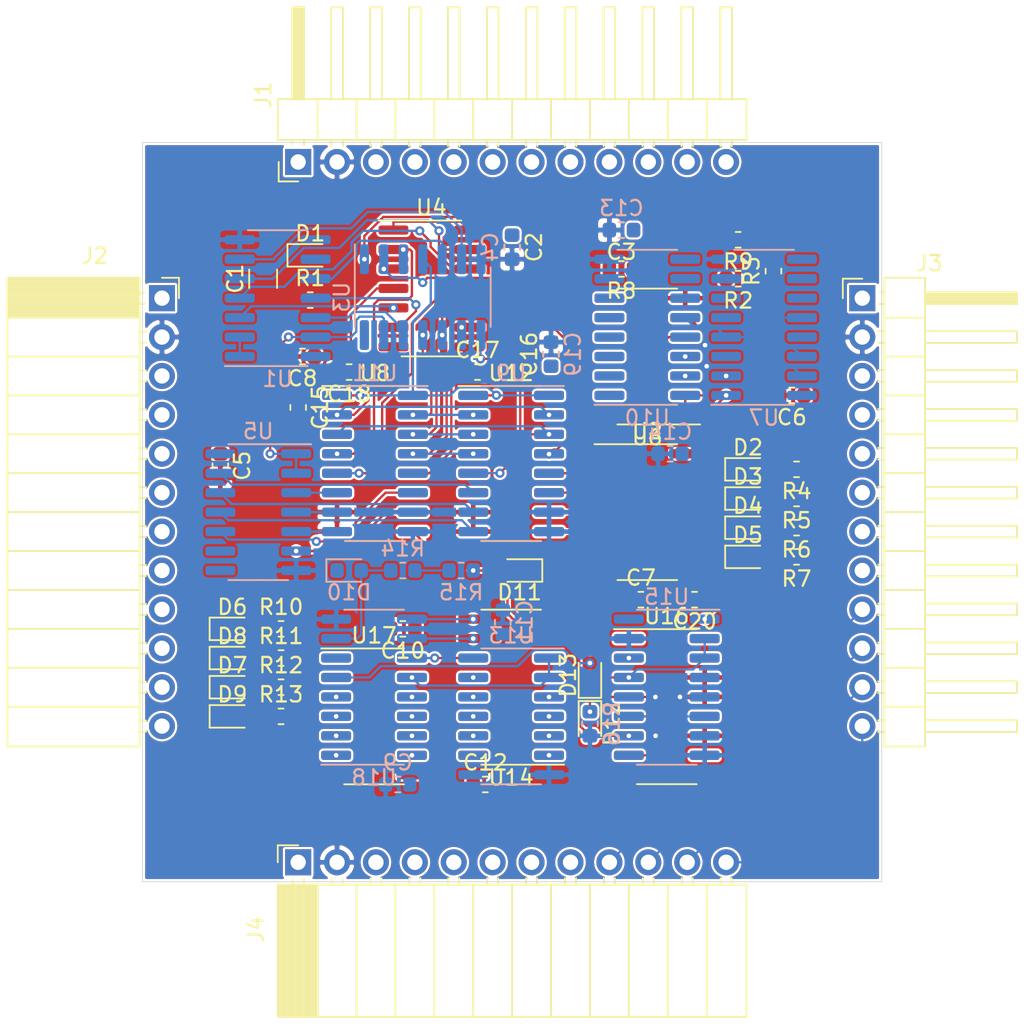
<source format=kicad_pcb>
(kicad_pcb (version 20171130) (host pcbnew 5.1.2)

  (general
    (thickness 1.6)
    (drawings 4)
    (tracks 410)
    (zones 0)
    (modules 71)
    (nets 112)
  )

  (page A4)
  (layers
    (0 F.Cu signal)
    (31 B.Cu signal)
    (32 B.Adhes user)
    (33 F.Adhes user)
    (34 B.Paste user)
    (35 F.Paste user)
    (36 B.SilkS user)
    (37 F.SilkS user)
    (38 B.Mask user)
    (39 F.Mask user)
    (40 Dwgs.User user)
    (41 Cmts.User user)
    (42 Eco1.User user)
    (43 Eco2.User user)
    (44 Edge.Cuts user)
    (45 Margin user)
    (46 B.CrtYd user)
    (47 F.CrtYd user)
    (48 B.Fab user hide)
    (49 F.Fab user)
  )

  (setup
    (last_trace_width 0.1524)
    (trace_clearance 0.1524)
    (zone_clearance 0.1524)
    (zone_45_only no)
    (trace_min 0.1524)
    (via_size 0.6)
    (via_drill 0.3)
    (via_min_size 0.4)
    (via_min_drill 0.3)
    (uvia_size 0.3)
    (uvia_drill 0.1)
    (uvias_allowed no)
    (uvia_min_size 0.2)
    (uvia_min_drill 0.1)
    (edge_width 0.05)
    (segment_width 0.2)
    (pcb_text_width 0.3)
    (pcb_text_size 1.5 1.5)
    (mod_edge_width 0.12)
    (mod_text_size 1 1)
    (mod_text_width 0.15)
    (pad_size 1.524 1.524)
    (pad_drill 0.762)
    (pad_to_mask_clearance 0.051)
    (solder_mask_min_width 0.25)
    (aux_axis_origin 0 0)
    (visible_elements FFFFEF7F)
    (pcbplotparams
      (layerselection 0x010fc_ffffffff)
      (usegerberextensions false)
      (usegerberattributes false)
      (usegerberadvancedattributes false)
      (creategerberjobfile false)
      (excludeedgelayer true)
      (linewidth 0.100000)
      (plotframeref false)
      (viasonmask false)
      (mode 1)
      (useauxorigin false)
      (hpglpennumber 1)
      (hpglpenspeed 20)
      (hpglpendiameter 15.000000)
      (psnegative false)
      (psa4output false)
      (plotreference true)
      (plotvalue true)
      (plotinvisibletext false)
      (padsonsilk false)
      (subtractmaskfromsilk false)
      (outputformat 1)
      (mirror false)
      (drillshape 1)
      (scaleselection 1)
      (outputdirectory ""))
  )

  (net 0 "")
  (net 1 GND)
  (net 2 VCC)
  (net 3 "Net-(D1-Pad2)")
  (net 4 /LogicBlock/cfg29)
  (net 5 "Net-(D2-Pad2)")
  (net 6 "Net-(D3-Pad2)")
  (net 7 "Net-(D4-Pad2)")
  (net 8 "Net-(D5-Pad2)")
  (net 9 "Net-(D6-Pad1)")
  (net 10 "Net-(D6-Pad2)")
  (net 11 "Net-(D7-Pad1)")
  (net 12 "Net-(D7-Pad2)")
  (net 13 "Net-(D8-Pad2)")
  (net 14 /LogicBlock/LUTD/lut_in3_n)
  (net 15 /LogicBlock/LUTD/lut_b_en_n)
  (net 16 /LogicBlock/LUTD/lut_a_en_n)
  (net 17 /LogicBlock/LUTD/async_a)
  (net 18 /LogicBlock/LUTD/async_c)
  (net 19 /LogicBlock/LUTD/async_b)
  (net 20 /fabric_t3)
  (net 21 /fabric_t2)
  (net 22 /fabric_t1)
  (net 23 /fabric_t0)
  (net 24 "Net-(J1-Pad8)")
  (net 25 "Net-(J1-Pad7)")
  (net 26 /LogicBlock/isp_mosi)
  (net 27 /LogicBlock/isp_sck)
  (net 28 /LogicBlock/rst_n)
  (net 29 /LogicBlock/clk)
  (net 30 /fabric_l0)
  (net 31 /fabric_l1)
  (net 32 /fabric_l2)
  (net 33 /fabric_l3)
  (net 34 /LogicBlock/isp_miso)
  (net 35 "Net-(J3-Pad8)")
  (net 36 /fabric_b2)
  (net 37 /fabric_b1)
  (net 38 /fabric_b0)
  (net 39 "Net-(J4-Pad8)")
  (net 40 "Net-(R2-Pad2)")
  (net 41 /LogicBlock/lut_out_a)
  (net 42 /LogicBlock/lut_out_c)
  (net 43 /LogicBlock/lut_out_b)
  (net 44 /LogicBlock/lut_out_b_async)
  (net 45 "Net-(R8-Pad2)")
  (net 46 /LogicBlock/cfg28)
  (net 47 /LogicBlock/cfg0)
  (net 48 /LogicBlock/cfg1)
  (net 49 /LogicBlock/cfg2)
  (net 50 /LogicBlock/cfg3)
  (net 51 /LogicBlock/cfg4)
  (net 52 /LogicBlock/cfg5)
  (net 53 /LogicBlock/cfg6)
  (net 54 /LogicBlock/cfg7)
  (net 55 /LogicBlock/cfg15)
  (net 56 /LogicBlock/cfg16)
  (net 57 /LogicBlock/cfg17)
  (net 58 /LogicBlock/cfg18)
  (net 59 /LogicBlock/cfg19)
  (net 60 /LogicBlock/cfg20)
  (net 61 /LogicBlock/cfg21)
  (net 62 /LogicBlock/cfg22)
  (net 63 /LogicBlock/cfg23)
  (net 64 /LogicBlock/cfg14)
  (net 65 /LogicBlock/cfg13)
  (net 66 /LogicBlock/cfg12)
  (net 67 /LogicBlock/cfg11)
  (net 68 /LogicBlock/cfg10)
  (net 69 /LogicBlock/cfg9)
  (net 70 /LogicBlock/cfg8)
  (net 71 /LogicBlock/cfg30)
  (net 72 /LogicBlock/cfg27)
  (net 73 /LogicBlock/cfg26)
  (net 74 /LogicBlock/cfg25)
  (net 75 /LogicBlock/cfg24)
  (net 76 /LogicBlock/lut_in0)
  (net 77 /LogicBlock/lut_in2)
  (net 78 /LogicBlock/lut_in1)
  (net 79 /LogicBlock/lut_in3)
  (net 80 "Net-(U13-Pad12)")
  (net 81 "Net-(U13-Pad11)")
  (net 82 "Net-(U13-Pad10)")
  (net 83 "Net-(U13-Pad6)")
  (net 84 "Net-(U13-Pad5)")
  (net 85 "Net-(U13-Pad4)")
  (net 86 "Net-(U13-Pad3)")
  (net 87 "Net-(U14-Pad6)")
  (net 88 /LogicBlock/LUTD/sync_a)
  (net 89 /LogicBlock/LUTD/sync_c)
  (net 90 /LogicBlock/LUTD/sync_b)
  (net 91 "Net-(U16-Pad15)")
  (net 92 "Net-(U16-Pad12)")
  (net 93 "Net-(U16-Pad10)")
  (net 94 "Net-(U17-Pad3)")
  (net 95 "Net-(U17-Pad4)")
  (net 96 "Net-(U17-Pad5)")
  (net 97 "Net-(U17-Pad6)")
  (net 98 "Net-(U17-Pad10)")
  (net 99 "Net-(U17-Pad11)")
  (net 100 "Net-(U17-Pad12)")
  (net 101 "Net-(U18-Pad6)")
  (net 102 "Net-(D8-Pad1)")
  (net 103 "Net-(D9-Pad2)")
  (net 104 "Net-(R3-Pad2)")
  (net 105 "Net-(R9-Pad2)")
  (net 106 /fabric_b3)
  (net 107 /LogicBlock/cfgX)
  (net 108 "Net-(U13-Pad1)")
  (net 109 /LogicBlock/cfgLO)
  (net 110 /miso)
  (net 111 /mosi_d)

  (net_class Default "This is the default net class."
    (clearance 0.1524)
    (trace_width 0.1524)
    (via_dia 0.6)
    (via_drill 0.3)
    (uvia_dia 0.3)
    (uvia_drill 0.1)
    (add_net /LogicBlock/LUTD/async_a)
    (add_net /LogicBlock/LUTD/async_b)
    (add_net /LogicBlock/LUTD/async_c)
    (add_net /LogicBlock/LUTD/lut_a_en_n)
    (add_net /LogicBlock/LUTD/lut_b_en_n)
    (add_net /LogicBlock/LUTD/lut_in3_n)
    (add_net /LogicBlock/LUTD/sync_a)
    (add_net /LogicBlock/LUTD/sync_b)
    (add_net /LogicBlock/LUTD/sync_c)
    (add_net /LogicBlock/cfg0)
    (add_net /LogicBlock/cfg1)
    (add_net /LogicBlock/cfg10)
    (add_net /LogicBlock/cfg11)
    (add_net /LogicBlock/cfg12)
    (add_net /LogicBlock/cfg13)
    (add_net /LogicBlock/cfg14)
    (add_net /LogicBlock/cfg15)
    (add_net /LogicBlock/cfg16)
    (add_net /LogicBlock/cfg17)
    (add_net /LogicBlock/cfg18)
    (add_net /LogicBlock/cfg19)
    (add_net /LogicBlock/cfg2)
    (add_net /LogicBlock/cfg20)
    (add_net /LogicBlock/cfg21)
    (add_net /LogicBlock/cfg22)
    (add_net /LogicBlock/cfg23)
    (add_net /LogicBlock/cfg24)
    (add_net /LogicBlock/cfg25)
    (add_net /LogicBlock/cfg26)
    (add_net /LogicBlock/cfg27)
    (add_net /LogicBlock/cfg28)
    (add_net /LogicBlock/cfg29)
    (add_net /LogicBlock/cfg3)
    (add_net /LogicBlock/cfg30)
    (add_net /LogicBlock/cfg4)
    (add_net /LogicBlock/cfg5)
    (add_net /LogicBlock/cfg6)
    (add_net /LogicBlock/cfg7)
    (add_net /LogicBlock/cfg8)
    (add_net /LogicBlock/cfg9)
    (add_net /LogicBlock/cfgLO)
    (add_net /LogicBlock/cfgX)
    (add_net /LogicBlock/clk)
    (add_net /LogicBlock/isp_miso)
    (add_net /LogicBlock/isp_mosi)
    (add_net /LogicBlock/isp_sck)
    (add_net /LogicBlock/lut_in0)
    (add_net /LogicBlock/lut_in1)
    (add_net /LogicBlock/lut_in2)
    (add_net /LogicBlock/lut_in3)
    (add_net /LogicBlock/lut_out_a)
    (add_net /LogicBlock/lut_out_b)
    (add_net /LogicBlock/lut_out_b_async)
    (add_net /LogicBlock/lut_out_c)
    (add_net /LogicBlock/rst_n)
    (add_net /fabric_b0)
    (add_net /fabric_b1)
    (add_net /fabric_b2)
    (add_net /fabric_b3)
    (add_net /fabric_l0)
    (add_net /fabric_l1)
    (add_net /fabric_l2)
    (add_net /fabric_l3)
    (add_net /fabric_t0)
    (add_net /fabric_t1)
    (add_net /fabric_t2)
    (add_net /fabric_t3)
    (add_net /miso)
    (add_net /mosi_d)
    (add_net GND)
    (add_net "Net-(D1-Pad2)")
    (add_net "Net-(D2-Pad2)")
    (add_net "Net-(D3-Pad2)")
    (add_net "Net-(D4-Pad2)")
    (add_net "Net-(D5-Pad2)")
    (add_net "Net-(D6-Pad1)")
    (add_net "Net-(D6-Pad2)")
    (add_net "Net-(D7-Pad1)")
    (add_net "Net-(D7-Pad2)")
    (add_net "Net-(D8-Pad1)")
    (add_net "Net-(D8-Pad2)")
    (add_net "Net-(D9-Pad2)")
    (add_net "Net-(J1-Pad7)")
    (add_net "Net-(J1-Pad8)")
    (add_net "Net-(J3-Pad8)")
    (add_net "Net-(J4-Pad8)")
    (add_net "Net-(R2-Pad2)")
    (add_net "Net-(R3-Pad2)")
    (add_net "Net-(R8-Pad2)")
    (add_net "Net-(R9-Pad2)")
    (add_net "Net-(U13-Pad1)")
    (add_net "Net-(U13-Pad10)")
    (add_net "Net-(U13-Pad11)")
    (add_net "Net-(U13-Pad12)")
    (add_net "Net-(U13-Pad3)")
    (add_net "Net-(U13-Pad4)")
    (add_net "Net-(U13-Pad5)")
    (add_net "Net-(U13-Pad6)")
    (add_net "Net-(U14-Pad6)")
    (add_net "Net-(U16-Pad10)")
    (add_net "Net-(U16-Pad12)")
    (add_net "Net-(U16-Pad15)")
    (add_net "Net-(U17-Pad10)")
    (add_net "Net-(U17-Pad11)")
    (add_net "Net-(U17-Pad12)")
    (add_net "Net-(U17-Pad3)")
    (add_net "Net-(U17-Pad4)")
    (add_net "Net-(U17-Pad5)")
    (add_net "Net-(U17-Pad6)")
    (add_net "Net-(U18-Pad6)")
    (add_net VCC)
  )

  (module Package_SO:SOIC-16_3.9x9.9mm_P1.27mm (layer F.Cu) (tedit 5C97300E) (tstamp 5CF7D198)
    (at 223.455 64.135)
    (descr "SOIC, 16 Pin (JEDEC MS-012AC, https://www.analog.com/media/en/package-pcb-resources/package/pkg_pdf/soic_narrow-r/r_16.pdf), generated with kicad-footprint-generator ipc_gullwing_generator.py")
    (tags "SOIC SO")
    (path /5D77FDBE/5DDDB233)
    (attr smd)
    (fp_text reference U8 (at 0 -5.9) (layer F.SilkS)
      (effects (font (size 1 1) (thickness 0.15)))
    )
    (fp_text value 74251 (at 0 5.9) (layer F.Fab)
      (effects (font (size 1 1) (thickness 0.15)))
    )
    (fp_line (start 0 5.06) (end 1.95 5.06) (layer F.SilkS) (width 0.12))
    (fp_line (start 0 5.06) (end -1.95 5.06) (layer F.SilkS) (width 0.12))
    (fp_line (start 0 -5.06) (end 1.95 -5.06) (layer F.SilkS) (width 0.12))
    (fp_line (start 0 -5.06) (end -3.45 -5.06) (layer F.SilkS) (width 0.12))
    (fp_line (start -0.975 -4.95) (end 1.95 -4.95) (layer F.Fab) (width 0.1))
    (fp_line (start 1.95 -4.95) (end 1.95 4.95) (layer F.Fab) (width 0.1))
    (fp_line (start 1.95 4.95) (end -1.95 4.95) (layer F.Fab) (width 0.1))
    (fp_line (start -1.95 4.95) (end -1.95 -3.975) (layer F.Fab) (width 0.1))
    (fp_line (start -1.95 -3.975) (end -0.975 -4.95) (layer F.Fab) (width 0.1))
    (fp_line (start -3.7 -5.2) (end -3.7 5.2) (layer F.CrtYd) (width 0.05))
    (fp_line (start -3.7 5.2) (end 3.7 5.2) (layer F.CrtYd) (width 0.05))
    (fp_line (start 3.7 5.2) (end 3.7 -5.2) (layer F.CrtYd) (width 0.05))
    (fp_line (start 3.7 -5.2) (end -3.7 -5.2) (layer F.CrtYd) (width 0.05))
    (fp_text user %R (at 0 0) (layer F.Fab)
      (effects (font (size 0.98 0.98) (thickness 0.15)))
    )
    (pad 1 smd roundrect (at -2.475 -4.445) (size 1.95 0.6) (layers F.Cu F.Paste F.Mask) (roundrect_rratio 0.25)
      (net 32 /fabric_l2))
    (pad 2 smd roundrect (at -2.475 -3.175) (size 1.95 0.6) (layers F.Cu F.Paste F.Mask) (roundrect_rratio 0.25)
      (net 33 /fabric_l3))
    (pad 3 smd roundrect (at -2.475 -1.905) (size 1.95 0.6) (layers F.Cu F.Paste F.Mask) (roundrect_rratio 0.25)
      (net 30 /fabric_l0))
    (pad 4 smd roundrect (at -2.475 -0.635) (size 1.95 0.6) (layers F.Cu F.Paste F.Mask) (roundrect_rratio 0.25)
      (net 36 /fabric_b2))
    (pad 5 smd roundrect (at -2.475 0.635) (size 1.95 0.6) (layers F.Cu F.Paste F.Mask) (roundrect_rratio 0.25)
      (net 76 /LogicBlock/lut_in0))
    (pad 6 smd roundrect (at -2.475 1.905) (size 1.95 0.6) (layers F.Cu F.Paste F.Mask) (roundrect_rratio 0.25)
      (net 9 "Net-(D6-Pad1)"))
    (pad 7 smd roundrect (at -2.475 3.175) (size 1.95 0.6) (layers F.Cu F.Paste F.Mask) (roundrect_rratio 0.25)
      (net 1 GND))
    (pad 8 smd roundrect (at -2.475 4.445) (size 1.95 0.6) (layers F.Cu F.Paste F.Mask) (roundrect_rratio 0.25)
      (net 1 GND))
    (pad 9 smd roundrect (at 2.475 4.445) (size 1.95 0.6) (layers F.Cu F.Paste F.Mask) (roundrect_rratio 0.25)
      (net 59 /LogicBlock/cfg19))
    (pad 10 smd roundrect (at 2.475 3.175) (size 1.95 0.6) (layers F.Cu F.Paste F.Mask) (roundrect_rratio 0.25)
      (net 67 /LogicBlock/cfg11))
    (pad 11 smd roundrect (at 2.475 1.905) (size 1.95 0.6) (layers F.Cu F.Paste F.Mask) (roundrect_rratio 0.25)
      (net 66 /LogicBlock/cfg12))
    (pad 12 smd roundrect (at 2.475 0.635) (size 1.95 0.6) (layers F.Cu F.Paste F.Mask) (roundrect_rratio 0.25)
      (net 23 /fabric_t0))
    (pad 13 smd roundrect (at 2.475 -0.635) (size 1.95 0.6) (layers F.Cu F.Paste F.Mask) (roundrect_rratio 0.25)
      (net 38 /fabric_b0))
    (pad 14 smd roundrect (at 2.475 -1.905) (size 1.95 0.6) (layers F.Cu F.Paste F.Mask) (roundrect_rratio 0.25)
      (net 37 /fabric_b1))
    (pad 15 smd roundrect (at 2.475 -3.175) (size 1.95 0.6) (layers F.Cu F.Paste F.Mask) (roundrect_rratio 0.25)
      (net 31 /fabric_l1))
    (pad 16 smd roundrect (at 2.475 -4.445) (size 1.95 0.6) (layers F.Cu F.Paste F.Mask) (roundrect_rratio 0.25)
      (net 2 VCC))
    (model ${KISYS3DMOD}/Package_SO.3dshapes/SOIC-16_3.9x9.9mm_P1.27mm.wrl
      (at (xyz 0 0 0))
      (scale (xyz 1 1 1))
      (rotate (xyz 0 0 0))
    )
  )

  (module Capacitor_SMD:C_0603_1608Metric (layer F.Cu) (tedit 5B301BBE) (tstamp 5CF2C299)
    (at 232.41 50.0125 270)
    (descr "Capacitor SMD 0603 (1608 Metric), square (rectangular) end terminal, IPC_7351 nominal, (Body size source: http://www.tortai-tech.com/upload/download/2011102023233369053.pdf), generated with kicad-footprint-generator")
    (tags capacitor)
    (path /5D77FDBE/5D1457D8)
    (attr smd)
    (fp_text reference C2 (at 0 -1.43 90) (layer F.SilkS)
      (effects (font (size 1 1) (thickness 0.15)))
    )
    (fp_text value 100n (at 0 1.43 90) (layer F.Fab)
      (effects (font (size 1 1) (thickness 0.15)))
    )
    (fp_text user %R (at 0 0 90) (layer F.Fab)
      (effects (font (size 0.4 0.4) (thickness 0.06)))
    )
    (fp_line (start 1.48 0.73) (end -1.48 0.73) (layer F.CrtYd) (width 0.05))
    (fp_line (start 1.48 -0.73) (end 1.48 0.73) (layer F.CrtYd) (width 0.05))
    (fp_line (start -1.48 -0.73) (end 1.48 -0.73) (layer F.CrtYd) (width 0.05))
    (fp_line (start -1.48 0.73) (end -1.48 -0.73) (layer F.CrtYd) (width 0.05))
    (fp_line (start -0.162779 0.51) (end 0.162779 0.51) (layer F.SilkS) (width 0.12))
    (fp_line (start -0.162779 -0.51) (end 0.162779 -0.51) (layer F.SilkS) (width 0.12))
    (fp_line (start 0.8 0.4) (end -0.8 0.4) (layer F.Fab) (width 0.1))
    (fp_line (start 0.8 -0.4) (end 0.8 0.4) (layer F.Fab) (width 0.1))
    (fp_line (start -0.8 -0.4) (end 0.8 -0.4) (layer F.Fab) (width 0.1))
    (fp_line (start -0.8 0.4) (end -0.8 -0.4) (layer F.Fab) (width 0.1))
    (pad 2 smd roundrect (at 0.7875 0 270) (size 0.875 0.95) (layers F.Cu F.Paste F.Mask) (roundrect_rratio 0.25)
      (net 1 GND))
    (pad 1 smd roundrect (at -0.7875 0 270) (size 0.875 0.95) (layers F.Cu F.Paste F.Mask) (roundrect_rratio 0.25)
      (net 2 VCC))
    (model ${KISYS3DMOD}/Capacitor_SMD.3dshapes/C_0603_1608Metric.wrl
      (at (xyz 0 0 0))
      (scale (xyz 1 1 1))
      (rotate (xyz 0 0 0))
    )
  )

  (module Capacitor_SMD:C_0603_1608Metric (layer F.Cu) (tedit 5B301BBE) (tstamp 5CF2C2AA)
    (at 239.5475 48.895 180)
    (descr "Capacitor SMD 0603 (1608 Metric), square (rectangular) end terminal, IPC_7351 nominal, (Body size source: http://www.tortai-tech.com/upload/download/2011102023233369053.pdf), generated with kicad-footprint-generator")
    (tags capacitor)
    (path /5D77FDBE/5D14873A)
    (attr smd)
    (fp_text reference C3 (at 0 -1.43) (layer F.SilkS)
      (effects (font (size 1 1) (thickness 0.15)))
    )
    (fp_text value 100n (at 0 1.43) (layer F.Fab)
      (effects (font (size 1 1) (thickness 0.15)))
    )
    (fp_text user %R (at 0 0) (layer F.Fab)
      (effects (font (size 0.4 0.4) (thickness 0.06)))
    )
    (fp_line (start 1.48 0.73) (end -1.48 0.73) (layer F.CrtYd) (width 0.05))
    (fp_line (start 1.48 -0.73) (end 1.48 0.73) (layer F.CrtYd) (width 0.05))
    (fp_line (start -1.48 -0.73) (end 1.48 -0.73) (layer F.CrtYd) (width 0.05))
    (fp_line (start -1.48 0.73) (end -1.48 -0.73) (layer F.CrtYd) (width 0.05))
    (fp_line (start -0.162779 0.51) (end 0.162779 0.51) (layer F.SilkS) (width 0.12))
    (fp_line (start -0.162779 -0.51) (end 0.162779 -0.51) (layer F.SilkS) (width 0.12))
    (fp_line (start 0.8 0.4) (end -0.8 0.4) (layer F.Fab) (width 0.1))
    (fp_line (start 0.8 -0.4) (end 0.8 0.4) (layer F.Fab) (width 0.1))
    (fp_line (start -0.8 -0.4) (end 0.8 -0.4) (layer F.Fab) (width 0.1))
    (fp_line (start -0.8 0.4) (end -0.8 -0.4) (layer F.Fab) (width 0.1))
    (pad 2 smd roundrect (at 0.7875 0 180) (size 0.875 0.95) (layers F.Cu F.Paste F.Mask) (roundrect_rratio 0.25)
      (net 1 GND))
    (pad 1 smd roundrect (at -0.7875 0 180) (size 0.875 0.95) (layers F.Cu F.Paste F.Mask) (roundrect_rratio 0.25)
      (net 2 VCC))
    (model ${KISYS3DMOD}/Capacitor_SMD.3dshapes/C_0603_1608Metric.wrl
      (at (xyz 0 0 0))
      (scale (xyz 1 1 1))
      (rotate (xyz 0 0 0))
    )
  )

  (module Capacitor_SMD:C_0603_1608Metric (layer B.Cu) (tedit 5B301BBE) (tstamp 5CF2C2BB)
    (at 232.41 50.0125 270)
    (descr "Capacitor SMD 0603 (1608 Metric), square (rectangular) end terminal, IPC_7351 nominal, (Body size source: http://www.tortai-tech.com/upload/download/2011102023233369053.pdf), generated with kicad-footprint-generator")
    (tags capacitor)
    (path /5D77FDBE/5D148C32)
    (attr smd)
    (fp_text reference C4 (at 0 1.43 90) (layer B.SilkS)
      (effects (font (size 1 1) (thickness 0.15)) (justify mirror))
    )
    (fp_text value 100n (at 0 -1.43 90) (layer B.Fab)
      (effects (font (size 1 1) (thickness 0.15)) (justify mirror))
    )
    (fp_line (start -0.8 -0.4) (end -0.8 0.4) (layer B.Fab) (width 0.1))
    (fp_line (start -0.8 0.4) (end 0.8 0.4) (layer B.Fab) (width 0.1))
    (fp_line (start 0.8 0.4) (end 0.8 -0.4) (layer B.Fab) (width 0.1))
    (fp_line (start 0.8 -0.4) (end -0.8 -0.4) (layer B.Fab) (width 0.1))
    (fp_line (start -0.162779 0.51) (end 0.162779 0.51) (layer B.SilkS) (width 0.12))
    (fp_line (start -0.162779 -0.51) (end 0.162779 -0.51) (layer B.SilkS) (width 0.12))
    (fp_line (start -1.48 -0.73) (end -1.48 0.73) (layer B.CrtYd) (width 0.05))
    (fp_line (start -1.48 0.73) (end 1.48 0.73) (layer B.CrtYd) (width 0.05))
    (fp_line (start 1.48 0.73) (end 1.48 -0.73) (layer B.CrtYd) (width 0.05))
    (fp_line (start 1.48 -0.73) (end -1.48 -0.73) (layer B.CrtYd) (width 0.05))
    (fp_text user %R (at 0 0 90) (layer B.Fab)
      (effects (font (size 0.4 0.4) (thickness 0.06)) (justify mirror))
    )
    (pad 1 smd roundrect (at -0.7875 0 270) (size 0.875 0.95) (layers B.Cu B.Paste B.Mask) (roundrect_rratio 0.25)
      (net 2 VCC))
    (pad 2 smd roundrect (at 0.7875 0 270) (size 0.875 0.95) (layers B.Cu B.Paste B.Mask) (roundrect_rratio 0.25)
      (net 1 GND))
    (model ${KISYS3DMOD}/Capacitor_SMD.3dshapes/C_0603_1608Metric.wrl
      (at (xyz 0 0 0))
      (scale (xyz 1 1 1))
      (rotate (xyz 0 0 0))
    )
  )

  (module Capacitor_SMD:C_0603_1608Metric (layer F.Cu) (tedit 5B301BBE) (tstamp 5CF2C2CC)
    (at 213.36 64.2875 270)
    (descr "Capacitor SMD 0603 (1608 Metric), square (rectangular) end terminal, IPC_7351 nominal, (Body size source: http://www.tortai-tech.com/upload/download/2011102023233369053.pdf), generated with kicad-footprint-generator")
    (tags capacitor)
    (path /5D77FDBE/5D1490B6)
    (attr smd)
    (fp_text reference C5 (at 0 -1.43 90) (layer F.SilkS)
      (effects (font (size 1 1) (thickness 0.15)))
    )
    (fp_text value 100n (at 0 1.43 90) (layer F.Fab)
      (effects (font (size 1 1) (thickness 0.15)))
    )
    (fp_text user %R (at 0 0 90) (layer F.Fab)
      (effects (font (size 0.4 0.4) (thickness 0.06)))
    )
    (fp_line (start 1.48 0.73) (end -1.48 0.73) (layer F.CrtYd) (width 0.05))
    (fp_line (start 1.48 -0.73) (end 1.48 0.73) (layer F.CrtYd) (width 0.05))
    (fp_line (start -1.48 -0.73) (end 1.48 -0.73) (layer F.CrtYd) (width 0.05))
    (fp_line (start -1.48 0.73) (end -1.48 -0.73) (layer F.CrtYd) (width 0.05))
    (fp_line (start -0.162779 0.51) (end 0.162779 0.51) (layer F.SilkS) (width 0.12))
    (fp_line (start -0.162779 -0.51) (end 0.162779 -0.51) (layer F.SilkS) (width 0.12))
    (fp_line (start 0.8 0.4) (end -0.8 0.4) (layer F.Fab) (width 0.1))
    (fp_line (start 0.8 -0.4) (end 0.8 0.4) (layer F.Fab) (width 0.1))
    (fp_line (start -0.8 -0.4) (end 0.8 -0.4) (layer F.Fab) (width 0.1))
    (fp_line (start -0.8 0.4) (end -0.8 -0.4) (layer F.Fab) (width 0.1))
    (pad 2 smd roundrect (at 0.7875 0 270) (size 0.875 0.95) (layers F.Cu F.Paste F.Mask) (roundrect_rratio 0.25)
      (net 1 GND))
    (pad 1 smd roundrect (at -0.7875 0 270) (size 0.875 0.95) (layers F.Cu F.Paste F.Mask) (roundrect_rratio 0.25)
      (net 2 VCC))
    (model ${KISYS3DMOD}/Capacitor_SMD.3dshapes/C_0603_1608Metric.wrl
      (at (xyz 0 0 0))
      (scale (xyz 1 1 1))
      (rotate (xyz 0 0 0))
    )
  )

  (module Capacitor_SMD:C_0603_1608Metric (layer F.Cu) (tedit 5B301BBE) (tstamp 5CF2C2DD)
    (at 250.6725 59.69 180)
    (descr "Capacitor SMD 0603 (1608 Metric), square (rectangular) end terminal, IPC_7351 nominal, (Body size source: http://www.tortai-tech.com/upload/download/2011102023233369053.pdf), generated with kicad-footprint-generator")
    (tags capacitor)
    (path /5D77FDBE/5D25277D)
    (attr smd)
    (fp_text reference C6 (at 0 -1.43) (layer F.SilkS)
      (effects (font (size 1 1) (thickness 0.15)))
    )
    (fp_text value 100n (at 0 1.43) (layer F.Fab)
      (effects (font (size 1 1) (thickness 0.15)))
    )
    (fp_line (start -0.8 0.4) (end -0.8 -0.4) (layer F.Fab) (width 0.1))
    (fp_line (start -0.8 -0.4) (end 0.8 -0.4) (layer F.Fab) (width 0.1))
    (fp_line (start 0.8 -0.4) (end 0.8 0.4) (layer F.Fab) (width 0.1))
    (fp_line (start 0.8 0.4) (end -0.8 0.4) (layer F.Fab) (width 0.1))
    (fp_line (start -0.162779 -0.51) (end 0.162779 -0.51) (layer F.SilkS) (width 0.12))
    (fp_line (start -0.162779 0.51) (end 0.162779 0.51) (layer F.SilkS) (width 0.12))
    (fp_line (start -1.48 0.73) (end -1.48 -0.73) (layer F.CrtYd) (width 0.05))
    (fp_line (start -1.48 -0.73) (end 1.48 -0.73) (layer F.CrtYd) (width 0.05))
    (fp_line (start 1.48 -0.73) (end 1.48 0.73) (layer F.CrtYd) (width 0.05))
    (fp_line (start 1.48 0.73) (end -1.48 0.73) (layer F.CrtYd) (width 0.05))
    (fp_text user %R (at 0 0) (layer F.Fab)
      (effects (font (size 0.4 0.4) (thickness 0.06)))
    )
    (pad 1 smd roundrect (at -0.7875 0 180) (size 0.875 0.95) (layers F.Cu F.Paste F.Mask) (roundrect_rratio 0.25)
      (net 2 VCC))
    (pad 2 smd roundrect (at 0.7875 0 180) (size 0.875 0.95) (layers F.Cu F.Paste F.Mask) (roundrect_rratio 0.25)
      (net 1 GND))
    (model ${KISYS3DMOD}/Capacitor_SMD.3dshapes/C_0603_1608Metric.wrl
      (at (xyz 0 0 0))
      (scale (xyz 1 1 1))
      (rotate (xyz 0 0 0))
    )
  )

  (module Capacitor_SMD:C_0603_1608Metric (layer F.Cu) (tedit 5B301BBE) (tstamp 5CF2C2EE)
    (at 240.8175 73.025)
    (descr "Capacitor SMD 0603 (1608 Metric), square (rectangular) end terminal, IPC_7351 nominal, (Body size source: http://www.tortai-tech.com/upload/download/2011102023233369053.pdf), generated with kicad-footprint-generator")
    (tags capacitor)
    (path /5D77FDBE/5D252787)
    (attr smd)
    (fp_text reference C7 (at 0 -1.43) (layer F.SilkS)
      (effects (font (size 1 1) (thickness 0.15)))
    )
    (fp_text value 100n (at 0 1.43) (layer F.Fab)
      (effects (font (size 1 1) (thickness 0.15)))
    )
    (fp_text user %R (at 0 0) (layer F.Fab)
      (effects (font (size 0.4 0.4) (thickness 0.06)))
    )
    (fp_line (start 1.48 0.73) (end -1.48 0.73) (layer F.CrtYd) (width 0.05))
    (fp_line (start 1.48 -0.73) (end 1.48 0.73) (layer F.CrtYd) (width 0.05))
    (fp_line (start -1.48 -0.73) (end 1.48 -0.73) (layer F.CrtYd) (width 0.05))
    (fp_line (start -1.48 0.73) (end -1.48 -0.73) (layer F.CrtYd) (width 0.05))
    (fp_line (start -0.162779 0.51) (end 0.162779 0.51) (layer F.SilkS) (width 0.12))
    (fp_line (start -0.162779 -0.51) (end 0.162779 -0.51) (layer F.SilkS) (width 0.12))
    (fp_line (start 0.8 0.4) (end -0.8 0.4) (layer F.Fab) (width 0.1))
    (fp_line (start 0.8 -0.4) (end 0.8 0.4) (layer F.Fab) (width 0.1))
    (fp_line (start -0.8 -0.4) (end 0.8 -0.4) (layer F.Fab) (width 0.1))
    (fp_line (start -0.8 0.4) (end -0.8 -0.4) (layer F.Fab) (width 0.1))
    (pad 2 smd roundrect (at 0.7875 0) (size 0.875 0.95) (layers F.Cu F.Paste F.Mask) (roundrect_rratio 0.25)
      (net 1 GND))
    (pad 1 smd roundrect (at -0.7875 0) (size 0.875 0.95) (layers F.Cu F.Paste F.Mask) (roundrect_rratio 0.25)
      (net 2 VCC))
    (model ${KISYS3DMOD}/Capacitor_SMD.3dshapes/C_0603_1608Metric.wrl
      (at (xyz 0 0 0))
      (scale (xyz 1 1 1))
      (rotate (xyz 0 0 0))
    )
  )

  (module Capacitor_SMD:C_0603_1608Metric (layer F.Cu) (tedit 5B301BBE) (tstamp 5CF2C2FF)
    (at 218.7195 57.15 180)
    (descr "Capacitor SMD 0603 (1608 Metric), square (rectangular) end terminal, IPC_7351 nominal, (Body size source: http://www.tortai-tech.com/upload/download/2011102023233369053.pdf), generated with kicad-footprint-generator")
    (tags capacitor)
    (path /5D77FDBE/5D252791)
    (attr smd)
    (fp_text reference C8 (at 0 -1.43) (layer F.SilkS)
      (effects (font (size 1 1) (thickness 0.15)))
    )
    (fp_text value 100n (at 0 1.43) (layer F.Fab)
      (effects (font (size 1 1) (thickness 0.15)))
    )
    (fp_line (start -0.8 0.4) (end -0.8 -0.4) (layer F.Fab) (width 0.1))
    (fp_line (start -0.8 -0.4) (end 0.8 -0.4) (layer F.Fab) (width 0.1))
    (fp_line (start 0.8 -0.4) (end 0.8 0.4) (layer F.Fab) (width 0.1))
    (fp_line (start 0.8 0.4) (end -0.8 0.4) (layer F.Fab) (width 0.1))
    (fp_line (start -0.162779 -0.51) (end 0.162779 -0.51) (layer F.SilkS) (width 0.12))
    (fp_line (start -0.162779 0.51) (end 0.162779 0.51) (layer F.SilkS) (width 0.12))
    (fp_line (start -1.48 0.73) (end -1.48 -0.73) (layer F.CrtYd) (width 0.05))
    (fp_line (start -1.48 -0.73) (end 1.48 -0.73) (layer F.CrtYd) (width 0.05))
    (fp_line (start 1.48 -0.73) (end 1.48 0.73) (layer F.CrtYd) (width 0.05))
    (fp_line (start 1.48 0.73) (end -1.48 0.73) (layer F.CrtYd) (width 0.05))
    (fp_text user %R (at 0 0) (layer F.Fab)
      (effects (font (size 0.4 0.4) (thickness 0.06)))
    )
    (pad 1 smd roundrect (at -0.7875 0 180) (size 0.875 0.95) (layers F.Cu F.Paste F.Mask) (roundrect_rratio 0.25)
      (net 2 VCC))
    (pad 2 smd roundrect (at 0.7875 0 180) (size 0.875 0.95) (layers F.Cu F.Paste F.Mask) (roundrect_rratio 0.25)
      (net 1 GND))
    (model ${KISYS3DMOD}/Capacitor_SMD.3dshapes/C_0603_1608Metric.wrl
      (at (xyz 0 0 0))
      (scale (xyz 1 1 1))
      (rotate (xyz 0 0 0))
    )
  )

  (module Capacitor_SMD:C_0603_1608Metric (layer B.Cu) (tedit 5B301BBE) (tstamp 5CF2C310)
    (at 224.9425 85.09 180)
    (descr "Capacitor SMD 0603 (1608 Metric), square (rectangular) end terminal, IPC_7351 nominal, (Body size source: http://www.tortai-tech.com/upload/download/2011102023233369053.pdf), generated with kicad-footprint-generator")
    (tags capacitor)
    (path /5D77FDBE/5D25279B)
    (attr smd)
    (fp_text reference C9 (at 0 1.43) (layer B.SilkS)
      (effects (font (size 1 1) (thickness 0.15)) (justify mirror))
    )
    (fp_text value 100n (at 0 -1.43) (layer B.Fab)
      (effects (font (size 1 1) (thickness 0.15)) (justify mirror))
    )
    (fp_text user %R (at 0 0) (layer B.Fab)
      (effects (font (size 0.4 0.4) (thickness 0.06)) (justify mirror))
    )
    (fp_line (start 1.48 -0.73) (end -1.48 -0.73) (layer B.CrtYd) (width 0.05))
    (fp_line (start 1.48 0.73) (end 1.48 -0.73) (layer B.CrtYd) (width 0.05))
    (fp_line (start -1.48 0.73) (end 1.48 0.73) (layer B.CrtYd) (width 0.05))
    (fp_line (start -1.48 -0.73) (end -1.48 0.73) (layer B.CrtYd) (width 0.05))
    (fp_line (start -0.162779 -0.51) (end 0.162779 -0.51) (layer B.SilkS) (width 0.12))
    (fp_line (start -0.162779 0.51) (end 0.162779 0.51) (layer B.SilkS) (width 0.12))
    (fp_line (start 0.8 -0.4) (end -0.8 -0.4) (layer B.Fab) (width 0.1))
    (fp_line (start 0.8 0.4) (end 0.8 -0.4) (layer B.Fab) (width 0.1))
    (fp_line (start -0.8 0.4) (end 0.8 0.4) (layer B.Fab) (width 0.1))
    (fp_line (start -0.8 -0.4) (end -0.8 0.4) (layer B.Fab) (width 0.1))
    (pad 2 smd roundrect (at 0.7875 0 180) (size 0.875 0.95) (layers B.Cu B.Paste B.Mask) (roundrect_rratio 0.25)
      (net 1 GND))
    (pad 1 smd roundrect (at -0.7875 0 180) (size 0.875 0.95) (layers B.Cu B.Paste B.Mask) (roundrect_rratio 0.25)
      (net 2 VCC))
    (model ${KISYS3DMOD}/Capacitor_SMD.3dshapes/C_0603_1608Metric.wrl
      (at (xyz 0 0 0))
      (scale (xyz 1 1 1))
      (rotate (xyz 0 0 0))
    )
  )

  (module Capacitor_SMD:C_0603_1608Metric (layer F.Cu) (tedit 5B301BBE) (tstamp 5CF2C321)
    (at 225.2725 74.93 180)
    (descr "Capacitor SMD 0603 (1608 Metric), square (rectangular) end terminal, IPC_7351 nominal, (Body size source: http://www.tortai-tech.com/upload/download/2011102023233369053.pdf), generated with kicad-footprint-generator")
    (tags capacitor)
    (path /5D77FDBE/5D28B2CB)
    (attr smd)
    (fp_text reference C10 (at 0 -1.43) (layer F.SilkS)
      (effects (font (size 1 1) (thickness 0.15)))
    )
    (fp_text value 100n (at 0 1.43) (layer F.Fab)
      (effects (font (size 1 1) (thickness 0.15)))
    )
    (fp_line (start -0.8 0.4) (end -0.8 -0.4) (layer F.Fab) (width 0.1))
    (fp_line (start -0.8 -0.4) (end 0.8 -0.4) (layer F.Fab) (width 0.1))
    (fp_line (start 0.8 -0.4) (end 0.8 0.4) (layer F.Fab) (width 0.1))
    (fp_line (start 0.8 0.4) (end -0.8 0.4) (layer F.Fab) (width 0.1))
    (fp_line (start -0.162779 -0.51) (end 0.162779 -0.51) (layer F.SilkS) (width 0.12))
    (fp_line (start -0.162779 0.51) (end 0.162779 0.51) (layer F.SilkS) (width 0.12))
    (fp_line (start -1.48 0.73) (end -1.48 -0.73) (layer F.CrtYd) (width 0.05))
    (fp_line (start -1.48 -0.73) (end 1.48 -0.73) (layer F.CrtYd) (width 0.05))
    (fp_line (start 1.48 -0.73) (end 1.48 0.73) (layer F.CrtYd) (width 0.05))
    (fp_line (start 1.48 0.73) (end -1.48 0.73) (layer F.CrtYd) (width 0.05))
    (fp_text user %R (at 0 0) (layer F.Fab)
      (effects (font (size 0.4 0.4) (thickness 0.06)))
    )
    (pad 1 smd roundrect (at -0.7875 0 180) (size 0.875 0.95) (layers F.Cu F.Paste F.Mask) (roundrect_rratio 0.25)
      (net 2 VCC))
    (pad 2 smd roundrect (at 0.7875 0 180) (size 0.875 0.95) (layers F.Cu F.Paste F.Mask) (roundrect_rratio 0.25)
      (net 1 GND))
    (model ${KISYS3DMOD}/Capacitor_SMD.3dshapes/C_0603_1608Metric.wrl
      (at (xyz 0 0 0))
      (scale (xyz 1 1 1))
      (rotate (xyz 0 0 0))
    )
  )

  (module Capacitor_SMD:C_0603_1608Metric (layer B.Cu) (tedit 5B301BBE) (tstamp 5CF2C332)
    (at 231.8004 74.49556 90)
    (descr "Capacitor SMD 0603 (1608 Metric), square (rectangular) end terminal, IPC_7351 nominal, (Body size source: http://www.tortai-tech.com/upload/download/2011102023233369053.pdf), generated with kicad-footprint-generator")
    (tags capacitor)
    (path /5D77FDBE/5D28B2D5)
    (attr smd)
    (fp_text reference C11 (at 0 1.43 270) (layer B.SilkS)
      (effects (font (size 1 1) (thickness 0.15)) (justify mirror))
    )
    (fp_text value 100n (at 0 -1.43 270) (layer B.Fab)
      (effects (font (size 1 1) (thickness 0.15)) (justify mirror))
    )
    (fp_text user %R (at 0 0 270) (layer B.Fab)
      (effects (font (size 0.4 0.4) (thickness 0.06)) (justify mirror))
    )
    (fp_line (start 1.48 -0.73) (end -1.48 -0.73) (layer B.CrtYd) (width 0.05))
    (fp_line (start 1.48 0.73) (end 1.48 -0.73) (layer B.CrtYd) (width 0.05))
    (fp_line (start -1.48 0.73) (end 1.48 0.73) (layer B.CrtYd) (width 0.05))
    (fp_line (start -1.48 -0.73) (end -1.48 0.73) (layer B.CrtYd) (width 0.05))
    (fp_line (start -0.162779 -0.51) (end 0.162779 -0.51) (layer B.SilkS) (width 0.12))
    (fp_line (start -0.162779 0.51) (end 0.162779 0.51) (layer B.SilkS) (width 0.12))
    (fp_line (start 0.8 -0.4) (end -0.8 -0.4) (layer B.Fab) (width 0.1))
    (fp_line (start 0.8 0.4) (end 0.8 -0.4) (layer B.Fab) (width 0.1))
    (fp_line (start -0.8 0.4) (end 0.8 0.4) (layer B.Fab) (width 0.1))
    (fp_line (start -0.8 -0.4) (end -0.8 0.4) (layer B.Fab) (width 0.1))
    (pad 2 smd roundrect (at 0.7875 0 90) (size 0.875 0.95) (layers B.Cu B.Paste B.Mask) (roundrect_rratio 0.25)
      (net 1 GND))
    (pad 1 smd roundrect (at -0.7875 0 90) (size 0.875 0.95) (layers B.Cu B.Paste B.Mask) (roundrect_rratio 0.25)
      (net 2 VCC))
    (model ${KISYS3DMOD}/Capacitor_SMD.3dshapes/C_0603_1608Metric.wrl
      (at (xyz 0 0 0))
      (scale (xyz 1 1 1))
      (rotate (xyz 0 0 0))
    )
  )

  (module Capacitor_SMD:C_0603_1608Metric (layer F.Cu) (tedit 5B301BBE) (tstamp 5CF2C343)
    (at 230.6575 85.09)
    (descr "Capacitor SMD 0603 (1608 Metric), square (rectangular) end terminal, IPC_7351 nominal, (Body size source: http://www.tortai-tech.com/upload/download/2011102023233369053.pdf), generated with kicad-footprint-generator")
    (tags capacitor)
    (path /5D77FDBE/5E74B4E0)
    (attr smd)
    (fp_text reference C12 (at 0 -1.43) (layer F.SilkS)
      (effects (font (size 1 1) (thickness 0.15)))
    )
    (fp_text value 100n (at 0 1.43) (layer F.Fab)
      (effects (font (size 1 1) (thickness 0.15)))
    )
    (fp_line (start -0.8 0.4) (end -0.8 -0.4) (layer F.Fab) (width 0.1))
    (fp_line (start -0.8 -0.4) (end 0.8 -0.4) (layer F.Fab) (width 0.1))
    (fp_line (start 0.8 -0.4) (end 0.8 0.4) (layer F.Fab) (width 0.1))
    (fp_line (start 0.8 0.4) (end -0.8 0.4) (layer F.Fab) (width 0.1))
    (fp_line (start -0.162779 -0.51) (end 0.162779 -0.51) (layer F.SilkS) (width 0.12))
    (fp_line (start -0.162779 0.51) (end 0.162779 0.51) (layer F.SilkS) (width 0.12))
    (fp_line (start -1.48 0.73) (end -1.48 -0.73) (layer F.CrtYd) (width 0.05))
    (fp_line (start -1.48 -0.73) (end 1.48 -0.73) (layer F.CrtYd) (width 0.05))
    (fp_line (start 1.48 -0.73) (end 1.48 0.73) (layer F.CrtYd) (width 0.05))
    (fp_line (start 1.48 0.73) (end -1.48 0.73) (layer F.CrtYd) (width 0.05))
    (fp_text user %R (at 0 0) (layer F.Fab)
      (effects (font (size 0.4 0.4) (thickness 0.06)))
    )
    (pad 1 smd roundrect (at -0.7875 0) (size 0.875 0.95) (layers F.Cu F.Paste F.Mask) (roundrect_rratio 0.25)
      (net 2 VCC))
    (pad 2 smd roundrect (at 0.7875 0) (size 0.875 0.95) (layers F.Cu F.Paste F.Mask) (roundrect_rratio 0.25)
      (net 1 GND))
    (model ${KISYS3DMOD}/Capacitor_SMD.3dshapes/C_0603_1608Metric.wrl
      (at (xyz 0 0 0))
      (scale (xyz 1 1 1))
      (rotate (xyz 0 0 0))
    )
  )

  (module Capacitor_SMD:C_0603_1608Metric (layer B.Cu) (tedit 5B301BBE) (tstamp 5CF2C354)
    (at 239.5475 48.895 180)
    (descr "Capacitor SMD 0603 (1608 Metric), square (rectangular) end terminal, IPC_7351 nominal, (Body size source: http://www.tortai-tech.com/upload/download/2011102023233369053.pdf), generated with kicad-footprint-generator")
    (tags capacitor)
    (path /5D77FDBE/5E74B4EA)
    (attr smd)
    (fp_text reference C13 (at 0 1.43) (layer B.SilkS)
      (effects (font (size 1 1) (thickness 0.15)) (justify mirror))
    )
    (fp_text value 100n (at 0 -1.43) (layer B.Fab)
      (effects (font (size 1 1) (thickness 0.15)) (justify mirror))
    )
    (fp_line (start -0.8 -0.4) (end -0.8 0.4) (layer B.Fab) (width 0.1))
    (fp_line (start -0.8 0.4) (end 0.8 0.4) (layer B.Fab) (width 0.1))
    (fp_line (start 0.8 0.4) (end 0.8 -0.4) (layer B.Fab) (width 0.1))
    (fp_line (start 0.8 -0.4) (end -0.8 -0.4) (layer B.Fab) (width 0.1))
    (fp_line (start -0.162779 0.51) (end 0.162779 0.51) (layer B.SilkS) (width 0.12))
    (fp_line (start -0.162779 -0.51) (end 0.162779 -0.51) (layer B.SilkS) (width 0.12))
    (fp_line (start -1.48 -0.73) (end -1.48 0.73) (layer B.CrtYd) (width 0.05))
    (fp_line (start -1.48 0.73) (end 1.48 0.73) (layer B.CrtYd) (width 0.05))
    (fp_line (start 1.48 0.73) (end 1.48 -0.73) (layer B.CrtYd) (width 0.05))
    (fp_line (start 1.48 -0.73) (end -1.48 -0.73) (layer B.CrtYd) (width 0.05))
    (fp_text user %R (at 0 0) (layer B.Fab)
      (effects (font (size 0.4 0.4) (thickness 0.06)) (justify mirror))
    )
    (pad 1 smd roundrect (at -0.7875 0 180) (size 0.875 0.95) (layers B.Cu B.Paste B.Mask) (roundrect_rratio 0.25)
      (net 2 VCC))
    (pad 2 smd roundrect (at 0.7875 0 180) (size 0.875 0.95) (layers B.Cu B.Paste B.Mask) (roundrect_rratio 0.25)
      (net 1 GND))
    (model ${KISYS3DMOD}/Capacitor_SMD.3dshapes/C_0603_1608Metric.wrl
      (at (xyz 0 0 0))
      (scale (xyz 1 1 1))
      (rotate (xyz 0 0 0))
    )
  )

  (module Capacitor_SMD:C_0603_1608Metric (layer B.Cu) (tedit 5B301BBE) (tstamp 5CF2C365)
    (at 242.7225 63.5 180)
    (descr "Capacitor SMD 0603 (1608 Metric), square (rectangular) end terminal, IPC_7351 nominal, (Body size source: http://www.tortai-tech.com/upload/download/2011102023233369053.pdf), generated with kicad-footprint-generator")
    (tags capacitor)
    (path /5D77FDBE/5D7AF013/5D182B36)
    (attr smd)
    (fp_text reference C14 (at 0 1.43 180) (layer B.SilkS)
      (effects (font (size 1 1) (thickness 0.15)) (justify mirror))
    )
    (fp_text value 100n (at 0 -1.43 180) (layer B.Fab)
      (effects (font (size 1 1) (thickness 0.15)) (justify mirror))
    )
    (fp_line (start -0.8 -0.4) (end -0.8 0.4) (layer B.Fab) (width 0.1))
    (fp_line (start -0.8 0.4) (end 0.8 0.4) (layer B.Fab) (width 0.1))
    (fp_line (start 0.8 0.4) (end 0.8 -0.4) (layer B.Fab) (width 0.1))
    (fp_line (start 0.8 -0.4) (end -0.8 -0.4) (layer B.Fab) (width 0.1))
    (fp_line (start -0.162779 0.51) (end 0.162779 0.51) (layer B.SilkS) (width 0.12))
    (fp_line (start -0.162779 -0.51) (end 0.162779 -0.51) (layer B.SilkS) (width 0.12))
    (fp_line (start -1.48 -0.73) (end -1.48 0.73) (layer B.CrtYd) (width 0.05))
    (fp_line (start -1.48 0.73) (end 1.48 0.73) (layer B.CrtYd) (width 0.05))
    (fp_line (start 1.48 0.73) (end 1.48 -0.73) (layer B.CrtYd) (width 0.05))
    (fp_line (start 1.48 -0.73) (end -1.48 -0.73) (layer B.CrtYd) (width 0.05))
    (fp_text user %R (at 0 0 180) (layer B.Fab)
      (effects (font (size 0.4 0.4) (thickness 0.06)) (justify mirror))
    )
    (pad 1 smd roundrect (at -0.7875 0 180) (size 0.875 0.95) (layers B.Cu B.Paste B.Mask) (roundrect_rratio 0.25)
      (net 2 VCC))
    (pad 2 smd roundrect (at 0.7875 0 180) (size 0.875 0.95) (layers B.Cu B.Paste B.Mask) (roundrect_rratio 0.25)
      (net 1 GND))
    (model ${KISYS3DMOD}/Capacitor_SMD.3dshapes/C_0603_1608Metric.wrl
      (at (xyz 0 0 0))
      (scale (xyz 1 1 1))
      (rotate (xyz 0 0 0))
    )
  )

  (module Capacitor_SMD:C_0603_1608Metric (layer F.Cu) (tedit 5B301BBE) (tstamp 5CF2C376)
    (at 218.44 60.4775 270)
    (descr "Capacitor SMD 0603 (1608 Metric), square (rectangular) end terminal, IPC_7351 nominal, (Body size source: http://www.tortai-tech.com/upload/download/2011102023233369053.pdf), generated with kicad-footprint-generator")
    (tags capacitor)
    (path /5D77FDBE/5D7AF013/5D2FCFE7)
    (attr smd)
    (fp_text reference C15 (at 0 -1.43 90) (layer F.SilkS)
      (effects (font (size 1 1) (thickness 0.15)))
    )
    (fp_text value 100n (at 0 1.43 90) (layer F.Fab)
      (effects (font (size 1 1) (thickness 0.15)))
    )
    (fp_text user %R (at 0 0 90) (layer F.Fab)
      (effects (font (size 0.4 0.4) (thickness 0.06)))
    )
    (fp_line (start 1.48 0.73) (end -1.48 0.73) (layer F.CrtYd) (width 0.05))
    (fp_line (start 1.48 -0.73) (end 1.48 0.73) (layer F.CrtYd) (width 0.05))
    (fp_line (start -1.48 -0.73) (end 1.48 -0.73) (layer F.CrtYd) (width 0.05))
    (fp_line (start -1.48 0.73) (end -1.48 -0.73) (layer F.CrtYd) (width 0.05))
    (fp_line (start -0.162779 0.51) (end 0.162779 0.51) (layer F.SilkS) (width 0.12))
    (fp_line (start -0.162779 -0.51) (end 0.162779 -0.51) (layer F.SilkS) (width 0.12))
    (fp_line (start 0.8 0.4) (end -0.8 0.4) (layer F.Fab) (width 0.1))
    (fp_line (start 0.8 -0.4) (end 0.8 0.4) (layer F.Fab) (width 0.1))
    (fp_line (start -0.8 -0.4) (end 0.8 -0.4) (layer F.Fab) (width 0.1))
    (fp_line (start -0.8 0.4) (end -0.8 -0.4) (layer F.Fab) (width 0.1))
    (pad 2 smd roundrect (at 0.7875 0 270) (size 0.875 0.95) (layers F.Cu F.Paste F.Mask) (roundrect_rratio 0.25)
      (net 1 GND))
    (pad 1 smd roundrect (at -0.7875 0 270) (size 0.875 0.95) (layers F.Cu F.Paste F.Mask) (roundrect_rratio 0.25)
      (net 2 VCC))
    (model ${KISYS3DMOD}/Capacitor_SMD.3dshapes/C_0603_1608Metric.wrl
      (at (xyz 0 0 0))
      (scale (xyz 1 1 1))
      (rotate (xyz 0 0 0))
    )
  )

  (module Capacitor_SMD:C_0603_1608Metric (layer F.Cu) (tedit 5B301BBE) (tstamp 5CF2C387)
    (at 234.95 56.9975 90)
    (descr "Capacitor SMD 0603 (1608 Metric), square (rectangular) end terminal, IPC_7351 nominal, (Body size source: http://www.tortai-tech.com/upload/download/2011102023233369053.pdf), generated with kicad-footprint-generator")
    (tags capacitor)
    (path /5D77FDBE/5D7AF013/5D2EACB1)
    (attr smd)
    (fp_text reference C16 (at 0 -1.43 90) (layer F.SilkS)
      (effects (font (size 1 1) (thickness 0.15)))
    )
    (fp_text value 100n (at 0 1.43 90) (layer F.Fab)
      (effects (font (size 1 1) (thickness 0.15)))
    )
    (fp_line (start -0.8 0.4) (end -0.8 -0.4) (layer F.Fab) (width 0.1))
    (fp_line (start -0.8 -0.4) (end 0.8 -0.4) (layer F.Fab) (width 0.1))
    (fp_line (start 0.8 -0.4) (end 0.8 0.4) (layer F.Fab) (width 0.1))
    (fp_line (start 0.8 0.4) (end -0.8 0.4) (layer F.Fab) (width 0.1))
    (fp_line (start -0.162779 -0.51) (end 0.162779 -0.51) (layer F.SilkS) (width 0.12))
    (fp_line (start -0.162779 0.51) (end 0.162779 0.51) (layer F.SilkS) (width 0.12))
    (fp_line (start -1.48 0.73) (end -1.48 -0.73) (layer F.CrtYd) (width 0.05))
    (fp_line (start -1.48 -0.73) (end 1.48 -0.73) (layer F.CrtYd) (width 0.05))
    (fp_line (start 1.48 -0.73) (end 1.48 0.73) (layer F.CrtYd) (width 0.05))
    (fp_line (start 1.48 0.73) (end -1.48 0.73) (layer F.CrtYd) (width 0.05))
    (fp_text user %R (at 0 0 90) (layer F.Fab)
      (effects (font (size 0.4 0.4) (thickness 0.06)))
    )
    (pad 1 smd roundrect (at -0.7875 0 90) (size 0.875 0.95) (layers F.Cu F.Paste F.Mask) (roundrect_rratio 0.25)
      (net 2 VCC))
    (pad 2 smd roundrect (at 0.7875 0 90) (size 0.875 0.95) (layers F.Cu F.Paste F.Mask) (roundrect_rratio 0.25)
      (net 1 GND))
    (model ${KISYS3DMOD}/Capacitor_SMD.3dshapes/C_0603_1608Metric.wrl
      (at (xyz 0 0 0))
      (scale (xyz 1 1 1))
      (rotate (xyz 0 0 0))
    )
  )

  (module Capacitor_SMD:C_0603_1608Metric (layer F.Cu) (tedit 5B301BBE) (tstamp 5CF2C398)
    (at 230.1495 58.166)
    (descr "Capacitor SMD 0603 (1608 Metric), square (rectangular) end terminal, IPC_7351 nominal, (Body size source: http://www.tortai-tech.com/upload/download/2011102023233369053.pdf), generated with kicad-footprint-generator")
    (tags capacitor)
    (path /5D77FDBE/5D7AF013/5D2EACB7)
    (attr smd)
    (fp_text reference C17 (at 0 -1.43) (layer F.SilkS)
      (effects (font (size 1 1) (thickness 0.15)))
    )
    (fp_text value 100n (at 0 1.43) (layer F.Fab)
      (effects (font (size 1 1) (thickness 0.15)))
    )
    (fp_text user %R (at 0 0) (layer F.Fab)
      (effects (font (size 0.4 0.4) (thickness 0.06)))
    )
    (fp_line (start 1.48 0.73) (end -1.48 0.73) (layer F.CrtYd) (width 0.05))
    (fp_line (start 1.48 -0.73) (end 1.48 0.73) (layer F.CrtYd) (width 0.05))
    (fp_line (start -1.48 -0.73) (end 1.48 -0.73) (layer F.CrtYd) (width 0.05))
    (fp_line (start -1.48 0.73) (end -1.48 -0.73) (layer F.CrtYd) (width 0.05))
    (fp_line (start -0.162779 0.51) (end 0.162779 0.51) (layer F.SilkS) (width 0.12))
    (fp_line (start -0.162779 -0.51) (end 0.162779 -0.51) (layer F.SilkS) (width 0.12))
    (fp_line (start 0.8 0.4) (end -0.8 0.4) (layer F.Fab) (width 0.1))
    (fp_line (start 0.8 -0.4) (end 0.8 0.4) (layer F.Fab) (width 0.1))
    (fp_line (start -0.8 -0.4) (end 0.8 -0.4) (layer F.Fab) (width 0.1))
    (fp_line (start -0.8 0.4) (end -0.8 -0.4) (layer F.Fab) (width 0.1))
    (pad 2 smd roundrect (at 0.7875 0) (size 0.875 0.95) (layers F.Cu F.Paste F.Mask) (roundrect_rratio 0.25)
      (net 1 GND))
    (pad 1 smd roundrect (at -0.7875 0) (size 0.875 0.95) (layers F.Cu F.Paste F.Mask) (roundrect_rratio 0.25)
      (net 2 VCC))
    (model ${KISYS3DMOD}/Capacitor_SMD.3dshapes/C_0603_1608Metric.wrl
      (at (xyz 0 0 0))
      (scale (xyz 1 1 1))
      (rotate (xyz 0 0 0))
    )
  )

  (module Capacitor_SMD:C_0603_1608Metric (layer F.Cu) (tedit 5B301BBE) (tstamp 5CF2C3A9)
    (at 221.7675 58.166 180)
    (descr "Capacitor SMD 0603 (1608 Metric), square (rectangular) end terminal, IPC_7351 nominal, (Body size source: http://www.tortai-tech.com/upload/download/2011102023233369053.pdf), generated with kicad-footprint-generator")
    (tags capacitor)
    (path /5D77FDBE/5D7AF013/5D2EACBD)
    (attr smd)
    (fp_text reference C18 (at 0 -1.43) (layer F.SilkS)
      (effects (font (size 1 1) (thickness 0.15)))
    )
    (fp_text value 100n (at 0 1.43) (layer F.Fab)
      (effects (font (size 1 1) (thickness 0.15)))
    )
    (fp_line (start -0.8 0.4) (end -0.8 -0.4) (layer F.Fab) (width 0.1))
    (fp_line (start -0.8 -0.4) (end 0.8 -0.4) (layer F.Fab) (width 0.1))
    (fp_line (start 0.8 -0.4) (end 0.8 0.4) (layer F.Fab) (width 0.1))
    (fp_line (start 0.8 0.4) (end -0.8 0.4) (layer F.Fab) (width 0.1))
    (fp_line (start -0.162779 -0.51) (end 0.162779 -0.51) (layer F.SilkS) (width 0.12))
    (fp_line (start -0.162779 0.51) (end 0.162779 0.51) (layer F.SilkS) (width 0.12))
    (fp_line (start -1.48 0.73) (end -1.48 -0.73) (layer F.CrtYd) (width 0.05))
    (fp_line (start -1.48 -0.73) (end 1.48 -0.73) (layer F.CrtYd) (width 0.05))
    (fp_line (start 1.48 -0.73) (end 1.48 0.73) (layer F.CrtYd) (width 0.05))
    (fp_line (start 1.48 0.73) (end -1.48 0.73) (layer F.CrtYd) (width 0.05))
    (fp_text user %R (at 0 0) (layer F.Fab)
      (effects (font (size 0.4 0.4) (thickness 0.06)))
    )
    (pad 1 smd roundrect (at -0.7875 0 180) (size 0.875 0.95) (layers F.Cu F.Paste F.Mask) (roundrect_rratio 0.25)
      (net 2 VCC))
    (pad 2 smd roundrect (at 0.7875 0 180) (size 0.875 0.95) (layers F.Cu F.Paste F.Mask) (roundrect_rratio 0.25)
      (net 1 GND))
    (model ${KISYS3DMOD}/Capacitor_SMD.3dshapes/C_0603_1608Metric.wrl
      (at (xyz 0 0 0))
      (scale (xyz 1 1 1))
      (rotate (xyz 0 0 0))
    )
  )

  (module Capacitor_SMD:C_0603_1608Metric (layer B.Cu) (tedit 5B301BBE) (tstamp 5CF2C3BA)
    (at 234.95 56.9975 90)
    (descr "Capacitor SMD 0603 (1608 Metric), square (rectangular) end terminal, IPC_7351 nominal, (Body size source: http://www.tortai-tech.com/upload/download/2011102023233369053.pdf), generated with kicad-footprint-generator")
    (tags capacitor)
    (path /5D77FDBE/5D7AF013/5D2EACC3)
    (attr smd)
    (fp_text reference C19 (at 0 1.43 90) (layer B.SilkS)
      (effects (font (size 1 1) (thickness 0.15)) (justify mirror))
    )
    (fp_text value 100n (at 0 -1.43 90) (layer B.Fab)
      (effects (font (size 1 1) (thickness 0.15)) (justify mirror))
    )
    (fp_text user %R (at 0 0 90) (layer B.Fab)
      (effects (font (size 0.4 0.4) (thickness 0.06)) (justify mirror))
    )
    (fp_line (start 1.48 -0.73) (end -1.48 -0.73) (layer B.CrtYd) (width 0.05))
    (fp_line (start 1.48 0.73) (end 1.48 -0.73) (layer B.CrtYd) (width 0.05))
    (fp_line (start -1.48 0.73) (end 1.48 0.73) (layer B.CrtYd) (width 0.05))
    (fp_line (start -1.48 -0.73) (end -1.48 0.73) (layer B.CrtYd) (width 0.05))
    (fp_line (start -0.162779 -0.51) (end 0.162779 -0.51) (layer B.SilkS) (width 0.12))
    (fp_line (start -0.162779 0.51) (end 0.162779 0.51) (layer B.SilkS) (width 0.12))
    (fp_line (start 0.8 -0.4) (end -0.8 -0.4) (layer B.Fab) (width 0.1))
    (fp_line (start 0.8 0.4) (end 0.8 -0.4) (layer B.Fab) (width 0.1))
    (fp_line (start -0.8 0.4) (end 0.8 0.4) (layer B.Fab) (width 0.1))
    (fp_line (start -0.8 -0.4) (end -0.8 0.4) (layer B.Fab) (width 0.1))
    (pad 2 smd roundrect (at 0.7875 0 90) (size 0.875 0.95) (layers B.Cu B.Paste B.Mask) (roundrect_rratio 0.25)
      (net 1 GND))
    (pad 1 smd roundrect (at -0.7875 0 90) (size 0.875 0.95) (layers B.Cu B.Paste B.Mask) (roundrect_rratio 0.25)
      (net 2 VCC))
    (model ${KISYS3DMOD}/Capacitor_SMD.3dshapes/C_0603_1608Metric.wrl
      (at (xyz 0 0 0))
      (scale (xyz 1 1 1))
      (rotate (xyz 0 0 0))
    )
  )

  (module Capacitor_SMD:C_0603_1608Metric (layer F.Cu) (tedit 5B301BBE) (tstamp 5CF2C3CB)
    (at 244.3225 73.025 180)
    (descr "Capacitor SMD 0603 (1608 Metric), square (rectangular) end terminal, IPC_7351 nominal, (Body size source: http://www.tortai-tech.com/upload/download/2011102023233369053.pdf), generated with kicad-footprint-generator")
    (tags capacitor)
    (path /5D77FDBE/5D7AF013/5D2FCD73)
    (attr smd)
    (fp_text reference C20 (at 0 -1.43) (layer F.SilkS)
      (effects (font (size 1 1) (thickness 0.15)))
    )
    (fp_text value 100n (at 0 1.43) (layer F.Fab)
      (effects (font (size 1 1) (thickness 0.15)))
    )
    (fp_text user %R (at 0 0) (layer F.Fab)
      (effects (font (size 0.4 0.4) (thickness 0.06)))
    )
    (fp_line (start 1.48 0.73) (end -1.48 0.73) (layer F.CrtYd) (width 0.05))
    (fp_line (start 1.48 -0.73) (end 1.48 0.73) (layer F.CrtYd) (width 0.05))
    (fp_line (start -1.48 -0.73) (end 1.48 -0.73) (layer F.CrtYd) (width 0.05))
    (fp_line (start -1.48 0.73) (end -1.48 -0.73) (layer F.CrtYd) (width 0.05))
    (fp_line (start -0.162779 0.51) (end 0.162779 0.51) (layer F.SilkS) (width 0.12))
    (fp_line (start -0.162779 -0.51) (end 0.162779 -0.51) (layer F.SilkS) (width 0.12))
    (fp_line (start 0.8 0.4) (end -0.8 0.4) (layer F.Fab) (width 0.1))
    (fp_line (start 0.8 -0.4) (end 0.8 0.4) (layer F.Fab) (width 0.1))
    (fp_line (start -0.8 -0.4) (end 0.8 -0.4) (layer F.Fab) (width 0.1))
    (fp_line (start -0.8 0.4) (end -0.8 -0.4) (layer F.Fab) (width 0.1))
    (pad 2 smd roundrect (at 0.7875 0 180) (size 0.875 0.95) (layers F.Cu F.Paste F.Mask) (roundrect_rratio 0.25)
      (net 1 GND))
    (pad 1 smd roundrect (at -0.7875 0 180) (size 0.875 0.95) (layers F.Cu F.Paste F.Mask) (roundrect_rratio 0.25)
      (net 2 VCC))
    (model ${KISYS3DMOD}/Capacitor_SMD.3dshapes/C_0603_1608Metric.wrl
      (at (xyz 0 0 0))
      (scale (xyz 1 1 1))
      (rotate (xyz 0 0 0))
    )
  )

  (module LED_SMD:LED_0603_1608Metric (layer F.Cu) (tedit 5B301BBE) (tstamp 5CF2C3DE)
    (at 247.8025 64.516)
    (descr "LED SMD 0603 (1608 Metric), square (rectangular) end terminal, IPC_7351 nominal, (Body size source: http://www.tortai-tech.com/upload/download/2011102023233369053.pdf), generated with kicad-footprint-generator")
    (tags diode)
    (path /5D77FDBE/5D3B34E8)
    (attr smd)
    (fp_text reference D2 (at 0 -1.43) (layer F.SilkS)
      (effects (font (size 1 1) (thickness 0.15)))
    )
    (fp_text value A (at 0 1.43) (layer F.Fab)
      (effects (font (size 1 1) (thickness 0.15)))
    )
    (fp_text user %R (at 0 0) (layer F.Fab)
      (effects (font (size 0.4 0.4) (thickness 0.06)))
    )
    (fp_line (start 1.48 0.73) (end -1.48 0.73) (layer F.CrtYd) (width 0.05))
    (fp_line (start 1.48 -0.73) (end 1.48 0.73) (layer F.CrtYd) (width 0.05))
    (fp_line (start -1.48 -0.73) (end 1.48 -0.73) (layer F.CrtYd) (width 0.05))
    (fp_line (start -1.48 0.73) (end -1.48 -0.73) (layer F.CrtYd) (width 0.05))
    (fp_line (start -1.485 0.735) (end 0.8 0.735) (layer F.SilkS) (width 0.12))
    (fp_line (start -1.485 -0.735) (end -1.485 0.735) (layer F.SilkS) (width 0.12))
    (fp_line (start 0.8 -0.735) (end -1.485 -0.735) (layer F.SilkS) (width 0.12))
    (fp_line (start 0.8 0.4) (end 0.8 -0.4) (layer F.Fab) (width 0.1))
    (fp_line (start -0.8 0.4) (end 0.8 0.4) (layer F.Fab) (width 0.1))
    (fp_line (start -0.8 -0.1) (end -0.8 0.4) (layer F.Fab) (width 0.1))
    (fp_line (start -0.5 -0.4) (end -0.8 -0.1) (layer F.Fab) (width 0.1))
    (fp_line (start 0.8 -0.4) (end -0.5 -0.4) (layer F.Fab) (width 0.1))
    (pad 2 smd roundrect (at 0.7875 0) (size 0.875 0.95) (layers F.Cu F.Paste F.Mask) (roundrect_rratio 0.25)
      (net 5 "Net-(D2-Pad2)"))
    (pad 1 smd roundrect (at -0.7875 0) (size 0.875 0.95) (layers F.Cu F.Paste F.Mask) (roundrect_rratio 0.25)
      (net 107 /LogicBlock/cfgX))
    (model ${KISYS3DMOD}/LED_SMD.3dshapes/LED_0603_1608Metric.wrl
      (at (xyz 0 0 0))
      (scale (xyz 1 1 1))
      (rotate (xyz 0 0 0))
    )
  )

  (module LED_SMD:LED_0603_1608Metric (layer F.Cu) (tedit 5B301BBE) (tstamp 5CF2C3F1)
    (at 247.8025 66.421)
    (descr "LED SMD 0603 (1608 Metric), square (rectangular) end terminal, IPC_7351 nominal, (Body size source: http://www.tortai-tech.com/upload/download/2011102023233369053.pdf), generated with kicad-footprint-generator")
    (tags diode)
    (path /5D77FDBE/5D3B34EE)
    (attr smd)
    (fp_text reference D3 (at 0 -1.43) (layer F.SilkS)
      (effects (font (size 1 1) (thickness 0.15)))
    )
    (fp_text value C (at 0 1.43) (layer F.Fab)
      (effects (font (size 1 1) (thickness 0.15)))
    )
    (fp_line (start 0.8 -0.4) (end -0.5 -0.4) (layer F.Fab) (width 0.1))
    (fp_line (start -0.5 -0.4) (end -0.8 -0.1) (layer F.Fab) (width 0.1))
    (fp_line (start -0.8 -0.1) (end -0.8 0.4) (layer F.Fab) (width 0.1))
    (fp_line (start -0.8 0.4) (end 0.8 0.4) (layer F.Fab) (width 0.1))
    (fp_line (start 0.8 0.4) (end 0.8 -0.4) (layer F.Fab) (width 0.1))
    (fp_line (start 0.8 -0.735) (end -1.485 -0.735) (layer F.SilkS) (width 0.12))
    (fp_line (start -1.485 -0.735) (end -1.485 0.735) (layer F.SilkS) (width 0.12))
    (fp_line (start -1.485 0.735) (end 0.8 0.735) (layer F.SilkS) (width 0.12))
    (fp_line (start -1.48 0.73) (end -1.48 -0.73) (layer F.CrtYd) (width 0.05))
    (fp_line (start -1.48 -0.73) (end 1.48 -0.73) (layer F.CrtYd) (width 0.05))
    (fp_line (start 1.48 -0.73) (end 1.48 0.73) (layer F.CrtYd) (width 0.05))
    (fp_line (start 1.48 0.73) (end -1.48 0.73) (layer F.CrtYd) (width 0.05))
    (fp_text user %R (at 0 0) (layer F.Fab)
      (effects (font (size 0.4 0.4) (thickness 0.06)))
    )
    (pad 1 smd roundrect (at -0.7875 0) (size 0.875 0.95) (layers F.Cu F.Paste F.Mask) (roundrect_rratio 0.25)
      (net 107 /LogicBlock/cfgX))
    (pad 2 smd roundrect (at 0.7875 0) (size 0.875 0.95) (layers F.Cu F.Paste F.Mask) (roundrect_rratio 0.25)
      (net 6 "Net-(D3-Pad2)"))
    (model ${KISYS3DMOD}/LED_SMD.3dshapes/LED_0603_1608Metric.wrl
      (at (xyz 0 0 0))
      (scale (xyz 1 1 1))
      (rotate (xyz 0 0 0))
    )
  )

  (module LED_SMD:LED_0603_1608Metric (layer F.Cu) (tedit 5B301BBE) (tstamp 5CF2C404)
    (at 247.8025 68.326)
    (descr "LED SMD 0603 (1608 Metric), square (rectangular) end terminal, IPC_7351 nominal, (Body size source: http://www.tortai-tech.com/upload/download/2011102023233369053.pdf), generated with kicad-footprint-generator")
    (tags diode)
    (path /5D77FDBE/5D3B34F4)
    (attr smd)
    (fp_text reference D4 (at 0 -1.43) (layer F.SilkS)
      (effects (font (size 1 1) (thickness 0.15)))
    )
    (fp_text value B (at 0 1.43) (layer F.Fab)
      (effects (font (size 1 1) (thickness 0.15)))
    )
    (fp_text user %R (at 0 0) (layer F.Fab)
      (effects (font (size 0.4 0.4) (thickness 0.06)))
    )
    (fp_line (start 1.48 0.73) (end -1.48 0.73) (layer F.CrtYd) (width 0.05))
    (fp_line (start 1.48 -0.73) (end 1.48 0.73) (layer F.CrtYd) (width 0.05))
    (fp_line (start -1.48 -0.73) (end 1.48 -0.73) (layer F.CrtYd) (width 0.05))
    (fp_line (start -1.48 0.73) (end -1.48 -0.73) (layer F.CrtYd) (width 0.05))
    (fp_line (start -1.485 0.735) (end 0.8 0.735) (layer F.SilkS) (width 0.12))
    (fp_line (start -1.485 -0.735) (end -1.485 0.735) (layer F.SilkS) (width 0.12))
    (fp_line (start 0.8 -0.735) (end -1.485 -0.735) (layer F.SilkS) (width 0.12))
    (fp_line (start 0.8 0.4) (end 0.8 -0.4) (layer F.Fab) (width 0.1))
    (fp_line (start -0.8 0.4) (end 0.8 0.4) (layer F.Fab) (width 0.1))
    (fp_line (start -0.8 -0.1) (end -0.8 0.4) (layer F.Fab) (width 0.1))
    (fp_line (start -0.5 -0.4) (end -0.8 -0.1) (layer F.Fab) (width 0.1))
    (fp_line (start 0.8 -0.4) (end -0.5 -0.4) (layer F.Fab) (width 0.1))
    (pad 2 smd roundrect (at 0.7875 0) (size 0.875 0.95) (layers F.Cu F.Paste F.Mask) (roundrect_rratio 0.25)
      (net 7 "Net-(D4-Pad2)"))
    (pad 1 smd roundrect (at -0.7875 0) (size 0.875 0.95) (layers F.Cu F.Paste F.Mask) (roundrect_rratio 0.25)
      (net 107 /LogicBlock/cfgX))
    (model ${KISYS3DMOD}/LED_SMD.3dshapes/LED_0603_1608Metric.wrl
      (at (xyz 0 0 0))
      (scale (xyz 1 1 1))
      (rotate (xyz 0 0 0))
    )
  )

  (module LED_SMD:LED_0603_1608Metric (layer F.Cu) (tedit 5B301BBE) (tstamp 5CF2C417)
    (at 247.8025 70.231)
    (descr "LED SMD 0603 (1608 Metric), square (rectangular) end terminal, IPC_7351 nominal, (Body size source: http://www.tortai-tech.com/upload/download/2011102023233369053.pdf), generated with kicad-footprint-generator")
    (tags diode)
    (path /5D77FDBE/5D3B34FA)
    (attr smd)
    (fp_text reference D5 (at 0 -1.43) (layer F.SilkS)
      (effects (font (size 1 1) (thickness 0.15)))
    )
    (fp_text value b (at 0 1.43) (layer F.Fab)
      (effects (font (size 1 1) (thickness 0.15)))
    )
    (fp_line (start 0.8 -0.4) (end -0.5 -0.4) (layer F.Fab) (width 0.1))
    (fp_line (start -0.5 -0.4) (end -0.8 -0.1) (layer F.Fab) (width 0.1))
    (fp_line (start -0.8 -0.1) (end -0.8 0.4) (layer F.Fab) (width 0.1))
    (fp_line (start -0.8 0.4) (end 0.8 0.4) (layer F.Fab) (width 0.1))
    (fp_line (start 0.8 0.4) (end 0.8 -0.4) (layer F.Fab) (width 0.1))
    (fp_line (start 0.8 -0.735) (end -1.485 -0.735) (layer F.SilkS) (width 0.12))
    (fp_line (start -1.485 -0.735) (end -1.485 0.735) (layer F.SilkS) (width 0.12))
    (fp_line (start -1.485 0.735) (end 0.8 0.735) (layer F.SilkS) (width 0.12))
    (fp_line (start -1.48 0.73) (end -1.48 -0.73) (layer F.CrtYd) (width 0.05))
    (fp_line (start -1.48 -0.73) (end 1.48 -0.73) (layer F.CrtYd) (width 0.05))
    (fp_line (start 1.48 -0.73) (end 1.48 0.73) (layer F.CrtYd) (width 0.05))
    (fp_line (start 1.48 0.73) (end -1.48 0.73) (layer F.CrtYd) (width 0.05))
    (fp_text user %R (at 0 0) (layer F.Fab)
      (effects (font (size 0.4 0.4) (thickness 0.06)))
    )
    (pad 1 smd roundrect (at -0.7875 0) (size 0.875 0.95) (layers F.Cu F.Paste F.Mask) (roundrect_rratio 0.25)
      (net 107 /LogicBlock/cfgX))
    (pad 2 smd roundrect (at 0.7875 0) (size 0.875 0.95) (layers F.Cu F.Paste F.Mask) (roundrect_rratio 0.25)
      (net 8 "Net-(D5-Pad2)"))
    (model ${KISYS3DMOD}/LED_SMD.3dshapes/LED_0603_1608Metric.wrl
      (at (xyz 0 0 0))
      (scale (xyz 1 1 1))
      (rotate (xyz 0 0 0))
    )
  )

  (module LED_SMD:LED_0603_1608Metric (layer F.Cu) (tedit 5B301BBE) (tstamp 5CF2C42A)
    (at 214.1475 74.93)
    (descr "LED SMD 0603 (1608 Metric), square (rectangular) end terminal, IPC_7351 nominal, (Body size source: http://www.tortai-tech.com/upload/download/2011102023233369053.pdf), generated with kicad-footprint-generator")
    (tags diode)
    (path /5D77FDBE/5E3D1F59)
    (attr smd)
    (fp_text reference D6 (at 0 -1.43) (layer F.SilkS)
      (effects (font (size 1 1) (thickness 0.15)))
    )
    (fp_text value 0 (at 0 1.43) (layer F.Fab)
      (effects (font (size 1 1) (thickness 0.15)))
    )
    (fp_text user %R (at 0 0) (layer F.Fab)
      (effects (font (size 0.4 0.4) (thickness 0.06)))
    )
    (fp_line (start 1.48 0.73) (end -1.48 0.73) (layer F.CrtYd) (width 0.05))
    (fp_line (start 1.48 -0.73) (end 1.48 0.73) (layer F.CrtYd) (width 0.05))
    (fp_line (start -1.48 -0.73) (end 1.48 -0.73) (layer F.CrtYd) (width 0.05))
    (fp_line (start -1.48 0.73) (end -1.48 -0.73) (layer F.CrtYd) (width 0.05))
    (fp_line (start -1.485 0.735) (end 0.8 0.735) (layer F.SilkS) (width 0.12))
    (fp_line (start -1.485 -0.735) (end -1.485 0.735) (layer F.SilkS) (width 0.12))
    (fp_line (start 0.8 -0.735) (end -1.485 -0.735) (layer F.SilkS) (width 0.12))
    (fp_line (start 0.8 0.4) (end 0.8 -0.4) (layer F.Fab) (width 0.1))
    (fp_line (start -0.8 0.4) (end 0.8 0.4) (layer F.Fab) (width 0.1))
    (fp_line (start -0.8 -0.1) (end -0.8 0.4) (layer F.Fab) (width 0.1))
    (fp_line (start -0.5 -0.4) (end -0.8 -0.1) (layer F.Fab) (width 0.1))
    (fp_line (start 0.8 -0.4) (end -0.5 -0.4) (layer F.Fab) (width 0.1))
    (pad 2 smd roundrect (at 0.7875 0) (size 0.875 0.95) (layers F.Cu F.Paste F.Mask) (roundrect_rratio 0.25)
      (net 10 "Net-(D6-Pad2)"))
    (pad 1 smd roundrect (at -0.7875 0) (size 0.875 0.95) (layers F.Cu F.Paste F.Mask) (roundrect_rratio 0.25)
      (net 9 "Net-(D6-Pad1)"))
    (model ${KISYS3DMOD}/LED_SMD.3dshapes/LED_0603_1608Metric.wrl
      (at (xyz 0 0 0))
      (scale (xyz 1 1 1))
      (rotate (xyz 0 0 0))
    )
  )

  (module LED_SMD:LED_0603_1608Metric (layer F.Cu) (tedit 5B301BBE) (tstamp 5CF2C43D)
    (at 214.1475 78.74)
    (descr "LED SMD 0603 (1608 Metric), square (rectangular) end terminal, IPC_7351 nominal, (Body size source: http://www.tortai-tech.com/upload/download/2011102023233369053.pdf), generated with kicad-footprint-generator")
    (tags diode)
    (path /5D77FDBE/5E44A4C7)
    (attr smd)
    (fp_text reference D7 (at 0 -1.43) (layer F.SilkS)
      (effects (font (size 1 1) (thickness 0.15)))
    )
    (fp_text value 2 (at 0 1.43) (layer F.Fab)
      (effects (font (size 1 1) (thickness 0.15)))
    )
    (fp_line (start 0.8 -0.4) (end -0.5 -0.4) (layer F.Fab) (width 0.1))
    (fp_line (start -0.5 -0.4) (end -0.8 -0.1) (layer F.Fab) (width 0.1))
    (fp_line (start -0.8 -0.1) (end -0.8 0.4) (layer F.Fab) (width 0.1))
    (fp_line (start -0.8 0.4) (end 0.8 0.4) (layer F.Fab) (width 0.1))
    (fp_line (start 0.8 0.4) (end 0.8 -0.4) (layer F.Fab) (width 0.1))
    (fp_line (start 0.8 -0.735) (end -1.485 -0.735) (layer F.SilkS) (width 0.12))
    (fp_line (start -1.485 -0.735) (end -1.485 0.735) (layer F.SilkS) (width 0.12))
    (fp_line (start -1.485 0.735) (end 0.8 0.735) (layer F.SilkS) (width 0.12))
    (fp_line (start -1.48 0.73) (end -1.48 -0.73) (layer F.CrtYd) (width 0.05))
    (fp_line (start -1.48 -0.73) (end 1.48 -0.73) (layer F.CrtYd) (width 0.05))
    (fp_line (start 1.48 -0.73) (end 1.48 0.73) (layer F.CrtYd) (width 0.05))
    (fp_line (start 1.48 0.73) (end -1.48 0.73) (layer F.CrtYd) (width 0.05))
    (fp_text user %R (at 0 0) (layer F.Fab)
      (effects (font (size 0.4 0.4) (thickness 0.06)))
    )
    (pad 1 smd roundrect (at -0.7875 0) (size 0.875 0.95) (layers F.Cu F.Paste F.Mask) (roundrect_rratio 0.25)
      (net 11 "Net-(D7-Pad1)"))
    (pad 2 smd roundrect (at 0.7875 0) (size 0.875 0.95) (layers F.Cu F.Paste F.Mask) (roundrect_rratio 0.25)
      (net 12 "Net-(D7-Pad2)"))
    (model ${KISYS3DMOD}/LED_SMD.3dshapes/LED_0603_1608Metric.wrl
      (at (xyz 0 0 0))
      (scale (xyz 1 1 1))
      (rotate (xyz 0 0 0))
    )
  )

  (module LED_SMD:LED_0603_1608Metric (layer F.Cu) (tedit 5B301BBE) (tstamp 5CF2C450)
    (at 214.1475 76.835)
    (descr "LED SMD 0603 (1608 Metric), square (rectangular) end terminal, IPC_7351 nominal, (Body size source: http://www.tortai-tech.com/upload/download/2011102023233369053.pdf), generated with kicad-footprint-generator")
    (tags diode)
    (path /5D77FDBE/5E49C4FE)
    (attr smd)
    (fp_text reference D8 (at 0 -1.43) (layer F.SilkS)
      (effects (font (size 1 1) (thickness 0.15)))
    )
    (fp_text value 1 (at 0 1.43) (layer F.Fab)
      (effects (font (size 1 1) (thickness 0.15)))
    )
    (fp_line (start 0.8 -0.4) (end -0.5 -0.4) (layer F.Fab) (width 0.1))
    (fp_line (start -0.5 -0.4) (end -0.8 -0.1) (layer F.Fab) (width 0.1))
    (fp_line (start -0.8 -0.1) (end -0.8 0.4) (layer F.Fab) (width 0.1))
    (fp_line (start -0.8 0.4) (end 0.8 0.4) (layer F.Fab) (width 0.1))
    (fp_line (start 0.8 0.4) (end 0.8 -0.4) (layer F.Fab) (width 0.1))
    (fp_line (start 0.8 -0.735) (end -1.485 -0.735) (layer F.SilkS) (width 0.12))
    (fp_line (start -1.485 -0.735) (end -1.485 0.735) (layer F.SilkS) (width 0.12))
    (fp_line (start -1.485 0.735) (end 0.8 0.735) (layer F.SilkS) (width 0.12))
    (fp_line (start -1.48 0.73) (end -1.48 -0.73) (layer F.CrtYd) (width 0.05))
    (fp_line (start -1.48 -0.73) (end 1.48 -0.73) (layer F.CrtYd) (width 0.05))
    (fp_line (start 1.48 -0.73) (end 1.48 0.73) (layer F.CrtYd) (width 0.05))
    (fp_line (start 1.48 0.73) (end -1.48 0.73) (layer F.CrtYd) (width 0.05))
    (fp_text user %R (at 0 0) (layer F.Fab)
      (effects (font (size 0.4 0.4) (thickness 0.06)))
    )
    (pad 1 smd roundrect (at -0.7875 0) (size 0.875 0.95) (layers F.Cu F.Paste F.Mask) (roundrect_rratio 0.25)
      (net 102 "Net-(D8-Pad1)"))
    (pad 2 smd roundrect (at 0.7875 0) (size 0.875 0.95) (layers F.Cu F.Paste F.Mask) (roundrect_rratio 0.25)
      (net 13 "Net-(D8-Pad2)"))
    (model ${KISYS3DMOD}/LED_SMD.3dshapes/LED_0603_1608Metric.wrl
      (at (xyz 0 0 0))
      (scale (xyz 1 1 1))
      (rotate (xyz 0 0 0))
    )
  )

  (module LED_SMD:LED_0603_1608Metric (layer F.Cu) (tedit 5B301BBE) (tstamp 5CF2C463)
    (at 214.1475 80.645)
    (descr "LED SMD 0603 (1608 Metric), square (rectangular) end terminal, IPC_7351 nominal, (Body size source: http://www.tortai-tech.com/upload/download/2011102023233369053.pdf), generated with kicad-footprint-generator")
    (tags diode)
    (path /5D77FDBE/5E49C517)
    (attr smd)
    (fp_text reference D9 (at 0 -1.43) (layer F.SilkS)
      (effects (font (size 1 1) (thickness 0.15)))
    )
    (fp_text value 3 (at 0 1.43) (layer F.Fab)
      (effects (font (size 1 1) (thickness 0.15)))
    )
    (fp_text user %R (at 0 0) (layer F.Fab)
      (effects (font (size 0.4 0.4) (thickness 0.06)))
    )
    (fp_line (start 1.48 0.73) (end -1.48 0.73) (layer F.CrtYd) (width 0.05))
    (fp_line (start 1.48 -0.73) (end 1.48 0.73) (layer F.CrtYd) (width 0.05))
    (fp_line (start -1.48 -0.73) (end 1.48 -0.73) (layer F.CrtYd) (width 0.05))
    (fp_line (start -1.48 0.73) (end -1.48 -0.73) (layer F.CrtYd) (width 0.05))
    (fp_line (start -1.485 0.735) (end 0.8 0.735) (layer F.SilkS) (width 0.12))
    (fp_line (start -1.485 -0.735) (end -1.485 0.735) (layer F.SilkS) (width 0.12))
    (fp_line (start 0.8 -0.735) (end -1.485 -0.735) (layer F.SilkS) (width 0.12))
    (fp_line (start 0.8 0.4) (end 0.8 -0.4) (layer F.Fab) (width 0.1))
    (fp_line (start -0.8 0.4) (end 0.8 0.4) (layer F.Fab) (width 0.1))
    (fp_line (start -0.8 -0.1) (end -0.8 0.4) (layer F.Fab) (width 0.1))
    (fp_line (start -0.5 -0.4) (end -0.8 -0.1) (layer F.Fab) (width 0.1))
    (fp_line (start 0.8 -0.4) (end -0.5 -0.4) (layer F.Fab) (width 0.1))
    (pad 2 smd roundrect (at 0.7875 0) (size 0.875 0.95) (layers F.Cu F.Paste F.Mask) (roundrect_rratio 0.25)
      (net 103 "Net-(D9-Pad2)"))
    (pad 1 smd roundrect (at -0.7875 0) (size 0.875 0.95) (layers F.Cu F.Paste F.Mask) (roundrect_rratio 0.25)
      (net 14 /LogicBlock/LUTD/lut_in3_n))
    (model ${KISYS3DMOD}/LED_SMD.3dshapes/LED_0603_1608Metric.wrl
      (at (xyz 0 0 0))
      (scale (xyz 1 1 1))
      (rotate (xyz 0 0 0))
    )
  )

  (module Diode_SMD:D_0603_1608Metric (layer B.Cu) (tedit 5B301BBE) (tstamp 5CF54C28)
    (at 221.7675 71.12)
    (descr "Diode SMD 0603 (1608 Metric), square (rectangular) end terminal, IPC_7351 nominal, (Body size source: http://www.tortai-tech.com/upload/download/2011102023233369053.pdf), generated with kicad-footprint-generator")
    (tags diode)
    (path /5D77FDBE/5D7AF013/5D544D70)
    (attr smd)
    (fp_text reference D10 (at 0 1.43) (layer B.SilkS)
      (effects (font (size 1 1) (thickness 0.15)) (justify mirror))
    )
    (fp_text value D_Schottky (at 0 -1.43) (layer B.Fab)
      (effects (font (size 1 1) (thickness 0.15)) (justify mirror))
    )
    (fp_line (start 0.8 0.4) (end -0.5 0.4) (layer B.Fab) (width 0.1))
    (fp_line (start -0.5 0.4) (end -0.8 0.1) (layer B.Fab) (width 0.1))
    (fp_line (start -0.8 0.1) (end -0.8 -0.4) (layer B.Fab) (width 0.1))
    (fp_line (start -0.8 -0.4) (end 0.8 -0.4) (layer B.Fab) (width 0.1))
    (fp_line (start 0.8 -0.4) (end 0.8 0.4) (layer B.Fab) (width 0.1))
    (fp_line (start 0.8 0.735) (end -1.485 0.735) (layer B.SilkS) (width 0.12))
    (fp_line (start -1.485 0.735) (end -1.485 -0.735) (layer B.SilkS) (width 0.12))
    (fp_line (start -1.485 -0.735) (end 0.8 -0.735) (layer B.SilkS) (width 0.12))
    (fp_line (start -1.48 -0.73) (end -1.48 0.73) (layer B.CrtYd) (width 0.05))
    (fp_line (start -1.48 0.73) (end 1.48 0.73) (layer B.CrtYd) (width 0.05))
    (fp_line (start 1.48 0.73) (end 1.48 -0.73) (layer B.CrtYd) (width 0.05))
    (fp_line (start 1.48 -0.73) (end -1.48 -0.73) (layer B.CrtYd) (width 0.05))
    (fp_text user %R (at 0 0) (layer B.Fab)
      (effects (font (size 0.4 0.4) (thickness 0.06)) (justify mirror))
    )
    (pad 1 smd roundrect (at -0.7875 0) (size 0.875 0.95) (layers B.Cu B.Paste B.Mask) (roundrect_rratio 0.25)
      (net 14 /LogicBlock/LUTD/lut_in3_n))
    (pad 2 smd roundrect (at 0.7875 0) (size 0.875 0.95) (layers B.Cu B.Paste B.Mask) (roundrect_rratio 0.25)
      (net 15 /LogicBlock/LUTD/lut_b_en_n))
    (model ${KISYS3DMOD}/Diode_SMD.3dshapes/D_0603_1608Metric.wrl
      (at (xyz 0 0 0))
      (scale (xyz 1 1 1))
      (rotate (xyz 0 0 0))
    )
  )

  (module Diode_SMD:D_0603_1608Metric (layer F.Cu) (tedit 5B301BBE) (tstamp 5CF2C489)
    (at 232.8925 71.12 180)
    (descr "Diode SMD 0603 (1608 Metric), square (rectangular) end terminal, IPC_7351 nominal, (Body size source: http://www.tortai-tech.com/upload/download/2011102023233369053.pdf), generated with kicad-footprint-generator")
    (tags diode)
    (path /5D77FDBE/5D7AF013/5D50C782)
    (attr smd)
    (fp_text reference D11 (at 0 -1.43) (layer F.SilkS)
      (effects (font (size 1 1) (thickness 0.15)))
    )
    (fp_text value D_Schottky (at 0 1.43) (layer F.Fab)
      (effects (font (size 1 1) (thickness 0.15)))
    )
    (fp_line (start 0.8 -0.4) (end -0.5 -0.4) (layer F.Fab) (width 0.1))
    (fp_line (start -0.5 -0.4) (end -0.8 -0.1) (layer F.Fab) (width 0.1))
    (fp_line (start -0.8 -0.1) (end -0.8 0.4) (layer F.Fab) (width 0.1))
    (fp_line (start -0.8 0.4) (end 0.8 0.4) (layer F.Fab) (width 0.1))
    (fp_line (start 0.8 0.4) (end 0.8 -0.4) (layer F.Fab) (width 0.1))
    (fp_line (start 0.8 -0.735) (end -1.485 -0.735) (layer F.SilkS) (width 0.12))
    (fp_line (start -1.485 -0.735) (end -1.485 0.735) (layer F.SilkS) (width 0.12))
    (fp_line (start -1.485 0.735) (end 0.8 0.735) (layer F.SilkS) (width 0.12))
    (fp_line (start -1.48 0.73) (end -1.48 -0.73) (layer F.CrtYd) (width 0.05))
    (fp_line (start -1.48 -0.73) (end 1.48 -0.73) (layer F.CrtYd) (width 0.05))
    (fp_line (start 1.48 -0.73) (end 1.48 0.73) (layer F.CrtYd) (width 0.05))
    (fp_line (start 1.48 0.73) (end -1.48 0.73) (layer F.CrtYd) (width 0.05))
    (fp_text user %R (at 0 0) (layer F.Fab)
      (effects (font (size 0.4 0.4) (thickness 0.06)))
    )
    (pad 1 smd roundrect (at -0.7875 0 180) (size 0.875 0.95) (layers F.Cu F.Paste F.Mask) (roundrect_rratio 0.25)
      (net 79 /LogicBlock/lut_in3))
    (pad 2 smd roundrect (at 0.7875 0 180) (size 0.875 0.95) (layers F.Cu F.Paste F.Mask) (roundrect_rratio 0.25)
      (net 16 /LogicBlock/LUTD/lut_a_en_n))
    (model ${KISYS3DMOD}/Diode_SMD.3dshapes/D_0603_1608Metric.wrl
      (at (xyz 0 0 0))
      (scale (xyz 1 1 1))
      (rotate (xyz 0 0 0))
    )
  )

  (module Diode_SMD:D_0603_1608Metric (layer F.Cu) (tedit 5B301BBE) (tstamp 5CF2C49C)
    (at 237.49 81.1275 270)
    (descr "Diode SMD 0603 (1608 Metric), square (rectangular) end terminal, IPC_7351 nominal, (Body size source: http://www.tortai-tech.com/upload/download/2011102023233369053.pdf), generated with kicad-footprint-generator")
    (tags diode)
    (path /5D77FDBE/5D7AF013/5D7F6986)
    (attr smd)
    (fp_text reference D12 (at 0 -1.43 90) (layer F.SilkS)
      (effects (font (size 1 1) (thickness 0.15)))
    )
    (fp_text value D_Schottky (at 0 1.43 90) (layer F.Fab)
      (effects (font (size 1 1) (thickness 0.15)))
    )
    (fp_text user %R (at 0 0 90) (layer F.Fab)
      (effects (font (size 0.4 0.4) (thickness 0.06)))
    )
    (fp_line (start 1.48 0.73) (end -1.48 0.73) (layer F.CrtYd) (width 0.05))
    (fp_line (start 1.48 -0.73) (end 1.48 0.73) (layer F.CrtYd) (width 0.05))
    (fp_line (start -1.48 -0.73) (end 1.48 -0.73) (layer F.CrtYd) (width 0.05))
    (fp_line (start -1.48 0.73) (end -1.48 -0.73) (layer F.CrtYd) (width 0.05))
    (fp_line (start -1.485 0.735) (end 0.8 0.735) (layer F.SilkS) (width 0.12))
    (fp_line (start -1.485 -0.735) (end -1.485 0.735) (layer F.SilkS) (width 0.12))
    (fp_line (start 0.8 -0.735) (end -1.485 -0.735) (layer F.SilkS) (width 0.12))
    (fp_line (start 0.8 0.4) (end 0.8 -0.4) (layer F.Fab) (width 0.1))
    (fp_line (start -0.8 0.4) (end 0.8 0.4) (layer F.Fab) (width 0.1))
    (fp_line (start -0.8 -0.1) (end -0.8 0.4) (layer F.Fab) (width 0.1))
    (fp_line (start -0.5 -0.4) (end -0.8 -0.1) (layer F.Fab) (width 0.1))
    (fp_line (start 0.8 -0.4) (end -0.5 -0.4) (layer F.Fab) (width 0.1))
    (pad 2 smd roundrect (at 0.7875 0 270) (size 0.875 0.95) (layers F.Cu F.Paste F.Mask) (roundrect_rratio 0.25)
      (net 17 /LogicBlock/LUTD/async_a))
    (pad 1 smd roundrect (at -0.7875 0 270) (size 0.875 0.95) (layers F.Cu F.Paste F.Mask) (roundrect_rratio 0.25)
      (net 18 /LogicBlock/LUTD/async_c))
    (model ${KISYS3DMOD}/Diode_SMD.3dshapes/D_0603_1608Metric.wrl
      (at (xyz 0 0 0))
      (scale (xyz 1 1 1))
      (rotate (xyz 0 0 0))
    )
  )

  (module Diode_SMD:D_0603_1608Metric (layer F.Cu) (tedit 5B301BBE) (tstamp 5CF2C4AF)
    (at 237.49 77.9525 90)
    (descr "Diode SMD 0603 (1608 Metric), square (rectangular) end terminal, IPC_7351 nominal, (Body size source: http://www.tortai-tech.com/upload/download/2011102023233369053.pdf), generated with kicad-footprint-generator")
    (tags diode)
    (path /5D77FDBE/5D7AF013/5D7F6FF8)
    (attr smd)
    (fp_text reference D13 (at 0 -1.43 90) (layer F.SilkS)
      (effects (font (size 1 1) (thickness 0.15)))
    )
    (fp_text value D_Schottky (at 0 1.43 90) (layer F.Fab)
      (effects (font (size 1 1) (thickness 0.15)))
    )
    (fp_text user %R (at 0 0 90) (layer F.Fab)
      (effects (font (size 0.4 0.4) (thickness 0.06)))
    )
    (fp_line (start 1.48 0.73) (end -1.48 0.73) (layer F.CrtYd) (width 0.05))
    (fp_line (start 1.48 -0.73) (end 1.48 0.73) (layer F.CrtYd) (width 0.05))
    (fp_line (start -1.48 -0.73) (end 1.48 -0.73) (layer F.CrtYd) (width 0.05))
    (fp_line (start -1.48 0.73) (end -1.48 -0.73) (layer F.CrtYd) (width 0.05))
    (fp_line (start -1.485 0.735) (end 0.8 0.735) (layer F.SilkS) (width 0.12))
    (fp_line (start -1.485 -0.735) (end -1.485 0.735) (layer F.SilkS) (width 0.12))
    (fp_line (start 0.8 -0.735) (end -1.485 -0.735) (layer F.SilkS) (width 0.12))
    (fp_line (start 0.8 0.4) (end 0.8 -0.4) (layer F.Fab) (width 0.1))
    (fp_line (start -0.8 0.4) (end 0.8 0.4) (layer F.Fab) (width 0.1))
    (fp_line (start -0.8 -0.1) (end -0.8 0.4) (layer F.Fab) (width 0.1))
    (fp_line (start -0.5 -0.4) (end -0.8 -0.1) (layer F.Fab) (width 0.1))
    (fp_line (start 0.8 -0.4) (end -0.5 -0.4) (layer F.Fab) (width 0.1))
    (pad 2 smd roundrect (at 0.7875 0 90) (size 0.875 0.95) (layers F.Cu F.Paste F.Mask) (roundrect_rratio 0.25)
      (net 19 /LogicBlock/LUTD/async_b))
    (pad 1 smd roundrect (at -0.7875 0 90) (size 0.875 0.95) (layers F.Cu F.Paste F.Mask) (roundrect_rratio 0.25)
      (net 18 /LogicBlock/LUTD/async_c))
    (model ${KISYS3DMOD}/Diode_SMD.3dshapes/D_0603_1608Metric.wrl
      (at (xyz 0 0 0))
      (scale (xyz 1 1 1))
      (rotate (xyz 0 0 0))
    )
  )

  (module Connector_PinSocket_2.54mm:PinSocket_1x12_P2.54mm_Horizontal (layer F.Cu) (tedit 5A19A41E) (tstamp 5CF37D30)
    (at 209.55 53.34)
    (descr "Through hole angled socket strip, 1x12, 2.54mm pitch, 8.51mm socket length, single row (from Kicad 4.0.7), script generated")
    (tags "Through hole angled socket strip THT 1x12 2.54mm single row")
    (path /5FE88CA2)
    (fp_text reference J2 (at -4.38 -2.77) (layer F.SilkS)
      (effects (font (size 1 1) (thickness 0.15)))
    )
    (fp_text value Left (at -4.38 30.71) (layer F.Fab)
      (effects (font (size 1 1) (thickness 0.15)))
    )
    (fp_line (start -10.03 -1.27) (end -2.49 -1.27) (layer F.Fab) (width 0.1))
    (fp_line (start -2.49 -1.27) (end -1.52 -0.3) (layer F.Fab) (width 0.1))
    (fp_line (start -1.52 -0.3) (end -1.52 29.21) (layer F.Fab) (width 0.1))
    (fp_line (start -1.52 29.21) (end -10.03 29.21) (layer F.Fab) (width 0.1))
    (fp_line (start -10.03 29.21) (end -10.03 -1.27) (layer F.Fab) (width 0.1))
    (fp_line (start 0 -0.3) (end -1.52 -0.3) (layer F.Fab) (width 0.1))
    (fp_line (start -1.52 0.3) (end 0 0.3) (layer F.Fab) (width 0.1))
    (fp_line (start 0 0.3) (end 0 -0.3) (layer F.Fab) (width 0.1))
    (fp_line (start 0 2.24) (end -1.52 2.24) (layer F.Fab) (width 0.1))
    (fp_line (start -1.52 2.84) (end 0 2.84) (layer F.Fab) (width 0.1))
    (fp_line (start 0 2.84) (end 0 2.24) (layer F.Fab) (width 0.1))
    (fp_line (start 0 4.78) (end -1.52 4.78) (layer F.Fab) (width 0.1))
    (fp_line (start -1.52 5.38) (end 0 5.38) (layer F.Fab) (width 0.1))
    (fp_line (start 0 5.38) (end 0 4.78) (layer F.Fab) (width 0.1))
    (fp_line (start 0 7.32) (end -1.52 7.32) (layer F.Fab) (width 0.1))
    (fp_line (start -1.52 7.92) (end 0 7.92) (layer F.Fab) (width 0.1))
    (fp_line (start 0 7.92) (end 0 7.32) (layer F.Fab) (width 0.1))
    (fp_line (start 0 9.86) (end -1.52 9.86) (layer F.Fab) (width 0.1))
    (fp_line (start -1.52 10.46) (end 0 10.46) (layer F.Fab) (width 0.1))
    (fp_line (start 0 10.46) (end 0 9.86) (layer F.Fab) (width 0.1))
    (fp_line (start 0 12.4) (end -1.52 12.4) (layer F.Fab) (width 0.1))
    (fp_line (start -1.52 13) (end 0 13) (layer F.Fab) (width 0.1))
    (fp_line (start 0 13) (end 0 12.4) (layer F.Fab) (width 0.1))
    (fp_line (start 0 14.94) (end -1.52 14.94) (layer F.Fab) (width 0.1))
    (fp_line (start -1.52 15.54) (end 0 15.54) (layer F.Fab) (width 0.1))
    (fp_line (start 0 15.54) (end 0 14.94) (layer F.Fab) (width 0.1))
    (fp_line (start 0 17.48) (end -1.52 17.48) (layer F.Fab) (width 0.1))
    (fp_line (start -1.52 18.08) (end 0 18.08) (layer F.Fab) (width 0.1))
    (fp_line (start 0 18.08) (end 0 17.48) (layer F.Fab) (width 0.1))
    (fp_line (start 0 20.02) (end -1.52 20.02) (layer F.Fab) (width 0.1))
    (fp_line (start -1.52 20.62) (end 0 20.62) (layer F.Fab) (width 0.1))
    (fp_line (start 0 20.62) (end 0 20.02) (layer F.Fab) (width 0.1))
    (fp_line (start 0 22.56) (end -1.52 22.56) (layer F.Fab) (width 0.1))
    (fp_line (start -1.52 23.16) (end 0 23.16) (layer F.Fab) (width 0.1))
    (fp_line (start 0 23.16) (end 0 22.56) (layer F.Fab) (width 0.1))
    (fp_line (start 0 25.1) (end -1.52 25.1) (layer F.Fab) (width 0.1))
    (fp_line (start -1.52 25.7) (end 0 25.7) (layer F.Fab) (width 0.1))
    (fp_line (start 0 25.7) (end 0 25.1) (layer F.Fab) (width 0.1))
    (fp_line (start 0 27.64) (end -1.52 27.64) (layer F.Fab) (width 0.1))
    (fp_line (start -1.52 28.24) (end 0 28.24) (layer F.Fab) (width 0.1))
    (fp_line (start 0 28.24) (end 0 27.64) (layer F.Fab) (width 0.1))
    (fp_line (start -10.09 -1.21) (end -1.46 -1.21) (layer F.SilkS) (width 0.12))
    (fp_line (start -10.09 -1.091905) (end -1.46 -1.091905) (layer F.SilkS) (width 0.12))
    (fp_line (start -10.09 -0.97381) (end -1.46 -0.97381) (layer F.SilkS) (width 0.12))
    (fp_line (start -10.09 -0.855715) (end -1.46 -0.855715) (layer F.SilkS) (width 0.12))
    (fp_line (start -10.09 -0.73762) (end -1.46 -0.73762) (layer F.SilkS) (width 0.12))
    (fp_line (start -10.09 -0.619525) (end -1.46 -0.619525) (layer F.SilkS) (width 0.12))
    (fp_line (start -10.09 -0.50143) (end -1.46 -0.50143) (layer F.SilkS) (width 0.12))
    (fp_line (start -10.09 -0.383335) (end -1.46 -0.383335) (layer F.SilkS) (width 0.12))
    (fp_line (start -10.09 -0.26524) (end -1.46 -0.26524) (layer F.SilkS) (width 0.12))
    (fp_line (start -10.09 -0.147145) (end -1.46 -0.147145) (layer F.SilkS) (width 0.12))
    (fp_line (start -10.09 -0.02905) (end -1.46 -0.02905) (layer F.SilkS) (width 0.12))
    (fp_line (start -10.09 0.089045) (end -1.46 0.089045) (layer F.SilkS) (width 0.12))
    (fp_line (start -10.09 0.20714) (end -1.46 0.20714) (layer F.SilkS) (width 0.12))
    (fp_line (start -10.09 0.325235) (end -1.46 0.325235) (layer F.SilkS) (width 0.12))
    (fp_line (start -10.09 0.44333) (end -1.46 0.44333) (layer F.SilkS) (width 0.12))
    (fp_line (start -10.09 0.561425) (end -1.46 0.561425) (layer F.SilkS) (width 0.12))
    (fp_line (start -10.09 0.67952) (end -1.46 0.67952) (layer F.SilkS) (width 0.12))
    (fp_line (start -10.09 0.797615) (end -1.46 0.797615) (layer F.SilkS) (width 0.12))
    (fp_line (start -10.09 0.91571) (end -1.46 0.91571) (layer F.SilkS) (width 0.12))
    (fp_line (start -10.09 1.033805) (end -1.46 1.033805) (layer F.SilkS) (width 0.12))
    (fp_line (start -10.09 1.1519) (end -1.46 1.1519) (layer F.SilkS) (width 0.12))
    (fp_line (start -1.46 -0.36) (end -1.11 -0.36) (layer F.SilkS) (width 0.12))
    (fp_line (start -1.46 0.36) (end -1.11 0.36) (layer F.SilkS) (width 0.12))
    (fp_line (start -1.46 2.18) (end -1.05 2.18) (layer F.SilkS) (width 0.12))
    (fp_line (start -1.46 2.9) (end -1.05 2.9) (layer F.SilkS) (width 0.12))
    (fp_line (start -1.46 4.72) (end -1.05 4.72) (layer F.SilkS) (width 0.12))
    (fp_line (start -1.46 5.44) (end -1.05 5.44) (layer F.SilkS) (width 0.12))
    (fp_line (start -1.46 7.26) (end -1.05 7.26) (layer F.SilkS) (width 0.12))
    (fp_line (start -1.46 7.98) (end -1.05 7.98) (layer F.SilkS) (width 0.12))
    (fp_line (start -1.46 9.8) (end -1.05 9.8) (layer F.SilkS) (width 0.12))
    (fp_line (start -1.46 10.52) (end -1.05 10.52) (layer F.SilkS) (width 0.12))
    (fp_line (start -1.46 12.34) (end -1.05 12.34) (layer F.SilkS) (width 0.12))
    (fp_line (start -1.46 13.06) (end -1.05 13.06) (layer F.SilkS) (width 0.12))
    (fp_line (start -1.46 14.88) (end -1.05 14.88) (layer F.SilkS) (width 0.12))
    (fp_line (start -1.46 15.6) (end -1.05 15.6) (layer F.SilkS) (width 0.12))
    (fp_line (start -1.46 17.42) (end -1.05 17.42) (layer F.SilkS) (width 0.12))
    (fp_line (start -1.46 18.14) (end -1.05 18.14) (layer F.SilkS) (width 0.12))
    (fp_line (start -1.46 19.96) (end -1.05 19.96) (layer F.SilkS) (width 0.12))
    (fp_line (start -1.46 20.68) (end -1.05 20.68) (layer F.SilkS) (width 0.12))
    (fp_line (start -1.46 22.5) (end -1.05 22.5) (layer F.SilkS) (width 0.12))
    (fp_line (start -1.46 23.22) (end -1.05 23.22) (layer F.SilkS) (width 0.12))
    (fp_line (start -1.46 25.04) (end -1.05 25.04) (layer F.SilkS) (width 0.12))
    (fp_line (start -1.46 25.76) (end -1.05 25.76) (layer F.SilkS) (width 0.12))
    (fp_line (start -1.46 27.58) (end -1.05 27.58) (layer F.SilkS) (width 0.12))
    (fp_line (start -1.46 28.3) (end -1.05 28.3) (layer F.SilkS) (width 0.12))
    (fp_line (start -10.09 1.27) (end -1.46 1.27) (layer F.SilkS) (width 0.12))
    (fp_line (start -10.09 3.81) (end -1.46 3.81) (layer F.SilkS) (width 0.12))
    (fp_line (start -10.09 6.35) (end -1.46 6.35) (layer F.SilkS) (width 0.12))
    (fp_line (start -10.09 8.89) (end -1.46 8.89) (layer F.SilkS) (width 0.12))
    (fp_line (start -10.09 11.43) (end -1.46 11.43) (layer F.SilkS) (width 0.12))
    (fp_line (start -10.09 13.97) (end -1.46 13.97) (layer F.SilkS) (width 0.12))
    (fp_line (start -10.09 16.51) (end -1.46 16.51) (layer F.SilkS) (width 0.12))
    (fp_line (start -10.09 19.05) (end -1.46 19.05) (layer F.SilkS) (width 0.12))
    (fp_line (start -10.09 21.59) (end -1.46 21.59) (layer F.SilkS) (width 0.12))
    (fp_line (start -10.09 24.13) (end -1.46 24.13) (layer F.SilkS) (width 0.12))
    (fp_line (start -10.09 26.67) (end -1.46 26.67) (layer F.SilkS) (width 0.12))
    (fp_line (start -10.09 -1.33) (end -1.46 -1.33) (layer F.SilkS) (width 0.12))
    (fp_line (start -1.46 -1.33) (end -1.46 29.27) (layer F.SilkS) (width 0.12))
    (fp_line (start -10.09 29.27) (end -1.46 29.27) (layer F.SilkS) (width 0.12))
    (fp_line (start -10.09 -1.33) (end -10.09 29.27) (layer F.SilkS) (width 0.12))
    (fp_line (start 1.11 -1.33) (end 1.11 0) (layer F.SilkS) (width 0.12))
    (fp_line (start 0 -1.33) (end 1.11 -1.33) (layer F.SilkS) (width 0.12))
    (fp_line (start 1.75 -1.75) (end -10.55 -1.75) (layer F.CrtYd) (width 0.05))
    (fp_line (start -10.55 -1.75) (end -10.55 29.75) (layer F.CrtYd) (width 0.05))
    (fp_line (start -10.55 29.75) (end 1.75 29.75) (layer F.CrtYd) (width 0.05))
    (fp_line (start 1.75 29.75) (end 1.75 -1.75) (layer F.CrtYd) (width 0.05))
    (fp_text user %R (at -5.775 13.97 90) (layer F.Fab)
      (effects (font (size 1 1) (thickness 0.15)))
    )
    (pad 1 thru_hole rect (at 0 0) (size 1.7 1.7) (drill 1) (layers *.Cu *.Mask)
      (net 2 VCC))
    (pad 2 thru_hole oval (at 0 2.54) (size 1.7 1.7) (drill 1) (layers *.Cu *.Mask)
      (net 1 GND))
    (pad 3 thru_hole oval (at 0 5.08) (size 1.7 1.7) (drill 1) (layers *.Cu *.Mask)
      (net 29 /LogicBlock/clk))
    (pad 4 thru_hole oval (at 0 7.62) (size 1.7 1.7) (drill 1) (layers *.Cu *.Mask)
      (net 28 /LogicBlock/rst_n))
    (pad 5 thru_hole oval (at 0 10.16) (size 1.7 1.7) (drill 1) (layers *.Cu *.Mask)
      (net 27 /LogicBlock/isp_sck))
    (pad 6 thru_hole oval (at 0 12.7) (size 1.7 1.7) (drill 1) (layers *.Cu *.Mask)
      (net 26 /LogicBlock/isp_mosi))
    (pad 7 thru_hole oval (at 0 15.24) (size 1.7 1.7) (drill 1) (layers *.Cu *.Mask)
      (net 110 /miso))
    (pad 8 thru_hole oval (at 0 17.78) (size 1.7 1.7) (drill 1) (layers *.Cu *.Mask)
      (net 111 /mosi_d))
    (pad 9 thru_hole oval (at 0 20.32) (size 1.7 1.7) (drill 1) (layers *.Cu *.Mask)
      (net 33 /fabric_l3))
    (pad 10 thru_hole oval (at 0 22.86) (size 1.7 1.7) (drill 1) (layers *.Cu *.Mask)
      (net 32 /fabric_l2))
    (pad 11 thru_hole oval (at 0 25.4) (size 1.7 1.7) (drill 1) (layers *.Cu *.Mask)
      (net 31 /fabric_l1))
    (pad 12 thru_hole oval (at 0 27.94) (size 1.7 1.7) (drill 1) (layers *.Cu *.Mask)
      (net 30 /fabric_l0))
    (model ${KISYS3DMOD}/Connector_PinSocket_2.54mm.3dshapes/PinSocket_1x12_P2.54mm_Horizontal.wrl
      (at (xyz 0 0 0))
      (scale (xyz 1 1 1))
      (rotate (xyz 0 0 0))
    )
  )

  (module Connector_PinHeader_2.54mm:PinHeader_1x12_P2.54mm_Horizontal (layer F.Cu) (tedit 59FED5CB) (tstamp 5CF2C65C)
    (at 255.27 53.34)
    (descr "Through hole angled pin header, 1x12, 2.54mm pitch, 6mm pin length, single row")
    (tags "Through hole angled pin header THT 1x12 2.54mm single row")
    (path /5CF23FEF)
    (fp_text reference J3 (at 4.385 -2.27) (layer F.SilkS)
      (effects (font (size 1 1) (thickness 0.15)))
    )
    (fp_text value Right (at 4.385 30.21) (layer F.Fab)
      (effects (font (size 1 1) (thickness 0.15)))
    )
    (fp_line (start 2.135 -1.27) (end 4.04 -1.27) (layer F.Fab) (width 0.1))
    (fp_line (start 4.04 -1.27) (end 4.04 29.21) (layer F.Fab) (width 0.1))
    (fp_line (start 4.04 29.21) (end 1.5 29.21) (layer F.Fab) (width 0.1))
    (fp_line (start 1.5 29.21) (end 1.5 -0.635) (layer F.Fab) (width 0.1))
    (fp_line (start 1.5 -0.635) (end 2.135 -1.27) (layer F.Fab) (width 0.1))
    (fp_line (start -0.32 -0.32) (end 1.5 -0.32) (layer F.Fab) (width 0.1))
    (fp_line (start -0.32 -0.32) (end -0.32 0.32) (layer F.Fab) (width 0.1))
    (fp_line (start -0.32 0.32) (end 1.5 0.32) (layer F.Fab) (width 0.1))
    (fp_line (start 4.04 -0.32) (end 10.04 -0.32) (layer F.Fab) (width 0.1))
    (fp_line (start 10.04 -0.32) (end 10.04 0.32) (layer F.Fab) (width 0.1))
    (fp_line (start 4.04 0.32) (end 10.04 0.32) (layer F.Fab) (width 0.1))
    (fp_line (start -0.32 2.22) (end 1.5 2.22) (layer F.Fab) (width 0.1))
    (fp_line (start -0.32 2.22) (end -0.32 2.86) (layer F.Fab) (width 0.1))
    (fp_line (start -0.32 2.86) (end 1.5 2.86) (layer F.Fab) (width 0.1))
    (fp_line (start 4.04 2.22) (end 10.04 2.22) (layer F.Fab) (width 0.1))
    (fp_line (start 10.04 2.22) (end 10.04 2.86) (layer F.Fab) (width 0.1))
    (fp_line (start 4.04 2.86) (end 10.04 2.86) (layer F.Fab) (width 0.1))
    (fp_line (start -0.32 4.76) (end 1.5 4.76) (layer F.Fab) (width 0.1))
    (fp_line (start -0.32 4.76) (end -0.32 5.4) (layer F.Fab) (width 0.1))
    (fp_line (start -0.32 5.4) (end 1.5 5.4) (layer F.Fab) (width 0.1))
    (fp_line (start 4.04 4.76) (end 10.04 4.76) (layer F.Fab) (width 0.1))
    (fp_line (start 10.04 4.76) (end 10.04 5.4) (layer F.Fab) (width 0.1))
    (fp_line (start 4.04 5.4) (end 10.04 5.4) (layer F.Fab) (width 0.1))
    (fp_line (start -0.32 7.3) (end 1.5 7.3) (layer F.Fab) (width 0.1))
    (fp_line (start -0.32 7.3) (end -0.32 7.94) (layer F.Fab) (width 0.1))
    (fp_line (start -0.32 7.94) (end 1.5 7.94) (layer F.Fab) (width 0.1))
    (fp_line (start 4.04 7.3) (end 10.04 7.3) (layer F.Fab) (width 0.1))
    (fp_line (start 10.04 7.3) (end 10.04 7.94) (layer F.Fab) (width 0.1))
    (fp_line (start 4.04 7.94) (end 10.04 7.94) (layer F.Fab) (width 0.1))
    (fp_line (start -0.32 9.84) (end 1.5 9.84) (layer F.Fab) (width 0.1))
    (fp_line (start -0.32 9.84) (end -0.32 10.48) (layer F.Fab) (width 0.1))
    (fp_line (start -0.32 10.48) (end 1.5 10.48) (layer F.Fab) (width 0.1))
    (fp_line (start 4.04 9.84) (end 10.04 9.84) (layer F.Fab) (width 0.1))
    (fp_line (start 10.04 9.84) (end 10.04 10.48) (layer F.Fab) (width 0.1))
    (fp_line (start 4.04 10.48) (end 10.04 10.48) (layer F.Fab) (width 0.1))
    (fp_line (start -0.32 12.38) (end 1.5 12.38) (layer F.Fab) (width 0.1))
    (fp_line (start -0.32 12.38) (end -0.32 13.02) (layer F.Fab) (width 0.1))
    (fp_line (start -0.32 13.02) (end 1.5 13.02) (layer F.Fab) (width 0.1))
    (fp_line (start 4.04 12.38) (end 10.04 12.38) (layer F.Fab) (width 0.1))
    (fp_line (start 10.04 12.38) (end 10.04 13.02) (layer F.Fab) (width 0.1))
    (fp_line (start 4.04 13.02) (end 10.04 13.02) (layer F.Fab) (width 0.1))
    (fp_line (start -0.32 14.92) (end 1.5 14.92) (layer F.Fab) (width 0.1))
    (fp_line (start -0.32 14.92) (end -0.32 15.56) (layer F.Fab) (width 0.1))
    (fp_line (start -0.32 15.56) (end 1.5 15.56) (layer F.Fab) (width 0.1))
    (fp_line (start 4.04 14.92) (end 10.04 14.92) (layer F.Fab) (width 0.1))
    (fp_line (start 10.04 14.92) (end 10.04 15.56) (layer F.Fab) (width 0.1))
    (fp_line (start 4.04 15.56) (end 10.04 15.56) (layer F.Fab) (width 0.1))
    (fp_line (start -0.32 17.46) (end 1.5 17.46) (layer F.Fab) (width 0.1))
    (fp_line (start -0.32 17.46) (end -0.32 18.1) (layer F.Fab) (width 0.1))
    (fp_line (start -0.32 18.1) (end 1.5 18.1) (layer F.Fab) (width 0.1))
    (fp_line (start 4.04 17.46) (end 10.04 17.46) (layer F.Fab) (width 0.1))
    (fp_line (start 10.04 17.46) (end 10.04 18.1) (layer F.Fab) (width 0.1))
    (fp_line (start 4.04 18.1) (end 10.04 18.1) (layer F.Fab) (width 0.1))
    (fp_line (start -0.32 20) (end 1.5 20) (layer F.Fab) (width 0.1))
    (fp_line (start -0.32 20) (end -0.32 20.64) (layer F.Fab) (width 0.1))
    (fp_line (start -0.32 20.64) (end 1.5 20.64) (layer F.Fab) (width 0.1))
    (fp_line (start 4.04 20) (end 10.04 20) (layer F.Fab) (width 0.1))
    (fp_line (start 10.04 20) (end 10.04 20.64) (layer F.Fab) (width 0.1))
    (fp_line (start 4.04 20.64) (end 10.04 20.64) (layer F.Fab) (width 0.1))
    (fp_line (start -0.32 22.54) (end 1.5 22.54) (layer F.Fab) (width 0.1))
    (fp_line (start -0.32 22.54) (end -0.32 23.18) (layer F.Fab) (width 0.1))
    (fp_line (start -0.32 23.18) (end 1.5 23.18) (layer F.Fab) (width 0.1))
    (fp_line (start 4.04 22.54) (end 10.04 22.54) (layer F.Fab) (width 0.1))
    (fp_line (start 10.04 22.54) (end 10.04 23.18) (layer F.Fab) (width 0.1))
    (fp_line (start 4.04 23.18) (end 10.04 23.18) (layer F.Fab) (width 0.1))
    (fp_line (start -0.32 25.08) (end 1.5 25.08) (layer F.Fab) (width 0.1))
    (fp_line (start -0.32 25.08) (end -0.32 25.72) (layer F.Fab) (width 0.1))
    (fp_line (start -0.32 25.72) (end 1.5 25.72) (layer F.Fab) (width 0.1))
    (fp_line (start 4.04 25.08) (end 10.04 25.08) (layer F.Fab) (width 0.1))
    (fp_line (start 10.04 25.08) (end 10.04 25.72) (layer F.Fab) (width 0.1))
    (fp_line (start 4.04 25.72) (end 10.04 25.72) (layer F.Fab) (width 0.1))
    (fp_line (start -0.32 27.62) (end 1.5 27.62) (layer F.Fab) (width 0.1))
    (fp_line (start -0.32 27.62) (end -0.32 28.26) (layer F.Fab) (width 0.1))
    (fp_line (start -0.32 28.26) (end 1.5 28.26) (layer F.Fab) (width 0.1))
    (fp_line (start 4.04 27.62) (end 10.04 27.62) (layer F.Fab) (width 0.1))
    (fp_line (start 10.04 27.62) (end 10.04 28.26) (layer F.Fab) (width 0.1))
    (fp_line (start 4.04 28.26) (end 10.04 28.26) (layer F.Fab) (width 0.1))
    (fp_line (start 1.44 -1.33) (end 1.44 29.27) (layer F.SilkS) (width 0.12))
    (fp_line (start 1.44 29.27) (end 4.1 29.27) (layer F.SilkS) (width 0.12))
    (fp_line (start 4.1 29.27) (end 4.1 -1.33) (layer F.SilkS) (width 0.12))
    (fp_line (start 4.1 -1.33) (end 1.44 -1.33) (layer F.SilkS) (width 0.12))
    (fp_line (start 4.1 -0.38) (end 10.1 -0.38) (layer F.SilkS) (width 0.12))
    (fp_line (start 10.1 -0.38) (end 10.1 0.38) (layer F.SilkS) (width 0.12))
    (fp_line (start 10.1 0.38) (end 4.1 0.38) (layer F.SilkS) (width 0.12))
    (fp_line (start 4.1 -0.32) (end 10.1 -0.32) (layer F.SilkS) (width 0.12))
    (fp_line (start 4.1 -0.2) (end 10.1 -0.2) (layer F.SilkS) (width 0.12))
    (fp_line (start 4.1 -0.08) (end 10.1 -0.08) (layer F.SilkS) (width 0.12))
    (fp_line (start 4.1 0.04) (end 10.1 0.04) (layer F.SilkS) (width 0.12))
    (fp_line (start 4.1 0.16) (end 10.1 0.16) (layer F.SilkS) (width 0.12))
    (fp_line (start 4.1 0.28) (end 10.1 0.28) (layer F.SilkS) (width 0.12))
    (fp_line (start 1.11 -0.38) (end 1.44 -0.38) (layer F.SilkS) (width 0.12))
    (fp_line (start 1.11 0.38) (end 1.44 0.38) (layer F.SilkS) (width 0.12))
    (fp_line (start 1.44 1.27) (end 4.1 1.27) (layer F.SilkS) (width 0.12))
    (fp_line (start 4.1 2.16) (end 10.1 2.16) (layer F.SilkS) (width 0.12))
    (fp_line (start 10.1 2.16) (end 10.1 2.92) (layer F.SilkS) (width 0.12))
    (fp_line (start 10.1 2.92) (end 4.1 2.92) (layer F.SilkS) (width 0.12))
    (fp_line (start 1.042929 2.16) (end 1.44 2.16) (layer F.SilkS) (width 0.12))
    (fp_line (start 1.042929 2.92) (end 1.44 2.92) (layer F.SilkS) (width 0.12))
    (fp_line (start 1.44 3.81) (end 4.1 3.81) (layer F.SilkS) (width 0.12))
    (fp_line (start 4.1 4.7) (end 10.1 4.7) (layer F.SilkS) (width 0.12))
    (fp_line (start 10.1 4.7) (end 10.1 5.46) (layer F.SilkS) (width 0.12))
    (fp_line (start 10.1 5.46) (end 4.1 5.46) (layer F.SilkS) (width 0.12))
    (fp_line (start 1.042929 4.7) (end 1.44 4.7) (layer F.SilkS) (width 0.12))
    (fp_line (start 1.042929 5.46) (end 1.44 5.46) (layer F.SilkS) (width 0.12))
    (fp_line (start 1.44 6.35) (end 4.1 6.35) (layer F.SilkS) (width 0.12))
    (fp_line (start 4.1 7.24) (end 10.1 7.24) (layer F.SilkS) (width 0.12))
    (fp_line (start 10.1 7.24) (end 10.1 8) (layer F.SilkS) (width 0.12))
    (fp_line (start 10.1 8) (end 4.1 8) (layer F.SilkS) (width 0.12))
    (fp_line (start 1.042929 7.24) (end 1.44 7.24) (layer F.SilkS) (width 0.12))
    (fp_line (start 1.042929 8) (end 1.44 8) (layer F.SilkS) (width 0.12))
    (fp_line (start 1.44 8.89) (end 4.1 8.89) (layer F.SilkS) (width 0.12))
    (fp_line (start 4.1 9.78) (end 10.1 9.78) (layer F.SilkS) (width 0.12))
    (fp_line (start 10.1 9.78) (end 10.1 10.54) (layer F.SilkS) (width 0.12))
    (fp_line (start 10.1 10.54) (end 4.1 10.54) (layer F.SilkS) (width 0.12))
    (fp_line (start 1.042929 9.78) (end 1.44 9.78) (layer F.SilkS) (width 0.12))
    (fp_line (start 1.042929 10.54) (end 1.44 10.54) (layer F.SilkS) (width 0.12))
    (fp_line (start 1.44 11.43) (end 4.1 11.43) (layer F.SilkS) (width 0.12))
    (fp_line (start 4.1 12.32) (end 10.1 12.32) (layer F.SilkS) (width 0.12))
    (fp_line (start 10.1 12.32) (end 10.1 13.08) (layer F.SilkS) (width 0.12))
    (fp_line (start 10.1 13.08) (end 4.1 13.08) (layer F.SilkS) (width 0.12))
    (fp_line (start 1.042929 12.32) (end 1.44 12.32) (layer F.SilkS) (width 0.12))
    (fp_line (start 1.042929 13.08) (end 1.44 13.08) (layer F.SilkS) (width 0.12))
    (fp_line (start 1.44 13.97) (end 4.1 13.97) (layer F.SilkS) (width 0.12))
    (fp_line (start 4.1 14.86) (end 10.1 14.86) (layer F.SilkS) (width 0.12))
    (fp_line (start 10.1 14.86) (end 10.1 15.62) (layer F.SilkS) (width 0.12))
    (fp_line (start 10.1 15.62) (end 4.1 15.62) (layer F.SilkS) (width 0.12))
    (fp_line (start 1.042929 14.86) (end 1.44 14.86) (layer F.SilkS) (width 0.12))
    (fp_line (start 1.042929 15.62) (end 1.44 15.62) (layer F.SilkS) (width 0.12))
    (fp_line (start 1.44 16.51) (end 4.1 16.51) (layer F.SilkS) (width 0.12))
    (fp_line (start 4.1 17.4) (end 10.1 17.4) (layer F.SilkS) (width 0.12))
    (fp_line (start 10.1 17.4) (end 10.1 18.16) (layer F.SilkS) (width 0.12))
    (fp_line (start 10.1 18.16) (end 4.1 18.16) (layer F.SilkS) (width 0.12))
    (fp_line (start 1.042929 17.4) (end 1.44 17.4) (layer F.SilkS) (width 0.12))
    (fp_line (start 1.042929 18.16) (end 1.44 18.16) (layer F.SilkS) (width 0.12))
    (fp_line (start 1.44 19.05) (end 4.1 19.05) (layer F.SilkS) (width 0.12))
    (fp_line (start 4.1 19.94) (end 10.1 19.94) (layer F.SilkS) (width 0.12))
    (fp_line (start 10.1 19.94) (end 10.1 20.7) (layer F.SilkS) (width 0.12))
    (fp_line (start 10.1 20.7) (end 4.1 20.7) (layer F.SilkS) (width 0.12))
    (fp_line (start 1.042929 19.94) (end 1.44 19.94) (layer F.SilkS) (width 0.12))
    (fp_line (start 1.042929 20.7) (end 1.44 20.7) (layer F.SilkS) (width 0.12))
    (fp_line (start 1.44 21.59) (end 4.1 21.59) (layer F.SilkS) (width 0.12))
    (fp_line (start 4.1 22.48) (end 10.1 22.48) (layer F.SilkS) (width 0.12))
    (fp_line (start 10.1 22.48) (end 10.1 23.24) (layer F.SilkS) (width 0.12))
    (fp_line (start 10.1 23.24) (end 4.1 23.24) (layer F.SilkS) (width 0.12))
    (fp_line (start 1.042929 22.48) (end 1.44 22.48) (layer F.SilkS) (width 0.12))
    (fp_line (start 1.042929 23.24) (end 1.44 23.24) (layer F.SilkS) (width 0.12))
    (fp_line (start 1.44 24.13) (end 4.1 24.13) (layer F.SilkS) (width 0.12))
    (fp_line (start 4.1 25.02) (end 10.1 25.02) (layer F.SilkS) (width 0.12))
    (fp_line (start 10.1 25.02) (end 10.1 25.78) (layer F.SilkS) (width 0.12))
    (fp_line (start 10.1 25.78) (end 4.1 25.78) (layer F.SilkS) (width 0.12))
    (fp_line (start 1.042929 25.02) (end 1.44 25.02) (layer F.SilkS) (width 0.12))
    (fp_line (start 1.042929 25.78) (end 1.44 25.78) (layer F.SilkS) (width 0.12))
    (fp_line (start 1.44 26.67) (end 4.1 26.67) (layer F.SilkS) (width 0.12))
    (fp_line (start 4.1 27.56) (end 10.1 27.56) (layer F.SilkS) (width 0.12))
    (fp_line (start 10.1 27.56) (end 10.1 28.32) (layer F.SilkS) (width 0.12))
    (fp_line (start 10.1 28.32) (end 4.1 28.32) (layer F.SilkS) (width 0.12))
    (fp_line (start 1.042929 27.56) (end 1.44 27.56) (layer F.SilkS) (width 0.12))
    (fp_line (start 1.042929 28.32) (end 1.44 28.32) (layer F.SilkS) (width 0.12))
    (fp_line (start -1.27 0) (end -1.27 -1.27) (layer F.SilkS) (width 0.12))
    (fp_line (start -1.27 -1.27) (end 0 -1.27) (layer F.SilkS) (width 0.12))
    (fp_line (start -1.8 -1.8) (end -1.8 29.75) (layer F.CrtYd) (width 0.05))
    (fp_line (start -1.8 29.75) (end 10.55 29.75) (layer F.CrtYd) (width 0.05))
    (fp_line (start 10.55 29.75) (end 10.55 -1.8) (layer F.CrtYd) (width 0.05))
    (fp_line (start 10.55 -1.8) (end -1.8 -1.8) (layer F.CrtYd) (width 0.05))
    (fp_text user %R (at 2.77 13.97 90) (layer F.Fab)
      (effects (font (size 1 1) (thickness 0.15)))
    )
    (pad 1 thru_hole rect (at 0 0) (size 1.7 1.7) (drill 1) (layers *.Cu *.Mask)
      (net 2 VCC))
    (pad 2 thru_hole oval (at 0 2.54) (size 1.7 1.7) (drill 1) (layers *.Cu *.Mask)
      (net 1 GND))
    (pad 3 thru_hole oval (at 0 5.08) (size 1.7 1.7) (drill 1) (layers *.Cu *.Mask)
      (net 29 /LogicBlock/clk))
    (pad 4 thru_hole oval (at 0 7.62) (size 1.7 1.7) (drill 1) (layers *.Cu *.Mask)
      (net 28 /LogicBlock/rst_n))
    (pad 5 thru_hole oval (at 0 10.16) (size 1.7 1.7) (drill 1) (layers *.Cu *.Mask)
      (net 27 /LogicBlock/isp_sck))
    (pad 6 thru_hole oval (at 0 12.7) (size 1.7 1.7) (drill 1) (layers *.Cu *.Mask)
      (net 34 /LogicBlock/isp_miso))
    (pad 7 thru_hole oval (at 0 15.24) (size 1.7 1.7) (drill 1) (layers *.Cu *.Mask)
      (net 110 /miso))
    (pad 8 thru_hole oval (at 0 17.78) (size 1.7 1.7) (drill 1) (layers *.Cu *.Mask)
      (net 35 "Net-(J3-Pad8)"))
    (pad 9 thru_hole oval (at 0 20.32) (size 1.7 1.7) (drill 1) (layers *.Cu *.Mask)
      (net 106 /fabric_b3))
    (pad 10 thru_hole oval (at 0 22.86) (size 1.7 1.7) (drill 1) (layers *.Cu *.Mask)
      (net 36 /fabric_b2))
    (pad 11 thru_hole oval (at 0 25.4) (size 1.7 1.7) (drill 1) (layers *.Cu *.Mask)
      (net 37 /fabric_b1))
    (pad 12 thru_hole oval (at 0 27.94) (size 1.7 1.7) (drill 1) (layers *.Cu *.Mask)
      (net 38 /fabric_b0))
    (model ${KISYS3DMOD}/Connector_PinHeader_2.54mm.3dshapes/PinHeader_1x12_P2.54mm_Horizontal.wrl
      (at (xyz 0 0 0))
      (scale (xyz 1 1 1))
      (rotate (xyz 0 0 0))
    )
  )

  (module Resistor_SMD:R_0603_1608Metric (layer F.Cu) (tedit 5B301BBD) (tstamp 5CF2C722)
    (at 247.1675 52.07 180)
    (descr "Resistor SMD 0603 (1608 Metric), square (rectangular) end terminal, IPC_7351 nominal, (Body size source: http://www.tortai-tech.com/upload/download/2011102023233369053.pdf), generated with kicad-footprint-generator")
    (tags resistor)
    (path /5D77FDBE/5F4F0B12)
    (attr smd)
    (fp_text reference R2 (at 0 -1.43) (layer F.SilkS)
      (effects (font (size 1 1) (thickness 0.15)))
    )
    (fp_text value 470 (at 0 1.43) (layer F.Fab)
      (effects (font (size 1 1) (thickness 0.15)))
    )
    (fp_line (start -0.8 0.4) (end -0.8 -0.4) (layer F.Fab) (width 0.1))
    (fp_line (start -0.8 -0.4) (end 0.8 -0.4) (layer F.Fab) (width 0.1))
    (fp_line (start 0.8 -0.4) (end 0.8 0.4) (layer F.Fab) (width 0.1))
    (fp_line (start 0.8 0.4) (end -0.8 0.4) (layer F.Fab) (width 0.1))
    (fp_line (start -0.162779 -0.51) (end 0.162779 -0.51) (layer F.SilkS) (width 0.12))
    (fp_line (start -0.162779 0.51) (end 0.162779 0.51) (layer F.SilkS) (width 0.12))
    (fp_line (start -1.48 0.73) (end -1.48 -0.73) (layer F.CrtYd) (width 0.05))
    (fp_line (start -1.48 -0.73) (end 1.48 -0.73) (layer F.CrtYd) (width 0.05))
    (fp_line (start 1.48 -0.73) (end 1.48 0.73) (layer F.CrtYd) (width 0.05))
    (fp_line (start 1.48 0.73) (end -1.48 0.73) (layer F.CrtYd) (width 0.05))
    (fp_text user %R (at 0 0) (layer F.Fab)
      (effects (font (size 0.4 0.4) (thickness 0.06)))
    )
    (pad 1 smd roundrect (at -0.7875 0 180) (size 0.875 0.95) (layers F.Cu F.Paste F.Mask) (roundrect_rratio 0.25)
      (net 38 /fabric_b0))
    (pad 2 smd roundrect (at 0.7875 0 180) (size 0.875 0.95) (layers F.Cu F.Paste F.Mask) (roundrect_rratio 0.25)
      (net 40 "Net-(R2-Pad2)"))
    (model ${KISYS3DMOD}/Resistor_SMD.3dshapes/R_0603_1608Metric.wrl
      (at (xyz 0 0 0))
      (scale (xyz 1 1 1))
      (rotate (xyz 0 0 0))
    )
  )

  (module Resistor_SMD:R_0603_1608Metric (layer F.Cu) (tedit 5B301BBD) (tstamp 5CF2C733)
    (at 249.47118 51.5748 90)
    (descr "Resistor SMD 0603 (1608 Metric), square (rectangular) end terminal, IPC_7351 nominal, (Body size source: http://www.tortai-tech.com/upload/download/2011102023233369053.pdf), generated with kicad-footprint-generator")
    (tags resistor)
    (path /5D77FDBE/5F6AC414)
    (attr smd)
    (fp_text reference R3 (at 0 -1.43 90) (layer F.SilkS)
      (effects (font (size 1 1) (thickness 0.15)))
    )
    (fp_text value 470 (at 0 1.43 90) (layer F.Fab)
      (effects (font (size 1 1) (thickness 0.15)))
    )
    (fp_line (start -0.8 0.4) (end -0.8 -0.4) (layer F.Fab) (width 0.1))
    (fp_line (start -0.8 -0.4) (end 0.8 -0.4) (layer F.Fab) (width 0.1))
    (fp_line (start 0.8 -0.4) (end 0.8 0.4) (layer F.Fab) (width 0.1))
    (fp_line (start 0.8 0.4) (end -0.8 0.4) (layer F.Fab) (width 0.1))
    (fp_line (start -0.162779 -0.51) (end 0.162779 -0.51) (layer F.SilkS) (width 0.12))
    (fp_line (start -0.162779 0.51) (end 0.162779 0.51) (layer F.SilkS) (width 0.12))
    (fp_line (start -1.48 0.73) (end -1.48 -0.73) (layer F.CrtYd) (width 0.05))
    (fp_line (start -1.48 -0.73) (end 1.48 -0.73) (layer F.CrtYd) (width 0.05))
    (fp_line (start 1.48 -0.73) (end 1.48 0.73) (layer F.CrtYd) (width 0.05))
    (fp_line (start 1.48 0.73) (end -1.48 0.73) (layer F.CrtYd) (width 0.05))
    (fp_text user %R (at 0 0 90) (layer F.Fab)
      (effects (font (size 0.4 0.4) (thickness 0.06)))
    )
    (pad 1 smd roundrect (at -0.7875 0 90) (size 0.875 0.95) (layers F.Cu F.Paste F.Mask) (roundrect_rratio 0.25)
      (net 37 /fabric_b1))
    (pad 2 smd roundrect (at 0.7875 0 90) (size 0.875 0.95) (layers F.Cu F.Paste F.Mask) (roundrect_rratio 0.25)
      (net 104 "Net-(R3-Pad2)"))
    (model ${KISYS3DMOD}/Resistor_SMD.3dshapes/R_0603_1608Metric.wrl
      (at (xyz 0 0 0))
      (scale (xyz 1 1 1))
      (rotate (xyz 0 0 0))
    )
  )

  (module Resistor_SMD:R_0603_1608Metric (layer F.Cu) (tedit 5B301BBD) (tstamp 5CF2C744)
    (at 250.9775 64.516 180)
    (descr "Resistor SMD 0603 (1608 Metric), square (rectangular) end terminal, IPC_7351 nominal, (Body size source: http://www.tortai-tech.com/upload/download/2011102023233369053.pdf), generated with kicad-footprint-generator")
    (tags resistor)
    (path /5D77FDBE/5D3B34C8)
    (attr smd)
    (fp_text reference R4 (at 0 -1.43) (layer F.SilkS)
      (effects (font (size 1 1) (thickness 0.15)))
    )
    (fp_text value 470 (at 0 1.43) (layer F.Fab)
      (effects (font (size 1 1) (thickness 0.15)))
    )
    (fp_line (start -0.8 0.4) (end -0.8 -0.4) (layer F.Fab) (width 0.1))
    (fp_line (start -0.8 -0.4) (end 0.8 -0.4) (layer F.Fab) (width 0.1))
    (fp_line (start 0.8 -0.4) (end 0.8 0.4) (layer F.Fab) (width 0.1))
    (fp_line (start 0.8 0.4) (end -0.8 0.4) (layer F.Fab) (width 0.1))
    (fp_line (start -0.162779 -0.51) (end 0.162779 -0.51) (layer F.SilkS) (width 0.12))
    (fp_line (start -0.162779 0.51) (end 0.162779 0.51) (layer F.SilkS) (width 0.12))
    (fp_line (start -1.48 0.73) (end -1.48 -0.73) (layer F.CrtYd) (width 0.05))
    (fp_line (start -1.48 -0.73) (end 1.48 -0.73) (layer F.CrtYd) (width 0.05))
    (fp_line (start 1.48 -0.73) (end 1.48 0.73) (layer F.CrtYd) (width 0.05))
    (fp_line (start 1.48 0.73) (end -1.48 0.73) (layer F.CrtYd) (width 0.05))
    (fp_text user %R (at 0 0) (layer F.Fab)
      (effects (font (size 0.4 0.4) (thickness 0.06)))
    )
    (pad 1 smd roundrect (at -0.7875 0 180) (size 0.875 0.95) (layers F.Cu F.Paste F.Mask) (roundrect_rratio 0.25)
      (net 41 /LogicBlock/lut_out_a))
    (pad 2 smd roundrect (at 0.7875 0 180) (size 0.875 0.95) (layers F.Cu F.Paste F.Mask) (roundrect_rratio 0.25)
      (net 5 "Net-(D2-Pad2)"))
    (model ${KISYS3DMOD}/Resistor_SMD.3dshapes/R_0603_1608Metric.wrl
      (at (xyz 0 0 0))
      (scale (xyz 1 1 1))
      (rotate (xyz 0 0 0))
    )
  )

  (module Resistor_SMD:R_0603_1608Metric (layer F.Cu) (tedit 5B301BBD) (tstamp 5CF2C755)
    (at 250.9775 66.421 180)
    (descr "Resistor SMD 0603 (1608 Metric), square (rectangular) end terminal, IPC_7351 nominal, (Body size source: http://www.tortai-tech.com/upload/download/2011102023233369053.pdf), generated with kicad-footprint-generator")
    (tags resistor)
    (path /5D77FDBE/5D3B34D6)
    (attr smd)
    (fp_text reference R5 (at 0 -1.43) (layer F.SilkS)
      (effects (font (size 1 1) (thickness 0.15)))
    )
    (fp_text value 470 (at 0 1.43) (layer F.Fab)
      (effects (font (size 1 1) (thickness 0.15)))
    )
    (fp_line (start -0.8 0.4) (end -0.8 -0.4) (layer F.Fab) (width 0.1))
    (fp_line (start -0.8 -0.4) (end 0.8 -0.4) (layer F.Fab) (width 0.1))
    (fp_line (start 0.8 -0.4) (end 0.8 0.4) (layer F.Fab) (width 0.1))
    (fp_line (start 0.8 0.4) (end -0.8 0.4) (layer F.Fab) (width 0.1))
    (fp_line (start -0.162779 -0.51) (end 0.162779 -0.51) (layer F.SilkS) (width 0.12))
    (fp_line (start -0.162779 0.51) (end 0.162779 0.51) (layer F.SilkS) (width 0.12))
    (fp_line (start -1.48 0.73) (end -1.48 -0.73) (layer F.CrtYd) (width 0.05))
    (fp_line (start -1.48 -0.73) (end 1.48 -0.73) (layer F.CrtYd) (width 0.05))
    (fp_line (start 1.48 -0.73) (end 1.48 0.73) (layer F.CrtYd) (width 0.05))
    (fp_line (start 1.48 0.73) (end -1.48 0.73) (layer F.CrtYd) (width 0.05))
    (fp_text user %R (at 0 0) (layer F.Fab)
      (effects (font (size 0.4 0.4) (thickness 0.06)))
    )
    (pad 1 smd roundrect (at -0.7875 0 180) (size 0.875 0.95) (layers F.Cu F.Paste F.Mask) (roundrect_rratio 0.25)
      (net 42 /LogicBlock/lut_out_c))
    (pad 2 smd roundrect (at 0.7875 0 180) (size 0.875 0.95) (layers F.Cu F.Paste F.Mask) (roundrect_rratio 0.25)
      (net 6 "Net-(D3-Pad2)"))
    (model ${KISYS3DMOD}/Resistor_SMD.3dshapes/R_0603_1608Metric.wrl
      (at (xyz 0 0 0))
      (scale (xyz 1 1 1))
      (rotate (xyz 0 0 0))
    )
  )

  (module Resistor_SMD:R_0603_1608Metric (layer F.Cu) (tedit 5B301BBD) (tstamp 5CF2C766)
    (at 250.9775 68.326 180)
    (descr "Resistor SMD 0603 (1608 Metric), square (rectangular) end terminal, IPC_7351 nominal, (Body size source: http://www.tortai-tech.com/upload/download/2011102023233369053.pdf), generated with kicad-footprint-generator")
    (tags resistor)
    (path /5D77FDBE/5D3B34DC)
    (attr smd)
    (fp_text reference R6 (at 0 -1.43) (layer F.SilkS)
      (effects (font (size 1 1) (thickness 0.15)))
    )
    (fp_text value 470 (at 0 1.43) (layer F.Fab)
      (effects (font (size 1 1) (thickness 0.15)))
    )
    (fp_text user %R (at 0 0) (layer F.Fab)
      (effects (font (size 0.4 0.4) (thickness 0.06)))
    )
    (fp_line (start 1.48 0.73) (end -1.48 0.73) (layer F.CrtYd) (width 0.05))
    (fp_line (start 1.48 -0.73) (end 1.48 0.73) (layer F.CrtYd) (width 0.05))
    (fp_line (start -1.48 -0.73) (end 1.48 -0.73) (layer F.CrtYd) (width 0.05))
    (fp_line (start -1.48 0.73) (end -1.48 -0.73) (layer F.CrtYd) (width 0.05))
    (fp_line (start -0.162779 0.51) (end 0.162779 0.51) (layer F.SilkS) (width 0.12))
    (fp_line (start -0.162779 -0.51) (end 0.162779 -0.51) (layer F.SilkS) (width 0.12))
    (fp_line (start 0.8 0.4) (end -0.8 0.4) (layer F.Fab) (width 0.1))
    (fp_line (start 0.8 -0.4) (end 0.8 0.4) (layer F.Fab) (width 0.1))
    (fp_line (start -0.8 -0.4) (end 0.8 -0.4) (layer F.Fab) (width 0.1))
    (fp_line (start -0.8 0.4) (end -0.8 -0.4) (layer F.Fab) (width 0.1))
    (pad 2 smd roundrect (at 0.7875 0 180) (size 0.875 0.95) (layers F.Cu F.Paste F.Mask) (roundrect_rratio 0.25)
      (net 7 "Net-(D4-Pad2)"))
    (pad 1 smd roundrect (at -0.7875 0 180) (size 0.875 0.95) (layers F.Cu F.Paste F.Mask) (roundrect_rratio 0.25)
      (net 43 /LogicBlock/lut_out_b))
    (model ${KISYS3DMOD}/Resistor_SMD.3dshapes/R_0603_1608Metric.wrl
      (at (xyz 0 0 0))
      (scale (xyz 1 1 1))
      (rotate (xyz 0 0 0))
    )
  )

  (module Resistor_SMD:R_0603_1608Metric (layer F.Cu) (tedit 5B301BBD) (tstamp 5CF2C777)
    (at 250.9775 70.231 180)
    (descr "Resistor SMD 0603 (1608 Metric), square (rectangular) end terminal, IPC_7351 nominal, (Body size source: http://www.tortai-tech.com/upload/download/2011102023233369053.pdf), generated with kicad-footprint-generator")
    (tags resistor)
    (path /5D77FDBE/5D3B34E2)
    (attr smd)
    (fp_text reference R7 (at 0 -1.43) (layer F.SilkS)
      (effects (font (size 1 1) (thickness 0.15)))
    )
    (fp_text value 470 (at 0 1.43) (layer F.Fab)
      (effects (font (size 1 1) (thickness 0.15)))
    )
    (fp_text user %R (at 0 0) (layer F.Fab)
      (effects (font (size 0.4 0.4) (thickness 0.06)))
    )
    (fp_line (start 1.48 0.73) (end -1.48 0.73) (layer F.CrtYd) (width 0.05))
    (fp_line (start 1.48 -0.73) (end 1.48 0.73) (layer F.CrtYd) (width 0.05))
    (fp_line (start -1.48 -0.73) (end 1.48 -0.73) (layer F.CrtYd) (width 0.05))
    (fp_line (start -1.48 0.73) (end -1.48 -0.73) (layer F.CrtYd) (width 0.05))
    (fp_line (start -0.162779 0.51) (end 0.162779 0.51) (layer F.SilkS) (width 0.12))
    (fp_line (start -0.162779 -0.51) (end 0.162779 -0.51) (layer F.SilkS) (width 0.12))
    (fp_line (start 0.8 0.4) (end -0.8 0.4) (layer F.Fab) (width 0.1))
    (fp_line (start 0.8 -0.4) (end 0.8 0.4) (layer F.Fab) (width 0.1))
    (fp_line (start -0.8 -0.4) (end 0.8 -0.4) (layer F.Fab) (width 0.1))
    (fp_line (start -0.8 0.4) (end -0.8 -0.4) (layer F.Fab) (width 0.1))
    (pad 2 smd roundrect (at 0.7875 0 180) (size 0.875 0.95) (layers F.Cu F.Paste F.Mask) (roundrect_rratio 0.25)
      (net 8 "Net-(D5-Pad2)"))
    (pad 1 smd roundrect (at -0.7875 0 180) (size 0.875 0.95) (layers F.Cu F.Paste F.Mask) (roundrect_rratio 0.25)
      (net 44 /LogicBlock/lut_out_b_async))
    (model ${KISYS3DMOD}/Resistor_SMD.3dshapes/R_0603_1608Metric.wrl
      (at (xyz 0 0 0))
      (scale (xyz 1 1 1))
      (rotate (xyz 0 0 0))
    )
  )

  (module Resistor_SMD:R_0603_1608Metric (layer F.Cu) (tedit 5B301BBD) (tstamp 5CF2C788)
    (at 239.5475 51.435 180)
    (descr "Resistor SMD 0603 (1608 Metric), square (rectangular) end terminal, IPC_7351 nominal, (Body size source: http://www.tortai-tech.com/upload/download/2011102023233369053.pdf), generated with kicad-footprint-generator")
    (tags resistor)
    (path /5D77FDBE/5F6D346A)
    (attr smd)
    (fp_text reference R8 (at 0 -1.43) (layer F.SilkS)
      (effects (font (size 1 1) (thickness 0.15)))
    )
    (fp_text value 470 (at 0 1.43) (layer F.Fab)
      (effects (font (size 1 1) (thickness 0.15)))
    )
    (fp_text user %R (at 0 0) (layer F.Fab)
      (effects (font (size 0.4 0.4) (thickness 0.06)))
    )
    (fp_line (start 1.48 0.73) (end -1.48 0.73) (layer F.CrtYd) (width 0.05))
    (fp_line (start 1.48 -0.73) (end 1.48 0.73) (layer F.CrtYd) (width 0.05))
    (fp_line (start -1.48 -0.73) (end 1.48 -0.73) (layer F.CrtYd) (width 0.05))
    (fp_line (start -1.48 0.73) (end -1.48 -0.73) (layer F.CrtYd) (width 0.05))
    (fp_line (start -0.162779 0.51) (end 0.162779 0.51) (layer F.SilkS) (width 0.12))
    (fp_line (start -0.162779 -0.51) (end 0.162779 -0.51) (layer F.SilkS) (width 0.12))
    (fp_line (start 0.8 0.4) (end -0.8 0.4) (layer F.Fab) (width 0.1))
    (fp_line (start 0.8 -0.4) (end 0.8 0.4) (layer F.Fab) (width 0.1))
    (fp_line (start -0.8 -0.4) (end 0.8 -0.4) (layer F.Fab) (width 0.1))
    (fp_line (start -0.8 0.4) (end -0.8 -0.4) (layer F.Fab) (width 0.1))
    (pad 2 smd roundrect (at 0.7875 0 180) (size 0.875 0.95) (layers F.Cu F.Paste F.Mask) (roundrect_rratio 0.25)
      (net 45 "Net-(R8-Pad2)"))
    (pad 1 smd roundrect (at -0.7875 0 180) (size 0.875 0.95) (layers F.Cu F.Paste F.Mask) (roundrect_rratio 0.25)
      (net 36 /fabric_b2))
    (model ${KISYS3DMOD}/Resistor_SMD.3dshapes/R_0603_1608Metric.wrl
      (at (xyz 0 0 0))
      (scale (xyz 1 1 1))
      (rotate (xyz 0 0 0))
    )
  )

  (module Resistor_SMD:R_0603_1608Metric (layer F.Cu) (tedit 5B301BBD) (tstamp 5CF2C799)
    (at 247.1675 49.53 180)
    (descr "Resistor SMD 0603 (1608 Metric), square (rectangular) end terminal, IPC_7351 nominal, (Body size source: http://www.tortai-tech.com/upload/download/2011102023233369053.pdf), generated with kicad-footprint-generator")
    (tags resistor)
    (path /5D77FDBE/5F6FE7F1)
    (attr smd)
    (fp_text reference R9 (at 0 -1.43) (layer F.SilkS)
      (effects (font (size 1 1) (thickness 0.15)))
    )
    (fp_text value 470 (at 0 1.43) (layer F.Fab)
      (effects (font (size 1 1) (thickness 0.15)))
    )
    (fp_line (start -0.8 0.4) (end -0.8 -0.4) (layer F.Fab) (width 0.1))
    (fp_line (start -0.8 -0.4) (end 0.8 -0.4) (layer F.Fab) (width 0.1))
    (fp_line (start 0.8 -0.4) (end 0.8 0.4) (layer F.Fab) (width 0.1))
    (fp_line (start 0.8 0.4) (end -0.8 0.4) (layer F.Fab) (width 0.1))
    (fp_line (start -0.162779 -0.51) (end 0.162779 -0.51) (layer F.SilkS) (width 0.12))
    (fp_line (start -0.162779 0.51) (end 0.162779 0.51) (layer F.SilkS) (width 0.12))
    (fp_line (start -1.48 0.73) (end -1.48 -0.73) (layer F.CrtYd) (width 0.05))
    (fp_line (start -1.48 -0.73) (end 1.48 -0.73) (layer F.CrtYd) (width 0.05))
    (fp_line (start 1.48 -0.73) (end 1.48 0.73) (layer F.CrtYd) (width 0.05))
    (fp_line (start 1.48 0.73) (end -1.48 0.73) (layer F.CrtYd) (width 0.05))
    (fp_text user %R (at 0 0) (layer F.Fab)
      (effects (font (size 0.4 0.4) (thickness 0.06)))
    )
    (pad 1 smd roundrect (at -0.7875 0 180) (size 0.875 0.95) (layers F.Cu F.Paste F.Mask) (roundrect_rratio 0.25)
      (net 106 /fabric_b3))
    (pad 2 smd roundrect (at 0.7875 0 180) (size 0.875 0.95) (layers F.Cu F.Paste F.Mask) (roundrect_rratio 0.25)
      (net 105 "Net-(R9-Pad2)"))
    (model ${KISYS3DMOD}/Resistor_SMD.3dshapes/R_0603_1608Metric.wrl
      (at (xyz 0 0 0))
      (scale (xyz 1 1 1))
      (rotate (xyz 0 0 0))
    )
  )

  (module Resistor_SMD:R_0603_1608Metric (layer F.Cu) (tedit 5B301BBD) (tstamp 5CF2C7AA)
    (at 217.3225 74.93)
    (descr "Resistor SMD 0603 (1608 Metric), square (rectangular) end terminal, IPC_7351 nominal, (Body size source: http://www.tortai-tech.com/upload/download/2011102023233369053.pdf), generated with kicad-footprint-generator")
    (tags resistor)
    (path /5D77FDBE/5E3D15E2)
    (attr smd)
    (fp_text reference R10 (at 0 -1.43) (layer F.SilkS)
      (effects (font (size 1 1) (thickness 0.15)))
    )
    (fp_text value 470 (at 0 1.43) (layer F.Fab)
      (effects (font (size 1 1) (thickness 0.15)))
    )
    (fp_line (start -0.8 0.4) (end -0.8 -0.4) (layer F.Fab) (width 0.1))
    (fp_line (start -0.8 -0.4) (end 0.8 -0.4) (layer F.Fab) (width 0.1))
    (fp_line (start 0.8 -0.4) (end 0.8 0.4) (layer F.Fab) (width 0.1))
    (fp_line (start 0.8 0.4) (end -0.8 0.4) (layer F.Fab) (width 0.1))
    (fp_line (start -0.162779 -0.51) (end 0.162779 -0.51) (layer F.SilkS) (width 0.12))
    (fp_line (start -0.162779 0.51) (end 0.162779 0.51) (layer F.SilkS) (width 0.12))
    (fp_line (start -1.48 0.73) (end -1.48 -0.73) (layer F.CrtYd) (width 0.05))
    (fp_line (start -1.48 -0.73) (end 1.48 -0.73) (layer F.CrtYd) (width 0.05))
    (fp_line (start 1.48 -0.73) (end 1.48 0.73) (layer F.CrtYd) (width 0.05))
    (fp_line (start 1.48 0.73) (end -1.48 0.73) (layer F.CrtYd) (width 0.05))
    (fp_text user %R (at 0 0) (layer F.Fab)
      (effects (font (size 0.4 0.4) (thickness 0.06)))
    )
    (pad 1 smd roundrect (at -0.7875 0) (size 0.875 0.95) (layers F.Cu F.Paste F.Mask) (roundrect_rratio 0.25)
      (net 10 "Net-(D6-Pad2)"))
    (pad 2 smd roundrect (at 0.7875 0) (size 0.875 0.95) (layers F.Cu F.Paste F.Mask) (roundrect_rratio 0.25)
      (net 107 /LogicBlock/cfgX))
    (model ${KISYS3DMOD}/Resistor_SMD.3dshapes/R_0603_1608Metric.wrl
      (at (xyz 0 0 0))
      (scale (xyz 1 1 1))
      (rotate (xyz 0 0 0))
    )
  )

  (module Resistor_SMD:R_0603_1608Metric (layer F.Cu) (tedit 5B301BBD) (tstamp 5CF2C7BB)
    (at 217.3225 76.835)
    (descr "Resistor SMD 0603 (1608 Metric), square (rectangular) end terminal, IPC_7351 nominal, (Body size source: http://www.tortai-tech.com/upload/download/2011102023233369053.pdf), generated with kicad-footprint-generator")
    (tags resistor)
    (path /5D77FDBE/5E44A4BD)
    (attr smd)
    (fp_text reference R11 (at 0 -1.43) (layer F.SilkS)
      (effects (font (size 1 1) (thickness 0.15)))
    )
    (fp_text value 470 (at 0 1.43) (layer F.Fab)
      (effects (font (size 1 1) (thickness 0.15)))
    )
    (fp_text user %R (at 0 0) (layer F.Fab)
      (effects (font (size 0.4 0.4) (thickness 0.06)))
    )
    (fp_line (start 1.48 0.73) (end -1.48 0.73) (layer F.CrtYd) (width 0.05))
    (fp_line (start 1.48 -0.73) (end 1.48 0.73) (layer F.CrtYd) (width 0.05))
    (fp_line (start -1.48 -0.73) (end 1.48 -0.73) (layer F.CrtYd) (width 0.05))
    (fp_line (start -1.48 0.73) (end -1.48 -0.73) (layer F.CrtYd) (width 0.05))
    (fp_line (start -0.162779 0.51) (end 0.162779 0.51) (layer F.SilkS) (width 0.12))
    (fp_line (start -0.162779 -0.51) (end 0.162779 -0.51) (layer F.SilkS) (width 0.12))
    (fp_line (start 0.8 0.4) (end -0.8 0.4) (layer F.Fab) (width 0.1))
    (fp_line (start 0.8 -0.4) (end 0.8 0.4) (layer F.Fab) (width 0.1))
    (fp_line (start -0.8 -0.4) (end 0.8 -0.4) (layer F.Fab) (width 0.1))
    (fp_line (start -0.8 0.4) (end -0.8 -0.4) (layer F.Fab) (width 0.1))
    (pad 2 smd roundrect (at 0.7875 0) (size 0.875 0.95) (layers F.Cu F.Paste F.Mask) (roundrect_rratio 0.25)
      (net 107 /LogicBlock/cfgX))
    (pad 1 smd roundrect (at -0.7875 0) (size 0.875 0.95) (layers F.Cu F.Paste F.Mask) (roundrect_rratio 0.25)
      (net 12 "Net-(D7-Pad2)"))
    (model ${KISYS3DMOD}/Resistor_SMD.3dshapes/R_0603_1608Metric.wrl
      (at (xyz 0 0 0))
      (scale (xyz 1 1 1))
      (rotate (xyz 0 0 0))
    )
  )

  (module Resistor_SMD:R_0603_1608Metric (layer F.Cu) (tedit 5B301BBD) (tstamp 5CF2C7CC)
    (at 217.3225 78.74)
    (descr "Resistor SMD 0603 (1608 Metric), square (rectangular) end terminal, IPC_7351 nominal, (Body size source: http://www.tortai-tech.com/upload/download/2011102023233369053.pdf), generated with kicad-footprint-generator")
    (tags resistor)
    (path /5D77FDBE/5E49C4F4)
    (attr smd)
    (fp_text reference R12 (at 0 -1.43) (layer F.SilkS)
      (effects (font (size 1 1) (thickness 0.15)))
    )
    (fp_text value 470 (at 0 1.43) (layer F.Fab)
      (effects (font (size 1 1) (thickness 0.15)))
    )
    (fp_line (start -0.8 0.4) (end -0.8 -0.4) (layer F.Fab) (width 0.1))
    (fp_line (start -0.8 -0.4) (end 0.8 -0.4) (layer F.Fab) (width 0.1))
    (fp_line (start 0.8 -0.4) (end 0.8 0.4) (layer F.Fab) (width 0.1))
    (fp_line (start 0.8 0.4) (end -0.8 0.4) (layer F.Fab) (width 0.1))
    (fp_line (start -0.162779 -0.51) (end 0.162779 -0.51) (layer F.SilkS) (width 0.12))
    (fp_line (start -0.162779 0.51) (end 0.162779 0.51) (layer F.SilkS) (width 0.12))
    (fp_line (start -1.48 0.73) (end -1.48 -0.73) (layer F.CrtYd) (width 0.05))
    (fp_line (start -1.48 -0.73) (end 1.48 -0.73) (layer F.CrtYd) (width 0.05))
    (fp_line (start 1.48 -0.73) (end 1.48 0.73) (layer F.CrtYd) (width 0.05))
    (fp_line (start 1.48 0.73) (end -1.48 0.73) (layer F.CrtYd) (width 0.05))
    (fp_text user %R (at 0 0) (layer F.Fab)
      (effects (font (size 0.4 0.4) (thickness 0.06)))
    )
    (pad 1 smd roundrect (at -0.7875 0) (size 0.875 0.95) (layers F.Cu F.Paste F.Mask) (roundrect_rratio 0.25)
      (net 13 "Net-(D8-Pad2)"))
    (pad 2 smd roundrect (at 0.7875 0) (size 0.875 0.95) (layers F.Cu F.Paste F.Mask) (roundrect_rratio 0.25)
      (net 107 /LogicBlock/cfgX))
    (model ${KISYS3DMOD}/Resistor_SMD.3dshapes/R_0603_1608Metric.wrl
      (at (xyz 0 0 0))
      (scale (xyz 1 1 1))
      (rotate (xyz 0 0 0))
    )
  )

  (module Resistor_SMD:R_0603_1608Metric (layer F.Cu) (tedit 5B301BBD) (tstamp 5CF2C7DD)
    (at 217.3225 80.645)
    (descr "Resistor SMD 0603 (1608 Metric), square (rectangular) end terminal, IPC_7351 nominal, (Body size source: http://www.tortai-tech.com/upload/download/2011102023233369053.pdf), generated with kicad-footprint-generator")
    (tags resistor)
    (path /5D77FDBE/5E49C50D)
    (attr smd)
    (fp_text reference R13 (at 0 -1.43) (layer F.SilkS)
      (effects (font (size 1 1) (thickness 0.15)))
    )
    (fp_text value 470 (at 0 1.43) (layer F.Fab)
      (effects (font (size 1 1) (thickness 0.15)))
    )
    (fp_text user %R (at 0 0) (layer F.Fab)
      (effects (font (size 0.4 0.4) (thickness 0.06)))
    )
    (fp_line (start 1.48 0.73) (end -1.48 0.73) (layer F.CrtYd) (width 0.05))
    (fp_line (start 1.48 -0.73) (end 1.48 0.73) (layer F.CrtYd) (width 0.05))
    (fp_line (start -1.48 -0.73) (end 1.48 -0.73) (layer F.CrtYd) (width 0.05))
    (fp_line (start -1.48 0.73) (end -1.48 -0.73) (layer F.CrtYd) (width 0.05))
    (fp_line (start -0.162779 0.51) (end 0.162779 0.51) (layer F.SilkS) (width 0.12))
    (fp_line (start -0.162779 -0.51) (end 0.162779 -0.51) (layer F.SilkS) (width 0.12))
    (fp_line (start 0.8 0.4) (end -0.8 0.4) (layer F.Fab) (width 0.1))
    (fp_line (start 0.8 -0.4) (end 0.8 0.4) (layer F.Fab) (width 0.1))
    (fp_line (start -0.8 -0.4) (end 0.8 -0.4) (layer F.Fab) (width 0.1))
    (fp_line (start -0.8 0.4) (end -0.8 -0.4) (layer F.Fab) (width 0.1))
    (pad 2 smd roundrect (at 0.7875 0) (size 0.875 0.95) (layers F.Cu F.Paste F.Mask) (roundrect_rratio 0.25)
      (net 107 /LogicBlock/cfgX))
    (pad 1 smd roundrect (at -0.7875 0) (size 0.875 0.95) (layers F.Cu F.Paste F.Mask) (roundrect_rratio 0.25)
      (net 103 "Net-(D9-Pad2)"))
    (model ${KISYS3DMOD}/Resistor_SMD.3dshapes/R_0603_1608Metric.wrl
      (at (xyz 0 0 0))
      (scale (xyz 1 1 1))
      (rotate (xyz 0 0 0))
    )
  )

  (module Resistor_SMD:R_0603_1608Metric (layer B.Cu) (tedit 5B301BBD) (tstamp 5CF54C80)
    (at 225.2725 71.12 180)
    (descr "Resistor SMD 0603 (1608 Metric), square (rectangular) end terminal, IPC_7351 nominal, (Body size source: http://www.tortai-tech.com/upload/download/2011102023233369053.pdf), generated with kicad-footprint-generator")
    (tags resistor)
    (path /5D77FDBE/5D7AF013/5D544A69)
    (attr smd)
    (fp_text reference R14 (at 0 1.43) (layer B.SilkS)
      (effects (font (size 1 1) (thickness 0.15)) (justify mirror))
    )
    (fp_text value 10k (at 0 -1.43) (layer B.Fab)
      (effects (font (size 1 1) (thickness 0.15)) (justify mirror))
    )
    (fp_text user %R (at 0 0) (layer B.Fab)
      (effects (font (size 0.4 0.4) (thickness 0.06)) (justify mirror))
    )
    (fp_line (start 1.48 -0.73) (end -1.48 -0.73) (layer B.CrtYd) (width 0.05))
    (fp_line (start 1.48 0.73) (end 1.48 -0.73) (layer B.CrtYd) (width 0.05))
    (fp_line (start -1.48 0.73) (end 1.48 0.73) (layer B.CrtYd) (width 0.05))
    (fp_line (start -1.48 -0.73) (end -1.48 0.73) (layer B.CrtYd) (width 0.05))
    (fp_line (start -0.162779 -0.51) (end 0.162779 -0.51) (layer B.SilkS) (width 0.12))
    (fp_line (start -0.162779 0.51) (end 0.162779 0.51) (layer B.SilkS) (width 0.12))
    (fp_line (start 0.8 -0.4) (end -0.8 -0.4) (layer B.Fab) (width 0.1))
    (fp_line (start 0.8 0.4) (end 0.8 -0.4) (layer B.Fab) (width 0.1))
    (fp_line (start -0.8 0.4) (end 0.8 0.4) (layer B.Fab) (width 0.1))
    (fp_line (start -0.8 -0.4) (end -0.8 0.4) (layer B.Fab) (width 0.1))
    (pad 2 smd roundrect (at 0.7875 0 180) (size 0.875 0.95) (layers B.Cu B.Paste B.Mask) (roundrect_rratio 0.25)
      (net 15 /LogicBlock/LUTD/lut_b_en_n))
    (pad 1 smd roundrect (at -0.7875 0 180) (size 0.875 0.95) (layers B.Cu B.Paste B.Mask) (roundrect_rratio 0.25)
      (net 61 /LogicBlock/cfg21))
    (model ${KISYS3DMOD}/Resistor_SMD.3dshapes/R_0603_1608Metric.wrl
      (at (xyz 0 0 0))
      (scale (xyz 1 1 1))
      (rotate (xyz 0 0 0))
    )
  )

  (module Resistor_SMD:R_0603_1608Metric (layer B.Cu) (tedit 5B301BBD) (tstamp 5CF2C7FF)
    (at 229.0825 71.12)
    (descr "Resistor SMD 0603 (1608 Metric), square (rectangular) end terminal, IPC_7351 nominal, (Body size source: http://www.tortai-tech.com/upload/download/2011102023233369053.pdf), generated with kicad-footprint-generator")
    (tags resistor)
    (path /5D77FDBE/5D7AF013/5D4D5C26)
    (attr smd)
    (fp_text reference R15 (at 0 1.43) (layer B.SilkS)
      (effects (font (size 1 1) (thickness 0.15)) (justify mirror))
    )
    (fp_text value 10k (at 0 -1.43) (layer B.Fab)
      (effects (font (size 1 1) (thickness 0.15)) (justify mirror))
    )
    (fp_line (start -0.8 -0.4) (end -0.8 0.4) (layer B.Fab) (width 0.1))
    (fp_line (start -0.8 0.4) (end 0.8 0.4) (layer B.Fab) (width 0.1))
    (fp_line (start 0.8 0.4) (end 0.8 -0.4) (layer B.Fab) (width 0.1))
    (fp_line (start 0.8 -0.4) (end -0.8 -0.4) (layer B.Fab) (width 0.1))
    (fp_line (start -0.162779 0.51) (end 0.162779 0.51) (layer B.SilkS) (width 0.12))
    (fp_line (start -0.162779 -0.51) (end 0.162779 -0.51) (layer B.SilkS) (width 0.12))
    (fp_line (start -1.48 -0.73) (end -1.48 0.73) (layer B.CrtYd) (width 0.05))
    (fp_line (start -1.48 0.73) (end 1.48 0.73) (layer B.CrtYd) (width 0.05))
    (fp_line (start 1.48 0.73) (end 1.48 -0.73) (layer B.CrtYd) (width 0.05))
    (fp_line (start 1.48 -0.73) (end -1.48 -0.73) (layer B.CrtYd) (width 0.05))
    (fp_text user %R (at 0 0) (layer B.Fab)
      (effects (font (size 0.4 0.4) (thickness 0.06)) (justify mirror))
    )
    (pad 1 smd roundrect (at -0.7875 0) (size 0.875 0.95) (layers B.Cu B.Paste B.Mask) (roundrect_rratio 0.25)
      (net 61 /LogicBlock/cfg21))
    (pad 2 smd roundrect (at 0.7875 0) (size 0.875 0.95) (layers B.Cu B.Paste B.Mask) (roundrect_rratio 0.25)
      (net 16 /LogicBlock/LUTD/lut_a_en_n))
    (model ${KISYS3DMOD}/Resistor_SMD.3dshapes/R_0603_1608Metric.wrl
      (at (xyz 0 0 0))
      (scale (xyz 1 1 1))
      (rotate (xyz 0 0 0))
    )
  )

  (module Resistor_SMD:R_0603_1608Metric (layer B.Cu) (tedit 5B301BBD) (tstamp 5D004829)
    (at 237.49 81.1275 90)
    (descr "Resistor SMD 0603 (1608 Metric), square (rectangular) end terminal, IPC_7351 nominal, (Body size source: http://www.tortai-tech.com/upload/download/2011102023233369053.pdf), generated with kicad-footprint-generator")
    (tags resistor)
    (path /5D77FDBE/5D7AF013/5D1A7947)
    (attr smd)
    (fp_text reference R16 (at 0 1.43 270) (layer B.SilkS)
      (effects (font (size 1 1) (thickness 0.15)) (justify mirror))
    )
    (fp_text value 10k (at 0 -1.43 270) (layer B.Fab)
      (effects (font (size 1 1) (thickness 0.15)) (justify mirror))
    )
    (fp_text user %R (at 0 0 270) (layer B.Fab)
      (effects (font (size 0.4 0.4) (thickness 0.06)) (justify mirror))
    )
    (fp_line (start 1.48 -0.73) (end -1.48 -0.73) (layer B.CrtYd) (width 0.05))
    (fp_line (start 1.48 0.73) (end 1.48 -0.73) (layer B.CrtYd) (width 0.05))
    (fp_line (start -1.48 0.73) (end 1.48 0.73) (layer B.CrtYd) (width 0.05))
    (fp_line (start -1.48 -0.73) (end -1.48 0.73) (layer B.CrtYd) (width 0.05))
    (fp_line (start -0.162779 -0.51) (end 0.162779 -0.51) (layer B.SilkS) (width 0.12))
    (fp_line (start -0.162779 0.51) (end 0.162779 0.51) (layer B.SilkS) (width 0.12))
    (fp_line (start 0.8 -0.4) (end -0.8 -0.4) (layer B.Fab) (width 0.1))
    (fp_line (start 0.8 0.4) (end 0.8 -0.4) (layer B.Fab) (width 0.1))
    (fp_line (start -0.8 0.4) (end 0.8 0.4) (layer B.Fab) (width 0.1))
    (fp_line (start -0.8 -0.4) (end -0.8 0.4) (layer B.Fab) (width 0.1))
    (pad 2 smd roundrect (at 0.7875 0 90) (size 0.875 0.95) (layers B.Cu B.Paste B.Mask) (roundrect_rratio 0.25)
      (net 18 /LogicBlock/LUTD/async_c))
    (pad 1 smd roundrect (at -0.7875 0 90) (size 0.875 0.95) (layers B.Cu B.Paste B.Mask) (roundrect_rratio 0.25)
      (net 1 GND))
    (model ${KISYS3DMOD}/Resistor_SMD.3dshapes/R_0603_1608Metric.wrl
      (at (xyz 0 0 0))
      (scale (xyz 1 1 1))
      (rotate (xyz 0 0 0))
    )
  )

  (module Package_SO:SOIC-14_3.9x8.7mm_P1.27mm (layer B.Cu) (tedit 5C97300E) (tstamp 5CF2C830)
    (at 217.105 53.34)
    (descr "SOIC, 14 Pin (JEDEC MS-012AB, https://www.analog.com/media/en/package-pcb-resources/package/pkg_pdf/soic_narrow-r/r_14.pdf), generated with kicad-footprint-generator ipc_gullwing_generator.py")
    (tags "SOIC SO")
    (path /5D77FDBE/5DA6508D)
    (attr smd)
    (fp_text reference U1 (at 0 5.28) (layer B.SilkS)
      (effects (font (size 1 1) (thickness 0.15)) (justify mirror))
    )
    (fp_text value 74164 (at 0 -5.28) (layer B.Fab)
      (effects (font (size 1 1) (thickness 0.15)) (justify mirror))
    )
    (fp_text user %R (at 0 0) (layer B.Fab)
      (effects (font (size 0.98 0.98) (thickness 0.15)) (justify mirror))
    )
    (fp_line (start 3.7 4.58) (end -3.7 4.58) (layer B.CrtYd) (width 0.05))
    (fp_line (start 3.7 -4.58) (end 3.7 4.58) (layer B.CrtYd) (width 0.05))
    (fp_line (start -3.7 -4.58) (end 3.7 -4.58) (layer B.CrtYd) (width 0.05))
    (fp_line (start -3.7 4.58) (end -3.7 -4.58) (layer B.CrtYd) (width 0.05))
    (fp_line (start -1.95 3.35) (end -0.975 4.325) (layer B.Fab) (width 0.1))
    (fp_line (start -1.95 -4.325) (end -1.95 3.35) (layer B.Fab) (width 0.1))
    (fp_line (start 1.95 -4.325) (end -1.95 -4.325) (layer B.Fab) (width 0.1))
    (fp_line (start 1.95 4.325) (end 1.95 -4.325) (layer B.Fab) (width 0.1))
    (fp_line (start -0.975 4.325) (end 1.95 4.325) (layer B.Fab) (width 0.1))
    (fp_line (start 0 4.435) (end -3.45 4.435) (layer B.SilkS) (width 0.12))
    (fp_line (start 0 4.435) (end 1.95 4.435) (layer B.SilkS) (width 0.12))
    (fp_line (start 0 -4.435) (end -1.95 -4.435) (layer B.SilkS) (width 0.12))
    (fp_line (start 0 -4.435) (end 1.95 -4.435) (layer B.SilkS) (width 0.12))
    (pad 14 smd roundrect (at 2.475 3.81) (size 1.95 0.6) (layers B.Cu B.Paste B.Mask) (roundrect_rratio 0.25)
      (net 2 VCC))
    (pad 13 smd roundrect (at 2.475 2.54) (size 1.95 0.6) (layers B.Cu B.Paste B.Mask) (roundrect_rratio 0.25)
      (net 54 /LogicBlock/cfg7))
    (pad 12 smd roundrect (at 2.475 1.27) (size 1.95 0.6) (layers B.Cu B.Paste B.Mask) (roundrect_rratio 0.25)
      (net 53 /LogicBlock/cfg6))
    (pad 11 smd roundrect (at 2.475 0) (size 1.95 0.6) (layers B.Cu B.Paste B.Mask) (roundrect_rratio 0.25)
      (net 52 /LogicBlock/cfg5))
    (pad 10 smd roundrect (at 2.475 -1.27) (size 1.95 0.6) (layers B.Cu B.Paste B.Mask) (roundrect_rratio 0.25)
      (net 51 /LogicBlock/cfg4))
    (pad 9 smd roundrect (at 2.475 -2.54) (size 1.95 0.6) (layers B.Cu B.Paste B.Mask) (roundrect_rratio 0.25)
      (net 2 VCC))
    (pad 8 smd roundrect (at 2.475 -3.81) (size 1.95 0.6) (layers B.Cu B.Paste B.Mask) (roundrect_rratio 0.25)
      (net 27 /LogicBlock/isp_sck))
    (pad 7 smd roundrect (at -2.475 -3.81) (size 1.95 0.6) (layers B.Cu B.Paste B.Mask) (roundrect_rratio 0.25)
      (net 1 GND))
    (pad 6 smd roundrect (at -2.475 -2.54) (size 1.95 0.6) (layers B.Cu B.Paste B.Mask) (roundrect_rratio 0.25)
      (net 50 /LogicBlock/cfg3))
    (pad 5 smd roundrect (at -2.475 -1.27) (size 1.95 0.6) (layers B.Cu B.Paste B.Mask) (roundrect_rratio 0.25)
      (net 49 /LogicBlock/cfg2))
    (pad 4 smd roundrect (at -2.475 0) (size 1.95 0.6) (layers B.Cu B.Paste B.Mask) (roundrect_rratio 0.25)
      (net 48 /LogicBlock/cfg1))
    (pad 3 smd roundrect (at -2.475 1.27) (size 1.95 0.6) (layers B.Cu B.Paste B.Mask) (roundrect_rratio 0.25)
      (net 47 /LogicBlock/cfg0))
    (pad 2 smd roundrect (at -2.475 2.54) (size 1.95 0.6) (layers B.Cu B.Paste B.Mask) (roundrect_rratio 0.25)
      (net 26 /LogicBlock/isp_mosi))
    (pad 1 smd roundrect (at -2.475 3.81) (size 1.95 0.6) (layers B.Cu B.Paste B.Mask) (roundrect_rratio 0.25)
      (net 26 /LogicBlock/isp_mosi))
    (model ${KISYS3DMOD}/Package_SO.3dshapes/SOIC-14_3.9x8.7mm_P1.27mm.wrl
      (at (xyz 0 0 0))
      (scale (xyz 1 1 1))
      (rotate (xyz 0 0 0))
    )
  )

  (module Package_SO:SOIC-14_3.9x8.7mm_P1.27mm (layer F.Cu) (tedit 5C97300E) (tstamp 5CFE5F96)
    (at 241.235 67.31)
    (descr "SOIC, 14 Pin (JEDEC MS-012AB, https://www.analog.com/media/en/package-pcb-resources/package/pkg_pdf/soic_narrow-r/r_14.pdf), generated with kicad-footprint-generator ipc_gullwing_generator.py")
    (tags "SOIC SO")
    (path /5D77FDBE/5DB5F0CD)
    (attr smd)
    (fp_text reference U2 (at 0 -5.28 180) (layer F.SilkS)
      (effects (font (size 1 1) (thickness 0.15)))
    )
    (fp_text value 74164 (at 0 5.28 180) (layer F.Fab)
      (effects (font (size 1 1) (thickness 0.15)))
    )
    (fp_line (start 0 4.435) (end 1.95 4.435) (layer F.SilkS) (width 0.12))
    (fp_line (start 0 4.435) (end -1.95 4.435) (layer F.SilkS) (width 0.12))
    (fp_line (start 0 -4.435) (end 1.95 -4.435) (layer F.SilkS) (width 0.12))
    (fp_line (start 0 -4.435) (end -3.45 -4.435) (layer F.SilkS) (width 0.12))
    (fp_line (start -0.975 -4.325) (end 1.95 -4.325) (layer F.Fab) (width 0.1))
    (fp_line (start 1.95 -4.325) (end 1.95 4.325) (layer F.Fab) (width 0.1))
    (fp_line (start 1.95 4.325) (end -1.95 4.325) (layer F.Fab) (width 0.1))
    (fp_line (start -1.95 4.325) (end -1.95 -3.35) (layer F.Fab) (width 0.1))
    (fp_line (start -1.95 -3.35) (end -0.975 -4.325) (layer F.Fab) (width 0.1))
    (fp_line (start -3.7 -4.58) (end -3.7 4.58) (layer F.CrtYd) (width 0.05))
    (fp_line (start -3.7 4.58) (end 3.7 4.58) (layer F.CrtYd) (width 0.05))
    (fp_line (start 3.7 4.58) (end 3.7 -4.58) (layer F.CrtYd) (width 0.05))
    (fp_line (start 3.7 -4.58) (end -3.7 -4.58) (layer F.CrtYd) (width 0.05))
    (fp_text user %R (at 0 0 180) (layer F.Fab)
      (effects (font (size 0.98 0.98) (thickness 0.15)))
    )
    (pad 1 smd roundrect (at -2.475 -3.81) (size 1.95 0.6) (layers F.Cu F.Paste F.Mask) (roundrect_rratio 0.25)
      (net 109 /LogicBlock/cfgLO))
    (pad 2 smd roundrect (at -2.475 -2.54) (size 1.95 0.6) (layers F.Cu F.Paste F.Mask) (roundrect_rratio 0.25)
      (net 109 /LogicBlock/cfgLO))
    (pad 3 smd roundrect (at -2.475 -1.27) (size 1.95 0.6) (layers F.Cu F.Paste F.Mask) (roundrect_rratio 0.25)
      (net 56 /LogicBlock/cfg16))
    (pad 4 smd roundrect (at -2.475 0) (size 1.95 0.6) (layers F.Cu F.Paste F.Mask) (roundrect_rratio 0.25)
      (net 57 /LogicBlock/cfg17))
    (pad 5 smd roundrect (at -2.475 1.27) (size 1.95 0.6) (layers F.Cu F.Paste F.Mask) (roundrect_rratio 0.25)
      (net 58 /LogicBlock/cfg18))
    (pad 6 smd roundrect (at -2.475 2.54) (size 1.95 0.6) (layers F.Cu F.Paste F.Mask) (roundrect_rratio 0.25)
      (net 59 /LogicBlock/cfg19))
    (pad 7 smd roundrect (at -2.475 3.81) (size 1.95 0.6) (layers F.Cu F.Paste F.Mask) (roundrect_rratio 0.25)
      (net 1 GND))
    (pad 8 smd roundrect (at 2.475 3.81) (size 1.95 0.6) (layers F.Cu F.Paste F.Mask) (roundrect_rratio 0.25)
      (net 27 /LogicBlock/isp_sck))
    (pad 9 smd roundrect (at 2.475 2.54) (size 1.95 0.6) (layers F.Cu F.Paste F.Mask) (roundrect_rratio 0.25)
      (net 2 VCC))
    (pad 10 smd roundrect (at 2.475 1.27) (size 1.95 0.6) (layers F.Cu F.Paste F.Mask) (roundrect_rratio 0.25)
      (net 60 /LogicBlock/cfg20))
    (pad 11 smd roundrect (at 2.475 0) (size 1.95 0.6) (layers F.Cu F.Paste F.Mask) (roundrect_rratio 0.25)
      (net 61 /LogicBlock/cfg21))
    (pad 12 smd roundrect (at 2.475 -1.27) (size 1.95 0.6) (layers F.Cu F.Paste F.Mask) (roundrect_rratio 0.25)
      (net 62 /LogicBlock/cfg22))
    (pad 13 smd roundrect (at 2.475 -2.54) (size 1.95 0.6) (layers F.Cu F.Paste F.Mask) (roundrect_rratio 0.25)
      (net 63 /LogicBlock/cfg23))
    (pad 14 smd roundrect (at 2.475 -3.81) (size 1.95 0.6) (layers F.Cu F.Paste F.Mask) (roundrect_rratio 0.25)
      (net 2 VCC))
    (model ${KISYS3DMOD}/Package_SO.3dshapes/SOIC-14_3.9x8.7mm_P1.27mm.wrl
      (at (xyz 0 0 0))
      (scale (xyz 1 1 1))
      (rotate (xyz 0 0 0))
    )
  )

  (module Package_SO:SOIC-14_3.9x8.7mm_P1.27mm (layer B.Cu) (tedit 5C97300E) (tstamp 5CF2CA92)
    (at 215.835 67.31 180)
    (descr "SOIC, 14 Pin (JEDEC MS-012AB, https://www.analog.com/media/en/package-pcb-resources/package/pkg_pdf/soic_narrow-r/r_14.pdf), generated with kicad-footprint-generator ipc_gullwing_generator.py")
    (tags "SOIC SO")
    (path /5D77FDBE/5DA841D5)
    (attr smd)
    (fp_text reference U5 (at 0 5.28) (layer B.SilkS)
      (effects (font (size 1 1) (thickness 0.15)) (justify mirror))
    )
    (fp_text value 74164 (at 0 -5.28) (layer B.Fab)
      (effects (font (size 1 1) (thickness 0.15)) (justify mirror))
    )
    (fp_text user %R (at 0 0) (layer B.Fab)
      (effects (font (size 0.98 0.98) (thickness 0.15)) (justify mirror))
    )
    (fp_line (start 3.7 4.58) (end -3.7 4.58) (layer B.CrtYd) (width 0.05))
    (fp_line (start 3.7 -4.58) (end 3.7 4.58) (layer B.CrtYd) (width 0.05))
    (fp_line (start -3.7 -4.58) (end 3.7 -4.58) (layer B.CrtYd) (width 0.05))
    (fp_line (start -3.7 4.58) (end -3.7 -4.58) (layer B.CrtYd) (width 0.05))
    (fp_line (start -1.95 3.35) (end -0.975 4.325) (layer B.Fab) (width 0.1))
    (fp_line (start -1.95 -4.325) (end -1.95 3.35) (layer B.Fab) (width 0.1))
    (fp_line (start 1.95 -4.325) (end -1.95 -4.325) (layer B.Fab) (width 0.1))
    (fp_line (start 1.95 4.325) (end 1.95 -4.325) (layer B.Fab) (width 0.1))
    (fp_line (start -0.975 4.325) (end 1.95 4.325) (layer B.Fab) (width 0.1))
    (fp_line (start 0 4.435) (end -3.45 4.435) (layer B.SilkS) (width 0.12))
    (fp_line (start 0 4.435) (end 1.95 4.435) (layer B.SilkS) (width 0.12))
    (fp_line (start 0 -4.435) (end -1.95 -4.435) (layer B.SilkS) (width 0.12))
    (fp_line (start 0 -4.435) (end 1.95 -4.435) (layer B.SilkS) (width 0.12))
    (pad 14 smd roundrect (at 2.475 3.81 180) (size 1.95 0.6) (layers B.Cu B.Paste B.Mask) (roundrect_rratio 0.25)
      (net 2 VCC))
    (pad 13 smd roundrect (at 2.475 2.54 180) (size 1.95 0.6) (layers B.Cu B.Paste B.Mask) (roundrect_rratio 0.25)
      (net 55 /LogicBlock/cfg15))
    (pad 12 smd roundrect (at 2.475 1.27 180) (size 1.95 0.6) (layers B.Cu B.Paste B.Mask) (roundrect_rratio 0.25)
      (net 64 /LogicBlock/cfg14))
    (pad 11 smd roundrect (at 2.475 0 180) (size 1.95 0.6) (layers B.Cu B.Paste B.Mask) (roundrect_rratio 0.25)
      (net 65 /LogicBlock/cfg13))
    (pad 10 smd roundrect (at 2.475 -1.27 180) (size 1.95 0.6) (layers B.Cu B.Paste B.Mask) (roundrect_rratio 0.25)
      (net 66 /LogicBlock/cfg12))
    (pad 9 smd roundrect (at 2.475 -2.54 180) (size 1.95 0.6) (layers B.Cu B.Paste B.Mask) (roundrect_rratio 0.25)
      (net 2 VCC))
    (pad 8 smd roundrect (at 2.475 -3.81 180) (size 1.95 0.6) (layers B.Cu B.Paste B.Mask) (roundrect_rratio 0.25)
      (net 27 /LogicBlock/isp_sck))
    (pad 7 smd roundrect (at -2.475 -3.81 180) (size 1.95 0.6) (layers B.Cu B.Paste B.Mask) (roundrect_rratio 0.25)
      (net 1 GND))
    (pad 6 smd roundrect (at -2.475 -2.54 180) (size 1.95 0.6) (layers B.Cu B.Paste B.Mask) (roundrect_rratio 0.25)
      (net 67 /LogicBlock/cfg11))
    (pad 5 smd roundrect (at -2.475 -1.27 180) (size 1.95 0.6) (layers B.Cu B.Paste B.Mask) (roundrect_rratio 0.25)
      (net 68 /LogicBlock/cfg10))
    (pad 4 smd roundrect (at -2.475 0 180) (size 1.95 0.6) (layers B.Cu B.Paste B.Mask) (roundrect_rratio 0.25)
      (net 69 /LogicBlock/cfg9))
    (pad 3 smd roundrect (at -2.475 1.27 180) (size 1.95 0.6) (layers B.Cu B.Paste B.Mask) (roundrect_rratio 0.25)
      (net 70 /LogicBlock/cfg8))
    (pad 2 smd roundrect (at -2.475 2.54 180) (size 1.95 0.6) (layers B.Cu B.Paste B.Mask) (roundrect_rratio 0.25)
      (net 54 /LogicBlock/cfg7))
    (pad 1 smd roundrect (at -2.475 3.81 180) (size 1.95 0.6) (layers B.Cu B.Paste B.Mask) (roundrect_rratio 0.25)
      (net 54 /LogicBlock/cfg7))
    (model ${KISYS3DMOD}/Package_SO.3dshapes/SOIC-14_3.9x8.7mm_P1.27mm.wrl
      (at (xyz 0 0 0))
      (scale (xyz 1 1 1))
      (rotate (xyz 0 0 0))
    )
  )

  (module Package_SO:SOIC-14_3.9x8.7mm_P1.27mm (layer F.Cu) (tedit 5C97300E) (tstamp 5CF57B3F)
    (at 241.235 57.15 180)
    (descr "SOIC, 14 Pin (JEDEC MS-012AB, https://www.analog.com/media/en/package-pcb-resources/package/pkg_pdf/soic_narrow-r/r_14.pdf), generated with kicad-footprint-generator ipc_gullwing_generator.py")
    (tags "SOIC SO")
    (path /5D77FDBE/5DB5F0EE)
    (attr smd)
    (fp_text reference U6 (at 0 -5.28) (layer F.SilkS)
      (effects (font (size 1 1) (thickness 0.15)))
    )
    (fp_text value 74164 (at 0 5.28) (layer F.Fab)
      (effects (font (size 1 1) (thickness 0.15)))
    )
    (fp_text user %R (at 0 0) (layer F.Fab)
      (effects (font (size 0.98 0.98) (thickness 0.15)))
    )
    (fp_line (start 3.7 -4.58) (end -3.7 -4.58) (layer F.CrtYd) (width 0.05))
    (fp_line (start 3.7 4.58) (end 3.7 -4.58) (layer F.CrtYd) (width 0.05))
    (fp_line (start -3.7 4.58) (end 3.7 4.58) (layer F.CrtYd) (width 0.05))
    (fp_line (start -3.7 -4.58) (end -3.7 4.58) (layer F.CrtYd) (width 0.05))
    (fp_line (start -1.95 -3.35) (end -0.975 -4.325) (layer F.Fab) (width 0.1))
    (fp_line (start -1.95 4.325) (end -1.95 -3.35) (layer F.Fab) (width 0.1))
    (fp_line (start 1.95 4.325) (end -1.95 4.325) (layer F.Fab) (width 0.1))
    (fp_line (start 1.95 -4.325) (end 1.95 4.325) (layer F.Fab) (width 0.1))
    (fp_line (start -0.975 -4.325) (end 1.95 -4.325) (layer F.Fab) (width 0.1))
    (fp_line (start 0 -4.435) (end -3.45 -4.435) (layer F.SilkS) (width 0.12))
    (fp_line (start 0 -4.435) (end 1.95 -4.435) (layer F.SilkS) (width 0.12))
    (fp_line (start 0 4.435) (end -1.95 4.435) (layer F.SilkS) (width 0.12))
    (fp_line (start 0 4.435) (end 1.95 4.435) (layer F.SilkS) (width 0.12))
    (pad 14 smd roundrect (at 2.475 -3.81 180) (size 1.95 0.6) (layers F.Cu F.Paste F.Mask) (roundrect_rratio 0.25)
      (net 2 VCC))
    (pad 13 smd roundrect (at 2.475 -2.54 180) (size 1.95 0.6) (layers F.Cu F.Paste F.Mask) (roundrect_rratio 0.25)
      (net 34 /LogicBlock/isp_miso))
    (pad 12 smd roundrect (at 2.475 -1.27 180) (size 1.95 0.6) (layers F.Cu F.Paste F.Mask) (roundrect_rratio 0.25)
      (net 71 /LogicBlock/cfg30))
    (pad 11 smd roundrect (at 2.475 0 180) (size 1.95 0.6) (layers F.Cu F.Paste F.Mask) (roundrect_rratio 0.25)
      (net 4 /LogicBlock/cfg29))
    (pad 10 smd roundrect (at 2.475 1.27 180) (size 1.95 0.6) (layers F.Cu F.Paste F.Mask) (roundrect_rratio 0.25)
      (net 46 /LogicBlock/cfg28))
    (pad 9 smd roundrect (at 2.475 2.54 180) (size 1.95 0.6) (layers F.Cu F.Paste F.Mask) (roundrect_rratio 0.25)
      (net 2 VCC))
    (pad 8 smd roundrect (at 2.475 3.81 180) (size 1.95 0.6) (layers F.Cu F.Paste F.Mask) (roundrect_rratio 0.25)
      (net 27 /LogicBlock/isp_sck))
    (pad 7 smd roundrect (at -2.475 3.81 180) (size 1.95 0.6) (layers F.Cu F.Paste F.Mask) (roundrect_rratio 0.25)
      (net 1 GND))
    (pad 6 smd roundrect (at -2.475 2.54 180) (size 1.95 0.6) (layers F.Cu F.Paste F.Mask) (roundrect_rratio 0.25)
      (net 72 /LogicBlock/cfg27))
    (pad 5 smd roundrect (at -2.475 1.27 180) (size 1.95 0.6) (layers F.Cu F.Paste F.Mask) (roundrect_rratio 0.25)
      (net 73 /LogicBlock/cfg26))
    (pad 4 smd roundrect (at -2.475 0 180) (size 1.95 0.6) (layers F.Cu F.Paste F.Mask) (roundrect_rratio 0.25)
      (net 74 /LogicBlock/cfg25))
    (pad 3 smd roundrect (at -2.475 -1.27 180) (size 1.95 0.6) (layers F.Cu F.Paste F.Mask) (roundrect_rratio 0.25)
      (net 75 /LogicBlock/cfg24))
    (pad 2 smd roundrect (at -2.475 -2.54 180) (size 1.95 0.6) (layers F.Cu F.Paste F.Mask) (roundrect_rratio 0.25)
      (net 63 /LogicBlock/cfg23))
    (pad 1 smd roundrect (at -2.475 -3.81 180) (size 1.95 0.6) (layers F.Cu F.Paste F.Mask) (roundrect_rratio 0.25)
      (net 63 /LogicBlock/cfg23))
    (model ${KISYS3DMOD}/Package_SO.3dshapes/SOIC-14_3.9x8.7mm_P1.27mm.wrl
      (at (xyz 0 0 0))
      (scale (xyz 1 1 1))
      (rotate (xyz 0 0 0))
    )
  )

  (module Package_SO:SOIC-16_3.9x9.9mm_P1.27mm (layer B.Cu) (tedit 5C97300E) (tstamp 5CF2CAD4)
    (at 248.855 55.245)
    (descr "SOIC, 16 Pin (JEDEC MS-012AC, https://www.analog.com/media/en/package-pcb-resources/package/pkg_pdf/soic_narrow-r/r_16.pdf), generated with kicad-footprint-generator ipc_gullwing_generator.py")
    (tags "SOIC SO")
    (path /5D77FDBE/5D7AF006)
    (attr smd)
    (fp_text reference U7 (at 0 5.9) (layer B.SilkS)
      (effects (font (size 1 1) (thickness 0.15)) (justify mirror))
    )
    (fp_text value 74253 (at 0 -5.9) (layer B.Fab)
      (effects (font (size 1 1) (thickness 0.15)) (justify mirror))
    )
    (fp_line (start 0 -5.06) (end 1.95 -5.06) (layer B.SilkS) (width 0.12))
    (fp_line (start 0 -5.06) (end -1.95 -5.06) (layer B.SilkS) (width 0.12))
    (fp_line (start 0 5.06) (end 1.95 5.06) (layer B.SilkS) (width 0.12))
    (fp_line (start 0 5.06) (end -3.45 5.06) (layer B.SilkS) (width 0.12))
    (fp_line (start -0.975 4.95) (end 1.95 4.95) (layer B.Fab) (width 0.1))
    (fp_line (start 1.95 4.95) (end 1.95 -4.95) (layer B.Fab) (width 0.1))
    (fp_line (start 1.95 -4.95) (end -1.95 -4.95) (layer B.Fab) (width 0.1))
    (fp_line (start -1.95 -4.95) (end -1.95 3.975) (layer B.Fab) (width 0.1))
    (fp_line (start -1.95 3.975) (end -0.975 4.95) (layer B.Fab) (width 0.1))
    (fp_line (start -3.7 5.2) (end -3.7 -5.2) (layer B.CrtYd) (width 0.05))
    (fp_line (start -3.7 -5.2) (end 3.7 -5.2) (layer B.CrtYd) (width 0.05))
    (fp_line (start 3.7 -5.2) (end 3.7 5.2) (layer B.CrtYd) (width 0.05))
    (fp_line (start 3.7 5.2) (end -3.7 5.2) (layer B.CrtYd) (width 0.05))
    (fp_text user %R (at 0 0) (layer B.Fab)
      (effects (font (size 0.98 0.98) (thickness 0.15)) (justify mirror))
    )
    (pad 1 smd roundrect (at -2.475 4.445) (size 1.95 0.6) (layers B.Cu B.Paste B.Mask) (roundrect_rratio 0.25)
      (net 62 /LogicBlock/cfg22))
    (pad 2 smd roundrect (at -2.475 3.175) (size 1.95 0.6) (layers B.Cu B.Paste B.Mask) (roundrect_rratio 0.25)
      (net 63 /LogicBlock/cfg23))
    (pad 3 smd roundrect (at -2.475 1.905) (size 1.95 0.6) (layers B.Cu B.Paste B.Mask) (roundrect_rratio 0.25)
      (net 44 /LogicBlock/lut_out_b_async))
    (pad 4 smd roundrect (at -2.475 0.635) (size 1.95 0.6) (layers B.Cu B.Paste B.Mask) (roundrect_rratio 0.25)
      (net 43 /LogicBlock/lut_out_b))
    (pad 5 smd roundrect (at -2.475 -0.635) (size 1.95 0.6) (layers B.Cu B.Paste B.Mask) (roundrect_rratio 0.25)
      (net 41 /LogicBlock/lut_out_a))
    (pad 6 smd roundrect (at -2.475 -1.905) (size 1.95 0.6) (layers B.Cu B.Paste B.Mask) (roundrect_rratio 0.25)
      (net 42 /LogicBlock/lut_out_c))
    (pad 7 smd roundrect (at -2.475 -3.175) (size 1.95 0.6) (layers B.Cu B.Paste B.Mask) (roundrect_rratio 0.25)
      (net 40 "Net-(R2-Pad2)"))
    (pad 8 smd roundrect (at -2.475 -4.445) (size 1.95 0.6) (layers B.Cu B.Paste B.Mask) (roundrect_rratio 0.25)
      (net 1 GND))
    (pad 9 smd roundrect (at 2.475 -4.445) (size 1.95 0.6) (layers B.Cu B.Paste B.Mask) (roundrect_rratio 0.25)
      (net 104 "Net-(R3-Pad2)"))
    (pad 10 smd roundrect (at 2.475 -3.175) (size 1.95 0.6) (layers B.Cu B.Paste B.Mask) (roundrect_rratio 0.25)
      (net 42 /LogicBlock/lut_out_c))
    (pad 11 smd roundrect (at 2.475 -1.905) (size 1.95 0.6) (layers B.Cu B.Paste B.Mask) (roundrect_rratio 0.25)
      (net 44 /LogicBlock/lut_out_b_async))
    (pad 12 smd roundrect (at 2.475 -0.635) (size 1.95 0.6) (layers B.Cu B.Paste B.Mask) (roundrect_rratio 0.25)
      (net 43 /LogicBlock/lut_out_b))
    (pad 13 smd roundrect (at 2.475 0.635) (size 1.95 0.6) (layers B.Cu B.Paste B.Mask) (roundrect_rratio 0.25)
      (net 41 /LogicBlock/lut_out_a))
    (pad 14 smd roundrect (at 2.475 1.905) (size 1.95 0.6) (layers B.Cu B.Paste B.Mask) (roundrect_rratio 0.25)
      (net 72 /LogicBlock/cfg27))
    (pad 15 smd roundrect (at 2.475 3.175) (size 1.95 0.6) (layers B.Cu B.Paste B.Mask) (roundrect_rratio 0.25)
      (net 73 /LogicBlock/cfg26))
    (pad 16 smd roundrect (at 2.475 4.445) (size 1.95 0.6) (layers B.Cu B.Paste B.Mask) (roundrect_rratio 0.25)
      (net 2 VCC))
    (model ${KISYS3DMOD}/Package_SO.3dshapes/SOIC-16_3.9x9.9mm_P1.27mm.wrl
      (at (xyz 0 0 0))
      (scale (xyz 1 1 1))
      (rotate (xyz 0 0 0))
    )
  )

  (module Package_SO:SOIC-16_3.9x9.9mm_P1.27mm (layer B.Cu) (tedit 5C97300E) (tstamp 5CF84EFF)
    (at 232.345 64.135 180)
    (descr "SOIC, 16 Pin (JEDEC MS-012AC, https://www.analog.com/media/en/package-pcb-resources/package/pkg_pdf/soic_narrow-r/r_16.pdf), generated with kicad-footprint-generator ipc_gullwing_generator.py")
    (tags "SOIC SO")
    (path /5D77FDBE/5E01B8F6)
    (attr smd)
    (fp_text reference U9 (at 0 5.9) (layer B.SilkS)
      (effects (font (size 1 1) (thickness 0.15)) (justify mirror))
    )
    (fp_text value 74251 (at 0 -5.9) (layer B.Fab)
      (effects (font (size 1 1) (thickness 0.15)) (justify mirror))
    )
    (fp_line (start 0 -5.06) (end 1.95 -5.06) (layer B.SilkS) (width 0.12))
    (fp_line (start 0 -5.06) (end -1.95 -5.06) (layer B.SilkS) (width 0.12))
    (fp_line (start 0 5.06) (end 1.95 5.06) (layer B.SilkS) (width 0.12))
    (fp_line (start 0 5.06) (end -3.45 5.06) (layer B.SilkS) (width 0.12))
    (fp_line (start -0.975 4.95) (end 1.95 4.95) (layer B.Fab) (width 0.1))
    (fp_line (start 1.95 4.95) (end 1.95 -4.95) (layer B.Fab) (width 0.1))
    (fp_line (start 1.95 -4.95) (end -1.95 -4.95) (layer B.Fab) (width 0.1))
    (fp_line (start -1.95 -4.95) (end -1.95 3.975) (layer B.Fab) (width 0.1))
    (fp_line (start -1.95 3.975) (end -0.975 4.95) (layer B.Fab) (width 0.1))
    (fp_line (start -3.7 5.2) (end -3.7 -5.2) (layer B.CrtYd) (width 0.05))
    (fp_line (start -3.7 -5.2) (end 3.7 -5.2) (layer B.CrtYd) (width 0.05))
    (fp_line (start 3.7 -5.2) (end 3.7 5.2) (layer B.CrtYd) (width 0.05))
    (fp_line (start 3.7 5.2) (end -3.7 5.2) (layer B.CrtYd) (width 0.05))
    (fp_text user %R (at 0 0) (layer B.Fab)
      (effects (font (size 0.98 0.98) (thickness 0.15)) (justify mirror))
    )
    (pad 1 smd roundrect (at -2.475 4.445 180) (size 1.95 0.6) (layers B.Cu B.Paste B.Mask) (roundrect_rratio 0.25)
      (net 32 /fabric_l2))
    (pad 2 smd roundrect (at -2.475 3.175 180) (size 1.95 0.6) (layers B.Cu B.Paste B.Mask) (roundrect_rratio 0.25)
      (net 33 /fabric_l3))
    (pad 3 smd roundrect (at -2.475 1.905 180) (size 1.95 0.6) (layers B.Cu B.Paste B.Mask) (roundrect_rratio 0.25)
      (net 30 /fabric_l0))
    (pad 4 smd roundrect (at -2.475 0.635 180) (size 1.95 0.6) (layers B.Cu B.Paste B.Mask) (roundrect_rratio 0.25)
      (net 106 /fabric_b3))
    (pad 5 smd roundrect (at -2.475 -0.635 180) (size 1.95 0.6) (layers B.Cu B.Paste B.Mask) (roundrect_rratio 0.25)
      (net 77 /LogicBlock/lut_in2))
    (pad 6 smd roundrect (at -2.475 -1.905 180) (size 1.95 0.6) (layers B.Cu B.Paste B.Mask) (roundrect_rratio 0.25)
      (net 11 "Net-(D7-Pad1)"))
    (pad 7 smd roundrect (at -2.475 -3.175 180) (size 1.95 0.6) (layers B.Cu B.Paste B.Mask) (roundrect_rratio 0.25)
      (net 1 GND))
    (pad 8 smd roundrect (at -2.475 -4.445 180) (size 1.95 0.6) (layers B.Cu B.Paste B.Mask) (roundrect_rratio 0.25)
      (net 1 GND))
    (pad 9 smd roundrect (at 2.475 -4.445 180) (size 1.95 0.6) (layers B.Cu B.Paste B.Mask) (roundrect_rratio 0.25)
      (net 65 /LogicBlock/cfg13))
    (pad 10 smd roundrect (at 2.475 -3.175 180) (size 1.95 0.6) (layers B.Cu B.Paste B.Mask) (roundrect_rratio 0.25)
      (net 64 /LogicBlock/cfg14))
    (pad 11 smd roundrect (at 2.475 -1.905 180) (size 1.95 0.6) (layers B.Cu B.Paste B.Mask) (roundrect_rratio 0.25)
      (net 55 /LogicBlock/cfg15))
    (pad 12 smd roundrect (at 2.475 -0.635 180) (size 1.95 0.6) (layers B.Cu B.Paste B.Mask) (roundrect_rratio 0.25)
      (net 21 /fabric_t2))
    (pad 13 smd roundrect (at 2.475 0.635 180) (size 1.95 0.6) (layers B.Cu B.Paste B.Mask) (roundrect_rratio 0.25)
      (net 38 /fabric_b0))
    (pad 14 smd roundrect (at 2.475 1.905 180) (size 1.95 0.6) (layers B.Cu B.Paste B.Mask) (roundrect_rratio 0.25)
      (net 37 /fabric_b1))
    (pad 15 smd roundrect (at 2.475 3.175 180) (size 1.95 0.6) (layers B.Cu B.Paste B.Mask) (roundrect_rratio 0.25)
      (net 31 /fabric_l1))
    (pad 16 smd roundrect (at 2.475 4.445 180) (size 1.95 0.6) (layers B.Cu B.Paste B.Mask) (roundrect_rratio 0.25)
      (net 2 VCC))
    (model ${KISYS3DMOD}/Package_SO.3dshapes/SOIC-16_3.9x9.9mm_P1.27mm.wrl
      (at (xyz 0 0 0))
      (scale (xyz 1 1 1))
      (rotate (xyz 0 0 0))
    )
  )

  (module Package_SO:SOIC-16_3.9x9.9mm_P1.27mm (layer B.Cu) (tedit 5C97300E) (tstamp 5CF2CB3A)
    (at 241.235 55.245)
    (descr "SOIC, 16 Pin (JEDEC MS-012AC, https://www.analog.com/media/en/package-pcb-resources/package/pkg_pdf/soic_narrow-r/r_16.pdf), generated with kicad-footprint-generator ipc_gullwing_generator.py")
    (tags "SOIC SO")
    (path /5D77FDBE/5D7AEFF3)
    (attr smd)
    (fp_text reference U10 (at 0 5.9) (layer B.SilkS)
      (effects (font (size 1 1) (thickness 0.15)) (justify mirror))
    )
    (fp_text value 74253 (at 0 -5.9) (layer B.Fab)
      (effects (font (size 1 1) (thickness 0.15)) (justify mirror))
    )
    (fp_text user %R (at 0 0) (layer B.Fab)
      (effects (font (size 0.98 0.98) (thickness 0.15)) (justify mirror))
    )
    (fp_line (start 3.7 5.2) (end -3.7 5.2) (layer B.CrtYd) (width 0.05))
    (fp_line (start 3.7 -5.2) (end 3.7 5.2) (layer B.CrtYd) (width 0.05))
    (fp_line (start -3.7 -5.2) (end 3.7 -5.2) (layer B.CrtYd) (width 0.05))
    (fp_line (start -3.7 5.2) (end -3.7 -5.2) (layer B.CrtYd) (width 0.05))
    (fp_line (start -1.95 3.975) (end -0.975 4.95) (layer B.Fab) (width 0.1))
    (fp_line (start -1.95 -4.95) (end -1.95 3.975) (layer B.Fab) (width 0.1))
    (fp_line (start 1.95 -4.95) (end -1.95 -4.95) (layer B.Fab) (width 0.1))
    (fp_line (start 1.95 4.95) (end 1.95 -4.95) (layer B.Fab) (width 0.1))
    (fp_line (start -0.975 4.95) (end 1.95 4.95) (layer B.Fab) (width 0.1))
    (fp_line (start 0 5.06) (end -3.45 5.06) (layer B.SilkS) (width 0.12))
    (fp_line (start 0 5.06) (end 1.95 5.06) (layer B.SilkS) (width 0.12))
    (fp_line (start 0 -5.06) (end -1.95 -5.06) (layer B.SilkS) (width 0.12))
    (fp_line (start 0 -5.06) (end 1.95 -5.06) (layer B.SilkS) (width 0.12))
    (pad 16 smd roundrect (at 2.475 4.445) (size 1.95 0.6) (layers B.Cu B.Paste B.Mask) (roundrect_rratio 0.25)
      (net 2 VCC))
    (pad 15 smd roundrect (at 2.475 3.175) (size 1.95 0.6) (layers B.Cu B.Paste B.Mask) (roundrect_rratio 0.25)
      (net 75 /LogicBlock/cfg24))
    (pad 14 smd roundrect (at 2.475 1.905) (size 1.95 0.6) (layers B.Cu B.Paste B.Mask) (roundrect_rratio 0.25)
      (net 74 /LogicBlock/cfg25))
    (pad 13 smd roundrect (at 2.475 0.635) (size 1.95 0.6) (layers B.Cu B.Paste B.Mask) (roundrect_rratio 0.25)
      (net 41 /LogicBlock/lut_out_a))
    (pad 12 smd roundrect (at 2.475 -0.635) (size 1.95 0.6) (layers B.Cu B.Paste B.Mask) (roundrect_rratio 0.25)
      (net 43 /LogicBlock/lut_out_b))
    (pad 11 smd roundrect (at 2.475 -1.905) (size 1.95 0.6) (layers B.Cu B.Paste B.Mask) (roundrect_rratio 0.25)
      (net 44 /LogicBlock/lut_out_b_async))
    (pad 10 smd roundrect (at 2.475 -3.175) (size 1.95 0.6) (layers B.Cu B.Paste B.Mask) (roundrect_rratio 0.25)
      (net 42 /LogicBlock/lut_out_c))
    (pad 9 smd roundrect (at 2.475 -4.445) (size 1.95 0.6) (layers B.Cu B.Paste B.Mask) (roundrect_rratio 0.25)
      (net 105 "Net-(R9-Pad2)"))
    (pad 8 smd roundrect (at -2.475 -4.445) (size 1.95 0.6) (layers B.Cu B.Paste B.Mask) (roundrect_rratio 0.25)
      (net 1 GND))
    (pad 7 smd roundrect (at -2.475 -3.175) (size 1.95 0.6) (layers B.Cu B.Paste B.Mask) (roundrect_rratio 0.25)
      (net 45 "Net-(R8-Pad2)"))
    (pad 6 smd roundrect (at -2.475 -1.905) (size 1.95 0.6) (layers B.Cu B.Paste B.Mask) (roundrect_rratio 0.25)
      (net 42 /LogicBlock/lut_out_c))
    (pad 5 smd roundrect (at -2.475 -0.635) (size 1.95 0.6) (layers B.Cu B.Paste B.Mask) (roundrect_rratio 0.25)
      (net 41 /LogicBlock/lut_out_a))
    (pad 4 smd roundrect (at -2.475 0.635) (size 1.95 0.6) (layers B.Cu B.Paste B.Mask) (roundrect_rratio 0.25)
      (net 43 /LogicBlock/lut_out_b))
    (pad 3 smd roundrect (at -2.475 1.905) (size 1.95 0.6) (layers B.Cu B.Paste B.Mask) (roundrect_rratio 0.25)
      (net 44 /LogicBlock/lut_out_b_async))
    (pad 2 smd roundrect (at -2.475 3.175) (size 1.95 0.6) (layers B.Cu B.Paste B.Mask) (roundrect_rratio 0.25)
      (net 71 /LogicBlock/cfg30))
    (pad 1 smd roundrect (at -2.475 4.445) (size 1.95 0.6) (layers B.Cu B.Paste B.Mask) (roundrect_rratio 0.25)
      (net 34 /LogicBlock/isp_miso))
    (model ${KISYS3DMOD}/Package_SO.3dshapes/SOIC-16_3.9x9.9mm_P1.27mm.wrl
      (at (xyz 0 0 0))
      (scale (xyz 1 1 1))
      (rotate (xyz 0 0 0))
    )
  )

  (module Package_SO:SOIC-16_3.9x9.9mm_P1.27mm (layer B.Cu) (tedit 5C97300E) (tstamp 5CF6D4AF)
    (at 223.455 64.135 180)
    (descr "SOIC, 16 Pin (JEDEC MS-012AC, https://www.analog.com/media/en/package-pcb-resources/package/pkg_pdf/soic_narrow-r/r_16.pdf), generated with kicad-footprint-generator ipc_gullwing_generator.py")
    (tags "SOIC SO")
    (path /5D77FDBE/5DF0DB18)
    (attr smd)
    (fp_text reference U11 (at 0 5.9) (layer B.SilkS)
      (effects (font (size 1 1) (thickness 0.15)) (justify mirror))
    )
    (fp_text value 74251 (at 0 -5.9) (layer B.Fab)
      (effects (font (size 1 1) (thickness 0.15)) (justify mirror))
    )
    (fp_text user %R (at 0 0) (layer B.Fab)
      (effects (font (size 0.98 0.98) (thickness 0.15)) (justify mirror))
    )
    (fp_line (start 3.7 5.2) (end -3.7 5.2) (layer B.CrtYd) (width 0.05))
    (fp_line (start 3.7 -5.2) (end 3.7 5.2) (layer B.CrtYd) (width 0.05))
    (fp_line (start -3.7 -5.2) (end 3.7 -5.2) (layer B.CrtYd) (width 0.05))
    (fp_line (start -3.7 5.2) (end -3.7 -5.2) (layer B.CrtYd) (width 0.05))
    (fp_line (start -1.95 3.975) (end -0.975 4.95) (layer B.Fab) (width 0.1))
    (fp_line (start -1.95 -4.95) (end -1.95 3.975) (layer B.Fab) (width 0.1))
    (fp_line (start 1.95 -4.95) (end -1.95 -4.95) (layer B.Fab) (width 0.1))
    (fp_line (start 1.95 4.95) (end 1.95 -4.95) (layer B.Fab) (width 0.1))
    (fp_line (start -0.975 4.95) (end 1.95 4.95) (layer B.Fab) (width 0.1))
    (fp_line (start 0 5.06) (end -3.45 5.06) (layer B.SilkS) (width 0.12))
    (fp_line (start 0 5.06) (end 1.95 5.06) (layer B.SilkS) (width 0.12))
    (fp_line (start 0 -5.06) (end -1.95 -5.06) (layer B.SilkS) (width 0.12))
    (fp_line (start 0 -5.06) (end 1.95 -5.06) (layer B.SilkS) (width 0.12))
    (pad 16 smd roundrect (at 2.475 4.445 180) (size 1.95 0.6) (layers B.Cu B.Paste B.Mask) (roundrect_rratio 0.25)
      (net 2 VCC))
    (pad 15 smd roundrect (at 2.475 3.175 180) (size 1.95 0.6) (layers B.Cu B.Paste B.Mask) (roundrect_rratio 0.25)
      (net 33 /fabric_l3))
    (pad 14 smd roundrect (at 2.475 1.905 180) (size 1.95 0.6) (layers B.Cu B.Paste B.Mask) (roundrect_rratio 0.25)
      (net 30 /fabric_l0))
    (pad 13 smd roundrect (at 2.475 0.635 180) (size 1.95 0.6) (layers B.Cu B.Paste B.Mask) (roundrect_rratio 0.25)
      (net 36 /fabric_b2))
    (pad 12 smd roundrect (at 2.475 -0.635 180) (size 1.95 0.6) (layers B.Cu B.Paste B.Mask) (roundrect_rratio 0.25)
      (net 22 /fabric_t1))
    (pad 11 smd roundrect (at 2.475 -1.905 180) (size 1.95 0.6) (layers B.Cu B.Paste B.Mask) (roundrect_rratio 0.25)
      (net 70 /LogicBlock/cfg8))
    (pad 10 smd roundrect (at 2.475 -3.175 180) (size 1.95 0.6) (layers B.Cu B.Paste B.Mask) (roundrect_rratio 0.25)
      (net 69 /LogicBlock/cfg9))
    (pad 9 smd roundrect (at 2.475 -4.445 180) (size 1.95 0.6) (layers B.Cu B.Paste B.Mask) (roundrect_rratio 0.25)
      (net 68 /LogicBlock/cfg10))
    (pad 8 smd roundrect (at -2.475 -4.445 180) (size 1.95 0.6) (layers B.Cu B.Paste B.Mask) (roundrect_rratio 0.25)
      (net 1 GND))
    (pad 7 smd roundrect (at -2.475 -3.175 180) (size 1.95 0.6) (layers B.Cu B.Paste B.Mask) (roundrect_rratio 0.25)
      (net 1 GND))
    (pad 6 smd roundrect (at -2.475 -1.905 180) (size 1.95 0.6) (layers B.Cu B.Paste B.Mask) (roundrect_rratio 0.25)
      (net 102 "Net-(D8-Pad1)"))
    (pad 5 smd roundrect (at -2.475 -0.635 180) (size 1.95 0.6) (layers B.Cu B.Paste B.Mask) (roundrect_rratio 0.25)
      (net 78 /LogicBlock/lut_in1))
    (pad 4 smd roundrect (at -2.475 0.635 180) (size 1.95 0.6) (layers B.Cu B.Paste B.Mask) (roundrect_rratio 0.25)
      (net 38 /fabric_b0))
    (pad 3 smd roundrect (at -2.475 1.905 180) (size 1.95 0.6) (layers B.Cu B.Paste B.Mask) (roundrect_rratio 0.25)
      (net 37 /fabric_b1))
    (pad 2 smd roundrect (at -2.475 3.175 180) (size 1.95 0.6) (layers B.Cu B.Paste B.Mask) (roundrect_rratio 0.25)
      (net 31 /fabric_l1))
    (pad 1 smd roundrect (at -2.475 4.445 180) (size 1.95 0.6) (layers B.Cu B.Paste B.Mask) (roundrect_rratio 0.25)
      (net 32 /fabric_l2))
    (model ${KISYS3DMOD}/Package_SO.3dshapes/SOIC-16_3.9x9.9mm_P1.27mm.wrl
      (at (xyz 0 0 0))
      (scale (xyz 1 1 1))
      (rotate (xyz 0 0 0))
    )
  )

  (module Package_SO:SOIC-16_3.9x9.9mm_P1.27mm (layer F.Cu) (tedit 5C97300E) (tstamp 5CF733FC)
    (at 232.345 64.135)
    (descr "SOIC, 16 Pin (JEDEC MS-012AC, https://www.analog.com/media/en/package-pcb-resources/package/pkg_pdf/soic_narrow-r/r_16.pdf), generated with kicad-footprint-generator ipc_gullwing_generator.py")
    (tags "SOIC SO")
    (path /5D77FDBE/5E01B8D6)
    (attr smd)
    (fp_text reference U12 (at 0 -5.9) (layer F.SilkS)
      (effects (font (size 1 1) (thickness 0.15)))
    )
    (fp_text value 74251 (at 0 5.9) (layer F.Fab)
      (effects (font (size 1 1) (thickness 0.15)))
    )
    (fp_text user %R (at 0 0) (layer F.Fab)
      (effects (font (size 0.98 0.98) (thickness 0.15)))
    )
    (fp_line (start 3.7 -5.2) (end -3.7 -5.2) (layer F.CrtYd) (width 0.05))
    (fp_line (start 3.7 5.2) (end 3.7 -5.2) (layer F.CrtYd) (width 0.05))
    (fp_line (start -3.7 5.2) (end 3.7 5.2) (layer F.CrtYd) (width 0.05))
    (fp_line (start -3.7 -5.2) (end -3.7 5.2) (layer F.CrtYd) (width 0.05))
    (fp_line (start -1.95 -3.975) (end -0.975 -4.95) (layer F.Fab) (width 0.1))
    (fp_line (start -1.95 4.95) (end -1.95 -3.975) (layer F.Fab) (width 0.1))
    (fp_line (start 1.95 4.95) (end -1.95 4.95) (layer F.Fab) (width 0.1))
    (fp_line (start 1.95 -4.95) (end 1.95 4.95) (layer F.Fab) (width 0.1))
    (fp_line (start -0.975 -4.95) (end 1.95 -4.95) (layer F.Fab) (width 0.1))
    (fp_line (start 0 -5.06) (end -3.45 -5.06) (layer F.SilkS) (width 0.12))
    (fp_line (start 0 -5.06) (end 1.95 -5.06) (layer F.SilkS) (width 0.12))
    (fp_line (start 0 5.06) (end -1.95 5.06) (layer F.SilkS) (width 0.12))
    (fp_line (start 0 5.06) (end 1.95 5.06) (layer F.SilkS) (width 0.12))
    (pad 16 smd roundrect (at 2.475 -4.445) (size 1.95 0.6) (layers F.Cu F.Paste F.Mask) (roundrect_rratio 0.25)
      (net 2 VCC))
    (pad 15 smd roundrect (at 2.475 -3.175) (size 1.95 0.6) (layers F.Cu F.Paste F.Mask) (roundrect_rratio 0.25)
      (net 33 /fabric_l3))
    (pad 14 smd roundrect (at 2.475 -1.905) (size 1.95 0.6) (layers F.Cu F.Paste F.Mask) (roundrect_rratio 0.25)
      (net 30 /fabric_l0))
    (pad 13 smd roundrect (at 2.475 -0.635) (size 1.95 0.6) (layers F.Cu F.Paste F.Mask) (roundrect_rratio 0.25)
      (net 106 /fabric_b3))
    (pad 12 smd roundrect (at 2.475 0.635) (size 1.95 0.6) (layers F.Cu F.Paste F.Mask) (roundrect_rratio 0.25)
      (net 20 /fabric_t3))
    (pad 11 smd roundrect (at 2.475 1.905) (size 1.95 0.6) (layers F.Cu F.Paste F.Mask) (roundrect_rratio 0.25)
      (net 56 /LogicBlock/cfg16))
    (pad 10 smd roundrect (at 2.475 3.175) (size 1.95 0.6) (layers F.Cu F.Paste F.Mask) (roundrect_rratio 0.25)
      (net 57 /LogicBlock/cfg17))
    (pad 9 smd roundrect (at 2.475 4.445) (size 1.95 0.6) (layers F.Cu F.Paste F.Mask) (roundrect_rratio 0.25)
      (net 58 /LogicBlock/cfg18))
    (pad 8 smd roundrect (at -2.475 4.445) (size 1.95 0.6) (layers F.Cu F.Paste F.Mask) (roundrect_rratio 0.25)
      (net 1 GND))
    (pad 7 smd roundrect (at -2.475 3.175) (size 1.95 0.6) (layers F.Cu F.Paste F.Mask) (roundrect_rratio 0.25)
      (net 1 GND))
    (pad 6 smd roundrect (at -2.475 1.905) (size 1.95 0.6) (layers F.Cu F.Paste F.Mask) (roundrect_rratio 0.25)
      (net 14 /LogicBlock/LUTD/lut_in3_n))
    (pad 5 smd roundrect (at -2.475 0.635) (size 1.95 0.6) (layers F.Cu F.Paste F.Mask) (roundrect_rratio 0.25)
      (net 79 /LogicBlock/lut_in3))
    (pad 4 smd roundrect (at -2.475 -0.635) (size 1.95 0.6) (layers F.Cu F.Paste F.Mask) (roundrect_rratio 0.25)
      (net 38 /fabric_b0))
    (pad 3 smd roundrect (at -2.475 -1.905) (size 1.95 0.6) (layers F.Cu F.Paste F.Mask) (roundrect_rratio 0.25)
      (net 37 /fabric_b1))
    (pad 2 smd roundrect (at -2.475 -3.175) (size 1.95 0.6) (layers F.Cu F.Paste F.Mask) (roundrect_rratio 0.25)
      (net 31 /fabric_l1))
    (pad 1 smd roundrect (at -2.475 -4.445) (size 1.95 0.6) (layers F.Cu F.Paste F.Mask) (roundrect_rratio 0.25)
      (net 32 /fabric_l2))
    (model ${KISYS3DMOD}/Package_SO.3dshapes/SOIC-16_3.9x9.9mm_P1.27mm.wrl
      (at (xyz 0 0 0))
      (scale (xyz 1 1 1))
      (rotate (xyz 0 0 0))
    )
  )

  (module Package_SO:SOIC-14_3.9x8.7mm_P1.27mm (layer B.Cu) (tedit 5C97300E) (tstamp 5CF33DA5)
    (at 232.345 80.645 180)
    (descr "SOIC, 14 Pin (JEDEC MS-012AB, https://www.analog.com/media/en/package-pcb-resources/package/pkg_pdf/soic_narrow-r/r_14.pdf), generated with kicad-footprint-generator ipc_gullwing_generator.py")
    (tags "SOIC SO")
    (path /5D77FDBE/5D7AF013/5CF42176)
    (attr smd)
    (fp_text reference U13 (at 0 5.28) (layer B.SilkS)
      (effects (font (size 1 1) (thickness 0.15)) (justify mirror))
    )
    (fp_text value 74164 (at 0 -5.28) (layer B.Fab)
      (effects (font (size 1 1) (thickness 0.15)) (justify mirror))
    )
    (fp_text user %R (at 0 0) (layer B.Fab)
      (effects (font (size 0.98 0.98) (thickness 0.15)) (justify mirror))
    )
    (fp_line (start 3.7 4.58) (end -3.7 4.58) (layer B.CrtYd) (width 0.05))
    (fp_line (start 3.7 -4.58) (end 3.7 4.58) (layer B.CrtYd) (width 0.05))
    (fp_line (start -3.7 -4.58) (end 3.7 -4.58) (layer B.CrtYd) (width 0.05))
    (fp_line (start -3.7 4.58) (end -3.7 -4.58) (layer B.CrtYd) (width 0.05))
    (fp_line (start -1.95 3.35) (end -0.975 4.325) (layer B.Fab) (width 0.1))
    (fp_line (start -1.95 -4.325) (end -1.95 3.35) (layer B.Fab) (width 0.1))
    (fp_line (start 1.95 -4.325) (end -1.95 -4.325) (layer B.Fab) (width 0.1))
    (fp_line (start 1.95 4.325) (end 1.95 -4.325) (layer B.Fab) (width 0.1))
    (fp_line (start -0.975 4.325) (end 1.95 4.325) (layer B.Fab) (width 0.1))
    (fp_line (start 0 4.435) (end -3.45 4.435) (layer B.SilkS) (width 0.12))
    (fp_line (start 0 4.435) (end 1.95 4.435) (layer B.SilkS) (width 0.12))
    (fp_line (start 0 -4.435) (end -1.95 -4.435) (layer B.SilkS) (width 0.12))
    (fp_line (start 0 -4.435) (end 1.95 -4.435) (layer B.SilkS) (width 0.12))
    (pad 14 smd roundrect (at 2.475 3.81 180) (size 1.95 0.6) (layers B.Cu B.Paste B.Mask) (roundrect_rratio 0.25)
      (net 2 VCC))
    (pad 13 smd roundrect (at 2.475 2.54 180) (size 1.95 0.6) (layers B.Cu B.Paste B.Mask) (roundrect_rratio 0.25)
      (net 109 /LogicBlock/cfgLO))
    (pad 12 smd roundrect (at 2.475 1.27 180) (size 1.95 0.6) (layers B.Cu B.Paste B.Mask) (roundrect_rratio 0.25)
      (net 80 "Net-(U13-Pad12)"))
    (pad 11 smd roundrect (at 2.475 0 180) (size 1.95 0.6) (layers B.Cu B.Paste B.Mask) (roundrect_rratio 0.25)
      (net 81 "Net-(U13-Pad11)"))
    (pad 10 smd roundrect (at 2.475 -1.27 180) (size 1.95 0.6) (layers B.Cu B.Paste B.Mask) (roundrect_rratio 0.25)
      (net 82 "Net-(U13-Pad10)"))
    (pad 9 smd roundrect (at 2.475 -2.54 180) (size 1.95 0.6) (layers B.Cu B.Paste B.Mask) (roundrect_rratio 0.25)
      (net 2 VCC))
    (pad 8 smd roundrect (at 2.475 -3.81 180) (size 1.95 0.6) (layers B.Cu B.Paste B.Mask) (roundrect_rratio 0.25)
      (net 27 /LogicBlock/isp_sck))
    (pad 7 smd roundrect (at -2.475 -3.81 180) (size 1.95 0.6) (layers B.Cu B.Paste B.Mask) (roundrect_rratio 0.25)
      (net 1 GND))
    (pad 6 smd roundrect (at -2.475 -2.54 180) (size 1.95 0.6) (layers B.Cu B.Paste B.Mask) (roundrect_rratio 0.25)
      (net 83 "Net-(U13-Pad6)"))
    (pad 5 smd roundrect (at -2.475 -1.27 180) (size 1.95 0.6) (layers B.Cu B.Paste B.Mask) (roundrect_rratio 0.25)
      (net 84 "Net-(U13-Pad5)"))
    (pad 4 smd roundrect (at -2.475 0 180) (size 1.95 0.6) (layers B.Cu B.Paste B.Mask) (roundrect_rratio 0.25)
      (net 85 "Net-(U13-Pad4)"))
    (pad 3 smd roundrect (at -2.475 1.27 180) (size 1.95 0.6) (layers B.Cu B.Paste B.Mask) (roundrect_rratio 0.25)
      (net 86 "Net-(U13-Pad3)"))
    (pad 2 smd roundrect (at -2.475 2.54 180) (size 1.95 0.6) (layers B.Cu B.Paste B.Mask) (roundrect_rratio 0.25)
      (net 108 "Net-(U13-Pad1)"))
    (pad 1 smd roundrect (at -2.475 3.81 180) (size 1.95 0.6) (layers B.Cu B.Paste B.Mask) (roundrect_rratio 0.25)
      (net 108 "Net-(U13-Pad1)"))
    (model ${KISYS3DMOD}/Package_SO.3dshapes/SOIC-14_3.9x8.7mm_P1.27mm.wrl
      (at (xyz 0 0 0))
      (scale (xyz 1 1 1))
      (rotate (xyz 0 0 0))
    )
  )

  (module Package_SO:SOIC-16_3.9x9.9mm_P1.27mm (layer B.Cu) (tedit 5C97300E) (tstamp 5CF2CBE0)
    (at 242.505 78.74 180)
    (descr "SOIC, 16 Pin (JEDEC MS-012AC, https://www.analog.com/media/en/package-pcb-resources/package/pkg_pdf/soic_narrow-r/r_16.pdf), generated with kicad-footprint-generator ipc_gullwing_generator.py")
    (tags "SOIC SO")
    (path /5D77FDBE/5D7AF013/5D187D09)
    (attr smd)
    (fp_text reference U15 (at 0 5.9) (layer B.SilkS)
      (effects (font (size 1 1) (thickness 0.15)) (justify mirror))
    )
    (fp_text value 74157 (at 0 -5.9) (layer B.Fab)
      (effects (font (size 1 1) (thickness 0.15)) (justify mirror))
    )
    (fp_line (start 0 -5.06) (end 1.95 -5.06) (layer B.SilkS) (width 0.12))
    (fp_line (start 0 -5.06) (end -1.95 -5.06) (layer B.SilkS) (width 0.12))
    (fp_line (start 0 5.06) (end 1.95 5.06) (layer B.SilkS) (width 0.12))
    (fp_line (start 0 5.06) (end -3.45 5.06) (layer B.SilkS) (width 0.12))
    (fp_line (start -0.975 4.95) (end 1.95 4.95) (layer B.Fab) (width 0.1))
    (fp_line (start 1.95 4.95) (end 1.95 -4.95) (layer B.Fab) (width 0.1))
    (fp_line (start 1.95 -4.95) (end -1.95 -4.95) (layer B.Fab) (width 0.1))
    (fp_line (start -1.95 -4.95) (end -1.95 3.975) (layer B.Fab) (width 0.1))
    (fp_line (start -1.95 3.975) (end -0.975 4.95) (layer B.Fab) (width 0.1))
    (fp_line (start -3.7 5.2) (end -3.7 -5.2) (layer B.CrtYd) (width 0.05))
    (fp_line (start -3.7 -5.2) (end 3.7 -5.2) (layer B.CrtYd) (width 0.05))
    (fp_line (start 3.7 -5.2) (end 3.7 5.2) (layer B.CrtYd) (width 0.05))
    (fp_line (start 3.7 5.2) (end -3.7 5.2) (layer B.CrtYd) (width 0.05))
    (fp_text user %R (at 0 0) (layer B.Fab)
      (effects (font (size 0.98 0.98) (thickness 0.15)) (justify mirror))
    )
    (pad 1 smd roundrect (at -2.475 4.445 180) (size 1.95 0.6) (layers B.Cu B.Paste B.Mask) (roundrect_rratio 0.25)
      (net 60 /LogicBlock/cfg20))
    (pad 2 smd roundrect (at -2.475 3.175 180) (size 1.95 0.6) (layers B.Cu B.Paste B.Mask) (roundrect_rratio 0.25)
      (net 19 /LogicBlock/LUTD/async_b))
    (pad 3 smd roundrect (at -2.475 1.905 180) (size 1.95 0.6) (layers B.Cu B.Paste B.Mask) (roundrect_rratio 0.25)
      (net 19 /LogicBlock/LUTD/async_b))
    (pad 4 smd roundrect (at -2.475 0.635 180) (size 1.95 0.6) (layers B.Cu B.Paste B.Mask) (roundrect_rratio 0.25)
      (net 44 /LogicBlock/lut_out_b_async))
    (pad 5 smd roundrect (at -2.475 -0.635 180) (size 1.95 0.6) (layers B.Cu B.Paste B.Mask) (roundrect_rratio 0.25)
      (net 89 /LogicBlock/LUTD/sync_c))
    (pad 6 smd roundrect (at -2.475 -1.905 180) (size 1.95 0.6) (layers B.Cu B.Paste B.Mask) (roundrect_rratio 0.25)
      (net 18 /LogicBlock/LUTD/async_c))
    (pad 7 smd roundrect (at -2.475 -3.175 180) (size 1.95 0.6) (layers B.Cu B.Paste B.Mask) (roundrect_rratio 0.25)
      (net 42 /LogicBlock/lut_out_c))
    (pad 8 smd roundrect (at -2.475 -4.445 180) (size 1.95 0.6) (layers B.Cu B.Paste B.Mask) (roundrect_rratio 0.25)
      (net 1 GND))
    (pad 9 smd roundrect (at 2.475 -4.445 180) (size 1.95 0.6) (layers B.Cu B.Paste B.Mask) (roundrect_rratio 0.25)
      (net 41 /LogicBlock/lut_out_a))
    (pad 10 smd roundrect (at 2.475 -3.175 180) (size 1.95 0.6) (layers B.Cu B.Paste B.Mask) (roundrect_rratio 0.25)
      (net 17 /LogicBlock/LUTD/async_a))
    (pad 11 smd roundrect (at 2.475 -1.905 180) (size 1.95 0.6) (layers B.Cu B.Paste B.Mask) (roundrect_rratio 0.25)
      (net 88 /LogicBlock/LUTD/sync_a))
    (pad 12 smd roundrect (at 2.475 -0.635 180) (size 1.95 0.6) (layers B.Cu B.Paste B.Mask) (roundrect_rratio 0.25)
      (net 43 /LogicBlock/lut_out_b))
    (pad 13 smd roundrect (at 2.475 0.635 180) (size 1.95 0.6) (layers B.Cu B.Paste B.Mask) (roundrect_rratio 0.25)
      (net 19 /LogicBlock/LUTD/async_b))
    (pad 14 smd roundrect (at 2.475 1.905 180) (size 1.95 0.6) (layers B.Cu B.Paste B.Mask) (roundrect_rratio 0.25)
      (net 90 /LogicBlock/LUTD/sync_b))
    (pad 15 smd roundrect (at 2.475 3.175 180) (size 1.95 0.6) (layers B.Cu B.Paste B.Mask) (roundrect_rratio 0.25)
      (net 1 GND))
    (pad 16 smd roundrect (at 2.475 4.445 180) (size 1.95 0.6) (layers B.Cu B.Paste B.Mask) (roundrect_rratio 0.25)
      (net 2 VCC))
    (model ${KISYS3DMOD}/Package_SO.3dshapes/SOIC-16_3.9x9.9mm_P1.27mm.wrl
      (at (xyz 0 0 0))
      (scale (xyz 1 1 1))
      (rotate (xyz 0 0 0))
    )
  )

  (module Package_SO:SOIC-16_3.9x9.9mm_P1.27mm (layer F.Cu) (tedit 5C97300E) (tstamp 5CF2CC02)
    (at 242.505 80.01)
    (descr "SOIC, 16 Pin (JEDEC MS-012AC, https://www.analog.com/media/en/package-pcb-resources/package/pkg_pdf/soic_narrow-r/r_16.pdf), generated with kicad-footprint-generator ipc_gullwing_generator.py")
    (tags "SOIC SO")
    (path /5D77FDBE/5D7AF013/5CF941AD)
    (attr smd)
    (fp_text reference U16 (at 0 -5.9) (layer F.SilkS)
      (effects (font (size 1 1) (thickness 0.15)))
    )
    (fp_text value 74LS174 (at 0 5.9) (layer F.Fab)
      (effects (font (size 1 1) (thickness 0.15)))
    )
    (fp_text user %R (at 0 0) (layer F.Fab)
      (effects (font (size 0.98 0.98) (thickness 0.15)))
    )
    (fp_line (start 3.7 -5.2) (end -3.7 -5.2) (layer F.CrtYd) (width 0.05))
    (fp_line (start 3.7 5.2) (end 3.7 -5.2) (layer F.CrtYd) (width 0.05))
    (fp_line (start -3.7 5.2) (end 3.7 5.2) (layer F.CrtYd) (width 0.05))
    (fp_line (start -3.7 -5.2) (end -3.7 5.2) (layer F.CrtYd) (width 0.05))
    (fp_line (start -1.95 -3.975) (end -0.975 -4.95) (layer F.Fab) (width 0.1))
    (fp_line (start -1.95 4.95) (end -1.95 -3.975) (layer F.Fab) (width 0.1))
    (fp_line (start 1.95 4.95) (end -1.95 4.95) (layer F.Fab) (width 0.1))
    (fp_line (start 1.95 -4.95) (end 1.95 4.95) (layer F.Fab) (width 0.1))
    (fp_line (start -0.975 -4.95) (end 1.95 -4.95) (layer F.Fab) (width 0.1))
    (fp_line (start 0 -5.06) (end -3.45 -5.06) (layer F.SilkS) (width 0.12))
    (fp_line (start 0 -5.06) (end 1.95 -5.06) (layer F.SilkS) (width 0.12))
    (fp_line (start 0 5.06) (end -1.95 5.06) (layer F.SilkS) (width 0.12))
    (fp_line (start 0 5.06) (end 1.95 5.06) (layer F.SilkS) (width 0.12))
    (pad 16 smd roundrect (at 2.475 -4.445) (size 1.95 0.6) (layers F.Cu F.Paste F.Mask) (roundrect_rratio 0.25)
      (net 2 VCC))
    (pad 15 smd roundrect (at 2.475 -3.175) (size 1.95 0.6) (layers F.Cu F.Paste F.Mask) (roundrect_rratio 0.25)
      (net 91 "Net-(U16-Pad15)"))
    (pad 14 smd roundrect (at 2.475 -1.905) (size 1.95 0.6) (layers F.Cu F.Paste F.Mask) (roundrect_rratio 0.25)
      (net 1 GND))
    (pad 13 smd roundrect (at 2.475 -0.635) (size 1.95 0.6) (layers F.Cu F.Paste F.Mask) (roundrect_rratio 0.25)
      (net 1 GND))
    (pad 12 smd roundrect (at 2.475 0.635) (size 1.95 0.6) (layers F.Cu F.Paste F.Mask) (roundrect_rratio 0.25)
      (net 92 "Net-(U16-Pad12)"))
    (pad 11 smd roundrect (at 2.475 1.905) (size 1.95 0.6) (layers F.Cu F.Paste F.Mask) (roundrect_rratio 0.25)
      (net 1 GND))
    (pad 10 smd roundrect (at 2.475 3.175) (size 1.95 0.6) (layers F.Cu F.Paste F.Mask) (roundrect_rratio 0.25)
      (net 93 "Net-(U16-Pad10)"))
    (pad 9 smd roundrect (at 2.475 4.445) (size 1.95 0.6) (layers F.Cu F.Paste F.Mask) (roundrect_rratio 0.25)
      (net 29 /LogicBlock/clk))
    (pad 8 smd roundrect (at -2.475 4.445) (size 1.95 0.6) (layers F.Cu F.Paste F.Mask) (roundrect_rratio 0.25)
      (net 1 GND))
    (pad 7 smd roundrect (at -2.475 3.175) (size 1.95 0.6) (layers F.Cu F.Paste F.Mask) (roundrect_rratio 0.25)
      (net 88 /LogicBlock/LUTD/sync_a))
    (pad 6 smd roundrect (at -2.475 1.905) (size 1.95 0.6) (layers F.Cu F.Paste F.Mask) (roundrect_rratio 0.25)
      (net 17 /LogicBlock/LUTD/async_a))
    (pad 5 smd roundrect (at -2.475 0.635) (size 1.95 0.6) (layers F.Cu F.Paste F.Mask) (roundrect_rratio 0.25)
      (net 89 /LogicBlock/LUTD/sync_c))
    (pad 4 smd roundrect (at -2.475 -0.635) (size 1.95 0.6) (layers F.Cu F.Paste F.Mask) (roundrect_rratio 0.25)
      (net 18 /LogicBlock/LUTD/async_c))
    (pad 3 smd roundrect (at -2.475 -1.905) (size 1.95 0.6) (layers F.Cu F.Paste F.Mask) (roundrect_rratio 0.25)
      (net 19 /LogicBlock/LUTD/async_b))
    (pad 2 smd roundrect (at -2.475 -3.175) (size 1.95 0.6) (layers F.Cu F.Paste F.Mask) (roundrect_rratio 0.25)
      (net 90 /LogicBlock/LUTD/sync_b))
    (pad 1 smd roundrect (at -2.475 -4.445) (size 1.95 0.6) (layers F.Cu F.Paste F.Mask) (roundrect_rratio 0.25)
      (net 28 /LogicBlock/rst_n))
    (model ${KISYS3DMOD}/Package_SO.3dshapes/SOIC-16_3.9x9.9mm_P1.27mm.wrl
      (at (xyz 0 0 0))
      (scale (xyz 1 1 1))
      (rotate (xyz 0 0 0))
    )
  )

  (module Package_SO:SOIC-14_3.9x8.7mm_P1.27mm (layer F.Cu) (tedit 5C97300E) (tstamp 5CF5447F)
    (at 223.3945 80.645)
    (descr "SOIC, 14 Pin (JEDEC MS-012AB, https://www.analog.com/media/en/package-pcb-resources/package/pkg_pdf/soic_narrow-r/r_14.pdf), generated with kicad-footprint-generator ipc_gullwing_generator.py")
    (tags "SOIC SO")
    (path /5D77FDBE/5D7AF013/5CF427E5)
    (attr smd)
    (fp_text reference U17 (at 0 -5.28) (layer F.SilkS)
      (effects (font (size 1 1) (thickness 0.15)))
    )
    (fp_text value 74164 (at 0 5.28) (layer F.Fab)
      (effects (font (size 1 1) (thickness 0.15)))
    )
    (fp_line (start 0 4.435) (end 1.95 4.435) (layer F.SilkS) (width 0.12))
    (fp_line (start 0 4.435) (end -1.95 4.435) (layer F.SilkS) (width 0.12))
    (fp_line (start 0 -4.435) (end 1.95 -4.435) (layer F.SilkS) (width 0.12))
    (fp_line (start 0 -4.435) (end -3.45 -4.435) (layer F.SilkS) (width 0.12))
    (fp_line (start -0.975 -4.325) (end 1.95 -4.325) (layer F.Fab) (width 0.1))
    (fp_line (start 1.95 -4.325) (end 1.95 4.325) (layer F.Fab) (width 0.1))
    (fp_line (start 1.95 4.325) (end -1.95 4.325) (layer F.Fab) (width 0.1))
    (fp_line (start -1.95 4.325) (end -1.95 -3.35) (layer F.Fab) (width 0.1))
    (fp_line (start -1.95 -3.35) (end -0.975 -4.325) (layer F.Fab) (width 0.1))
    (fp_line (start -3.7 -4.58) (end -3.7 4.58) (layer F.CrtYd) (width 0.05))
    (fp_line (start -3.7 4.58) (end 3.7 4.58) (layer F.CrtYd) (width 0.05))
    (fp_line (start 3.7 4.58) (end 3.7 -4.58) (layer F.CrtYd) (width 0.05))
    (fp_line (start 3.7 -4.58) (end -3.7 -4.58) (layer F.CrtYd) (width 0.05))
    (fp_text user %R (at 0 0) (layer F.Fab)
      (effects (font (size 0.98 0.98) (thickness 0.15)))
    )
    (pad 1 smd roundrect (at -2.475 -3.81) (size 1.95 0.6) (layers F.Cu F.Paste F.Mask) (roundrect_rratio 0.25)
      (net 55 /LogicBlock/cfg15))
    (pad 2 smd roundrect (at -2.475 -2.54) (size 1.95 0.6) (layers F.Cu F.Paste F.Mask) (roundrect_rratio 0.25)
      (net 55 /LogicBlock/cfg15))
    (pad 3 smd roundrect (at -2.475 -1.27) (size 1.95 0.6) (layers F.Cu F.Paste F.Mask) (roundrect_rratio 0.25)
      (net 94 "Net-(U17-Pad3)"))
    (pad 4 smd roundrect (at -2.475 0) (size 1.95 0.6) (layers F.Cu F.Paste F.Mask) (roundrect_rratio 0.25)
      (net 95 "Net-(U17-Pad4)"))
    (pad 5 smd roundrect (at -2.475 1.27) (size 1.95 0.6) (layers F.Cu F.Paste F.Mask) (roundrect_rratio 0.25)
      (net 96 "Net-(U17-Pad5)"))
    (pad 6 smd roundrect (at -2.475 2.54) (size 1.95 0.6) (layers F.Cu F.Paste F.Mask) (roundrect_rratio 0.25)
      (net 97 "Net-(U17-Pad6)"))
    (pad 7 smd roundrect (at -2.475 3.81) (size 1.95 0.6) (layers F.Cu F.Paste F.Mask) (roundrect_rratio 0.25)
      (net 1 GND))
    (pad 8 smd roundrect (at 2.475 3.81) (size 1.95 0.6) (layers F.Cu F.Paste F.Mask) (roundrect_rratio 0.25)
      (net 27 /LogicBlock/isp_sck))
    (pad 9 smd roundrect (at 2.475 2.54) (size 1.95 0.6) (layers F.Cu F.Paste F.Mask) (roundrect_rratio 0.25)
      (net 2 VCC))
    (pad 10 smd roundrect (at 2.475 1.27) (size 1.95 0.6) (layers F.Cu F.Paste F.Mask) (roundrect_rratio 0.25)
      (net 98 "Net-(U17-Pad10)"))
    (pad 11 smd roundrect (at 2.475 0) (size 1.95 0.6) (layers F.Cu F.Paste F.Mask) (roundrect_rratio 0.25)
      (net 99 "Net-(U17-Pad11)"))
    (pad 12 smd roundrect (at 2.475 -1.27) (size 1.95 0.6) (layers F.Cu F.Paste F.Mask) (roundrect_rratio 0.25)
      (net 100 "Net-(U17-Pad12)"))
    (pad 13 smd roundrect (at 2.475 -2.54) (size 1.95 0.6) (layers F.Cu F.Paste F.Mask) (roundrect_rratio 0.25)
      (net 108 "Net-(U13-Pad1)"))
    (pad 14 smd roundrect (at 2.475 -3.81) (size 1.95 0.6) (layers F.Cu F.Paste F.Mask) (roundrect_rratio 0.25)
      (net 2 VCC))
    (model ${KISYS3DMOD}/Package_SO.3dshapes/SOIC-14_3.9x8.7mm_P1.27mm.wrl
      (at (xyz 0 0 0))
      (scale (xyz 1 1 1))
      (rotate (xyz 0 0 0))
    )
  )

  (module Package_SO:SOIC-16_3.9x9.9mm_P1.27mm (layer B.Cu) (tedit 5C97300E) (tstamp 5CF5451F)
    (at 223.3945 78.74)
    (descr "SOIC, 16 Pin (JEDEC MS-012AC, https://www.analog.com/media/en/package-pcb-resources/package/pkg_pdf/soic_narrow-r/r_16.pdf), generated with kicad-footprint-generator ipc_gullwing_generator.py")
    (tags "SOIC SO")
    (path /5D77FDBE/5D7AF013/5CF5B900)
    (attr smd)
    (fp_text reference U18 (at 0 5.9) (layer B.SilkS)
      (effects (font (size 1 1) (thickness 0.15)) (justify mirror))
    )
    (fp_text value 74251 (at 0 -5.9) (layer B.Fab)
      (effects (font (size 1 1) (thickness 0.15)) (justify mirror))
    )
    (fp_line (start 0 -5.06) (end 1.95 -5.06) (layer B.SilkS) (width 0.12))
    (fp_line (start 0 -5.06) (end -1.95 -5.06) (layer B.SilkS) (width 0.12))
    (fp_line (start 0 5.06) (end 1.95 5.06) (layer B.SilkS) (width 0.12))
    (fp_line (start 0 5.06) (end -3.45 5.06) (layer B.SilkS) (width 0.12))
    (fp_line (start -0.975 4.95) (end 1.95 4.95) (layer B.Fab) (width 0.1))
    (fp_line (start 1.95 4.95) (end 1.95 -4.95) (layer B.Fab) (width 0.1))
    (fp_line (start 1.95 -4.95) (end -1.95 -4.95) (layer B.Fab) (width 0.1))
    (fp_line (start -1.95 -4.95) (end -1.95 3.975) (layer B.Fab) (width 0.1))
    (fp_line (start -1.95 3.975) (end -0.975 4.95) (layer B.Fab) (width 0.1))
    (fp_line (start -3.7 5.2) (end -3.7 -5.2) (layer B.CrtYd) (width 0.05))
    (fp_line (start -3.7 -5.2) (end 3.7 -5.2) (layer B.CrtYd) (width 0.05))
    (fp_line (start 3.7 -5.2) (end 3.7 5.2) (layer B.CrtYd) (width 0.05))
    (fp_line (start 3.7 5.2) (end -3.7 5.2) (layer B.CrtYd) (width 0.05))
    (fp_text user %R (at 0 0) (layer B.Fab)
      (effects (font (size 0.98 0.98) (thickness 0.15)) (justify mirror))
    )
    (pad 1 smd roundrect (at -2.475 4.445) (size 1.95 0.6) (layers B.Cu B.Paste B.Mask) (roundrect_rratio 0.25)
      (net 97 "Net-(U17-Pad6)"))
    (pad 2 smd roundrect (at -2.475 3.175) (size 1.95 0.6) (layers B.Cu B.Paste B.Mask) (roundrect_rratio 0.25)
      (net 96 "Net-(U17-Pad5)"))
    (pad 3 smd roundrect (at -2.475 1.905) (size 1.95 0.6) (layers B.Cu B.Paste B.Mask) (roundrect_rratio 0.25)
      (net 95 "Net-(U17-Pad4)"))
    (pad 4 smd roundrect (at -2.475 0.635) (size 1.95 0.6) (layers B.Cu B.Paste B.Mask) (roundrect_rratio 0.25)
      (net 94 "Net-(U17-Pad3)"))
    (pad 5 smd roundrect (at -2.475 -0.635) (size 1.95 0.6) (layers B.Cu B.Paste B.Mask) (roundrect_rratio 0.25)
      (net 19 /LogicBlock/LUTD/async_b))
    (pad 6 smd roundrect (at -2.475 -1.905) (size 1.95 0.6) (layers B.Cu B.Paste B.Mask) (roundrect_rratio 0.25)
      (net 101 "Net-(U18-Pad6)"))
    (pad 7 smd roundrect (at -2.475 -3.175) (size 1.95 0.6) (layers B.Cu B.Paste B.Mask) (roundrect_rratio 0.25)
      (net 15 /LogicBlock/LUTD/lut_b_en_n))
    (pad 8 smd roundrect (at -2.475 -4.445) (size 1.95 0.6) (layers B.Cu B.Paste B.Mask) (roundrect_rratio 0.25)
      (net 1 GND))
    (pad 9 smd roundrect (at 2.475 -4.445) (size 1.95 0.6) (layers B.Cu B.Paste B.Mask) (roundrect_rratio 0.25)
      (net 77 /LogicBlock/lut_in2))
    (pad 10 smd roundrect (at 2.475 -3.175) (size 1.95 0.6) (layers B.Cu B.Paste B.Mask) (roundrect_rratio 0.25)
      (net 78 /LogicBlock/lut_in1))
    (pad 11 smd roundrect (at 2.475 -1.905) (size 1.95 0.6) (layers B.Cu B.Paste B.Mask) (roundrect_rratio 0.25)
      (net 76 /LogicBlock/lut_in0))
    (pad 12 smd roundrect (at 2.475 -0.635) (size 1.95 0.6) (layers B.Cu B.Paste B.Mask) (roundrect_rratio 0.25)
      (net 108 "Net-(U13-Pad1)"))
    (pad 13 smd roundrect (at 2.475 0.635) (size 1.95 0.6) (layers B.Cu B.Paste B.Mask) (roundrect_rratio 0.25)
      (net 100 "Net-(U17-Pad12)"))
    (pad 14 smd roundrect (at 2.475 1.905) (size 1.95 0.6) (layers B.Cu B.Paste B.Mask) (roundrect_rratio 0.25)
      (net 99 "Net-(U17-Pad11)"))
    (pad 15 smd roundrect (at 2.475 3.175) (size 1.95 0.6) (layers B.Cu B.Paste B.Mask) (roundrect_rratio 0.25)
      (net 98 "Net-(U17-Pad10)"))
    (pad 16 smd roundrect (at 2.475 4.445) (size 1.95 0.6) (layers B.Cu B.Paste B.Mask) (roundrect_rratio 0.25)
      (net 2 VCC))
    (model ${KISYS3DMOD}/Package_SO.3dshapes/SOIC-16_3.9x9.9mm_P1.27mm.wrl
      (at (xyz 0 0 0))
      (scale (xyz 1 1 1))
      (rotate (xyz 0 0 0))
    )
  )

  (module Package_SO:SOIC-14_3.9x8.7mm_P1.27mm (layer B.Cu) (tedit 5C97300E) (tstamp 5CF8DCF5)
    (at 226.57346 53.275 270)
    (descr "SOIC, 14 Pin (JEDEC MS-012AB, https://www.analog.com/media/en/package-pcb-resources/package/pkg_pdf/soic_narrow-r/r_14.pdf), generated with kicad-footprint-generator ipc_gullwing_generator.py")
    (tags "SOIC SO")
    (path /5D77FDBE/5E0E0FAE)
    (attr smd)
    (fp_text reference U3 (at 0 5.28 90) (layer B.SilkS)
      (effects (font (size 1 1) (thickness 0.15)) (justify mirror))
    )
    (fp_text value 4066 (at 0 -5.28 90) (layer B.Fab)
      (effects (font (size 1 1) (thickness 0.15)) (justify mirror))
    )
    (fp_line (start 0 -4.435) (end 1.95 -4.435) (layer B.SilkS) (width 0.12))
    (fp_line (start 0 -4.435) (end -1.95 -4.435) (layer B.SilkS) (width 0.12))
    (fp_line (start 0 4.435) (end 1.95 4.435) (layer B.SilkS) (width 0.12))
    (fp_line (start 0 4.435) (end -3.45 4.435) (layer B.SilkS) (width 0.12))
    (fp_line (start -0.975 4.325) (end 1.95 4.325) (layer B.Fab) (width 0.1))
    (fp_line (start 1.95 4.325) (end 1.95 -4.325) (layer B.Fab) (width 0.1))
    (fp_line (start 1.95 -4.325) (end -1.95 -4.325) (layer B.Fab) (width 0.1))
    (fp_line (start -1.95 -4.325) (end -1.95 3.35) (layer B.Fab) (width 0.1))
    (fp_line (start -1.95 3.35) (end -0.975 4.325) (layer B.Fab) (width 0.1))
    (fp_line (start -3.7 4.58) (end -3.7 -4.58) (layer B.CrtYd) (width 0.05))
    (fp_line (start -3.7 -4.58) (end 3.7 -4.58) (layer B.CrtYd) (width 0.05))
    (fp_line (start 3.7 -4.58) (end 3.7 4.58) (layer B.CrtYd) (width 0.05))
    (fp_line (start 3.7 4.58) (end -3.7 4.58) (layer B.CrtYd) (width 0.05))
    (fp_text user %R (at 0 0 90) (layer B.Fab)
      (effects (font (size 0.98 0.98) (thickness 0.15)) (justify mirror))
    )
    (pad 1 smd roundrect (at -2.475 3.81 270) (size 1.95 0.6) (layers B.Cu B.Paste B.Mask) (roundrect_rratio 0.25)
      (net 20 /fabric_t3))
    (pad 2 smd roundrect (at -2.475 2.54 270) (size 1.95 0.6) (layers B.Cu B.Paste B.Mask) (roundrect_rratio 0.25)
      (net 106 /fabric_b3))
    (pad 3 smd roundrect (at -2.475 1.27 270) (size 1.95 0.6) (layers B.Cu B.Paste B.Mask) (roundrect_rratio 0.25)
      (net 36 /fabric_b2))
    (pad 4 smd roundrect (at -2.475 0 270) (size 1.95 0.6) (layers B.Cu B.Paste B.Mask) (roundrect_rratio 0.25)
      (net 32 /fabric_l2))
    (pad 5 smd roundrect (at -2.475 -1.27 270) (size 1.95 0.6) (layers B.Cu B.Paste B.Mask) (roundrect_rratio 0.25)
      (net 51 /LogicBlock/cfg4))
    (pad 6 smd roundrect (at -2.475 -2.54 270) (size 1.95 0.6) (layers B.Cu B.Paste B.Mask) (roundrect_rratio 0.25)
      (net 50 /LogicBlock/cfg3))
    (pad 7 smd roundrect (at -2.475 -3.81 270) (size 1.95 0.6) (layers B.Cu B.Paste B.Mask) (roundrect_rratio 0.25)
      (net 1 GND))
    (pad 8 smd roundrect (at 2.475 -3.81 270) (size 1.95 0.6) (layers B.Cu B.Paste B.Mask) (roundrect_rratio 0.25)
      (net 30 /fabric_l0))
    (pad 9 smd roundrect (at 2.475 -2.54 270) (size 1.95 0.6) (layers B.Cu B.Paste B.Mask) (roundrect_rratio 0.25)
      (net 38 /fabric_b0))
    (pad 10 smd roundrect (at 2.475 -1.27 270) (size 1.95 0.6) (layers B.Cu B.Paste B.Mask) (roundrect_rratio 0.25)
      (net 37 /fabric_b1))
    (pad 11 smd roundrect (at 2.475 0 270) (size 1.95 0.6) (layers B.Cu B.Paste B.Mask) (roundrect_rratio 0.25)
      (net 31 /fabric_l1))
    (pad 12 smd roundrect (at 2.475 1.27 270) (size 1.95 0.6) (layers B.Cu B.Paste B.Mask) (roundrect_rratio 0.25)
      (net 53 /LogicBlock/cfg6))
    (pad 13 smd roundrect (at 2.475 2.54 270) (size 1.95 0.6) (layers B.Cu B.Paste B.Mask) (roundrect_rratio 0.25)
      (net 54 /LogicBlock/cfg7))
    (pad 14 smd roundrect (at 2.475 3.81 270) (size 1.95 0.6) (layers B.Cu B.Paste B.Mask) (roundrect_rratio 0.25)
      (net 2 VCC))
    (model ${KISYS3DMOD}/Package_SO.3dshapes/SOIC-14_3.9x8.7mm_P1.27mm.wrl
      (at (xyz 0 0 0))
      (scale (xyz 1 1 1))
      (rotate (xyz 0 0 0))
    )
  )

  (module Package_SO:SOIC-14_3.9x8.7mm_P1.27mm (layer F.Cu) (tedit 5C97300E) (tstamp 5CF8DDB0)
    (at 227.138 52.705)
    (descr "SOIC, 14 Pin (JEDEC MS-012AB, https://www.analog.com/media/en/package-pcb-resources/package/pkg_pdf/soic_narrow-r/r_14.pdf), generated with kicad-footprint-generator ipc_gullwing_generator.py")
    (tags "SOIC SO")
    (path /5D77FDBE/5E0E1A05)
    (attr smd)
    (fp_text reference U4 (at 0 -5.28) (layer F.SilkS)
      (effects (font (size 1 1) (thickness 0.15)))
    )
    (fp_text value 4066 (at 0 5.28) (layer F.Fab)
      (effects (font (size 1 1) (thickness 0.15)))
    )
    (fp_text user %R (at 0 0) (layer F.Fab)
      (effects (font (size 0.98 0.98) (thickness 0.15)))
    )
    (fp_line (start 3.7 -4.58) (end -3.7 -4.58) (layer F.CrtYd) (width 0.05))
    (fp_line (start 3.7 4.58) (end 3.7 -4.58) (layer F.CrtYd) (width 0.05))
    (fp_line (start -3.7 4.58) (end 3.7 4.58) (layer F.CrtYd) (width 0.05))
    (fp_line (start -3.7 -4.58) (end -3.7 4.58) (layer F.CrtYd) (width 0.05))
    (fp_line (start -1.95 -3.35) (end -0.975 -4.325) (layer F.Fab) (width 0.1))
    (fp_line (start -1.95 4.325) (end -1.95 -3.35) (layer F.Fab) (width 0.1))
    (fp_line (start 1.95 4.325) (end -1.95 4.325) (layer F.Fab) (width 0.1))
    (fp_line (start 1.95 -4.325) (end 1.95 4.325) (layer F.Fab) (width 0.1))
    (fp_line (start -0.975 -4.325) (end 1.95 -4.325) (layer F.Fab) (width 0.1))
    (fp_line (start 0 -4.435) (end -3.45 -4.435) (layer F.SilkS) (width 0.12))
    (fp_line (start 0 -4.435) (end 1.95 -4.435) (layer F.SilkS) (width 0.12))
    (fp_line (start 0 4.435) (end -1.95 4.435) (layer F.SilkS) (width 0.12))
    (fp_line (start 0 4.435) (end 1.95 4.435) (layer F.SilkS) (width 0.12))
    (pad 14 smd roundrect (at 2.475 -3.81) (size 1.95 0.6) (layers F.Cu F.Paste F.Mask) (roundrect_rratio 0.25)
      (net 2 VCC))
    (pad 13 smd roundrect (at 2.475 -2.54) (size 1.95 0.6) (layers F.Cu F.Paste F.Mask) (roundrect_rratio 0.25)
      (net 49 /LogicBlock/cfg2))
    (pad 12 smd roundrect (at 2.475 -1.27) (size 1.95 0.6) (layers F.Cu F.Paste F.Mask) (roundrect_rratio 0.25)
      (net 48 /LogicBlock/cfg1))
    (pad 11 smd roundrect (at 2.475 0) (size 1.95 0.6) (layers F.Cu F.Paste F.Mask) (roundrect_rratio 0.25)
      (net 22 /fabric_t1))
    (pad 10 smd roundrect (at 2.475 1.27) (size 1.95 0.6) (layers F.Cu F.Paste F.Mask) (roundrect_rratio 0.25)
      (net 37 /fabric_b1))
    (pad 9 smd roundrect (at 2.475 2.54) (size 1.95 0.6) (layers F.Cu F.Paste F.Mask) (roundrect_rratio 0.25)
      (net 38 /fabric_b0))
    (pad 8 smd roundrect (at 2.475 3.81) (size 1.95 0.6) (layers F.Cu F.Paste F.Mask) (roundrect_rratio 0.25)
      (net 23 /fabric_t0))
    (pad 7 smd roundrect (at -2.475 3.81) (size 1.95 0.6) (layers F.Cu F.Paste F.Mask) (roundrect_rratio 0.25)
      (net 1 GND))
    (pad 6 smd roundrect (at -2.475 2.54) (size 1.95 0.6) (layers F.Cu F.Paste F.Mask) (roundrect_rratio 0.25)
      (net 52 /LogicBlock/cfg5))
    (pad 5 smd roundrect (at -2.475 1.27) (size 1.95 0.6) (layers F.Cu F.Paste F.Mask) (roundrect_rratio 0.25)
      (net 47 /LogicBlock/cfg0))
    (pad 4 smd roundrect (at -2.475 0) (size 1.95 0.6) (layers F.Cu F.Paste F.Mask) (roundrect_rratio 0.25)
      (net 33 /fabric_l3))
    (pad 3 smd roundrect (at -2.475 -1.27) (size 1.95 0.6) (layers F.Cu F.Paste F.Mask) (roundrect_rratio 0.25)
      (net 106 /fabric_b3))
    (pad 2 smd roundrect (at -2.475 -2.54) (size 1.95 0.6) (layers F.Cu F.Paste F.Mask) (roundrect_rratio 0.25)
      (net 36 /fabric_b2))
    (pad 1 smd roundrect (at -2.475 -3.81) (size 1.95 0.6) (layers F.Cu F.Paste F.Mask) (roundrect_rratio 0.25)
      (net 21 /fabric_t2))
    (model ${KISYS3DMOD}/Package_SO.3dshapes/SOIC-14_3.9x8.7mm_P1.27mm.wrl
      (at (xyz 0 0 0))
      (scale (xyz 1 1 1))
      (rotate (xyz 0 0 0))
    )
  )

  (module Package_SO:SOIC-16_3.9x9.9mm_P1.27mm (layer F.Cu) (tedit 5C97300E) (tstamp 5CF2ED55)
    (at 232.345 78.74 180)
    (descr "SOIC, 16 Pin (JEDEC MS-012AC, https://www.analog.com/media/en/package-pcb-resources/package/pkg_pdf/soic_narrow-r/r_16.pdf), generated with kicad-footprint-generator ipc_gullwing_generator.py")
    (tags "SOIC SO")
    (path /5D77FDBE/5D7AF013/5CF4F8AB)
    (attr smd)
    (fp_text reference U14 (at 0 -5.9) (layer F.SilkS)
      (effects (font (size 1 1) (thickness 0.15)))
    )
    (fp_text value 74251 (at 0 5.9) (layer F.Fab)
      (effects (font (size 1 1) (thickness 0.15)))
    )
    (fp_line (start 0 5.06) (end 1.95 5.06) (layer F.SilkS) (width 0.12))
    (fp_line (start 0 5.06) (end -1.95 5.06) (layer F.SilkS) (width 0.12))
    (fp_line (start 0 -5.06) (end 1.95 -5.06) (layer F.SilkS) (width 0.12))
    (fp_line (start 0 -5.06) (end -3.45 -5.06) (layer F.SilkS) (width 0.12))
    (fp_line (start -0.975 -4.95) (end 1.95 -4.95) (layer F.Fab) (width 0.1))
    (fp_line (start 1.95 -4.95) (end 1.95 4.95) (layer F.Fab) (width 0.1))
    (fp_line (start 1.95 4.95) (end -1.95 4.95) (layer F.Fab) (width 0.1))
    (fp_line (start -1.95 4.95) (end -1.95 -3.975) (layer F.Fab) (width 0.1))
    (fp_line (start -1.95 -3.975) (end -0.975 -4.95) (layer F.Fab) (width 0.1))
    (fp_line (start -3.7 -5.2) (end -3.7 5.2) (layer F.CrtYd) (width 0.05))
    (fp_line (start -3.7 5.2) (end 3.7 5.2) (layer F.CrtYd) (width 0.05))
    (fp_line (start 3.7 5.2) (end 3.7 -5.2) (layer F.CrtYd) (width 0.05))
    (fp_line (start 3.7 -5.2) (end -3.7 -5.2) (layer F.CrtYd) (width 0.05))
    (fp_text user %R (at 0 0) (layer F.Fab)
      (effects (font (size 0.98 0.98) (thickness 0.15)))
    )
    (pad 1 smd roundrect (at -2.475 -4.445 180) (size 1.95 0.6) (layers F.Cu F.Paste F.Mask) (roundrect_rratio 0.25)
      (net 83 "Net-(U13-Pad6)"))
    (pad 2 smd roundrect (at -2.475 -3.175 180) (size 1.95 0.6) (layers F.Cu F.Paste F.Mask) (roundrect_rratio 0.25)
      (net 84 "Net-(U13-Pad5)"))
    (pad 3 smd roundrect (at -2.475 -1.905 180) (size 1.95 0.6) (layers F.Cu F.Paste F.Mask) (roundrect_rratio 0.25)
      (net 85 "Net-(U13-Pad4)"))
    (pad 4 smd roundrect (at -2.475 -0.635 180) (size 1.95 0.6) (layers F.Cu F.Paste F.Mask) (roundrect_rratio 0.25)
      (net 86 "Net-(U13-Pad3)"))
    (pad 5 smd roundrect (at -2.475 0.635 180) (size 1.95 0.6) (layers F.Cu F.Paste F.Mask) (roundrect_rratio 0.25)
      (net 17 /LogicBlock/LUTD/async_a))
    (pad 6 smd roundrect (at -2.475 1.905 180) (size 1.95 0.6) (layers F.Cu F.Paste F.Mask) (roundrect_rratio 0.25)
      (net 87 "Net-(U14-Pad6)"))
    (pad 7 smd roundrect (at -2.475 3.175 180) (size 1.95 0.6) (layers F.Cu F.Paste F.Mask) (roundrect_rratio 0.25)
      (net 16 /LogicBlock/LUTD/lut_a_en_n))
    (pad 8 smd roundrect (at -2.475 4.445 180) (size 1.95 0.6) (layers F.Cu F.Paste F.Mask) (roundrect_rratio 0.25)
      (net 1 GND))
    (pad 9 smd roundrect (at 2.475 4.445 180) (size 1.95 0.6) (layers F.Cu F.Paste F.Mask) (roundrect_rratio 0.25)
      (net 77 /LogicBlock/lut_in2))
    (pad 10 smd roundrect (at 2.475 3.175 180) (size 1.95 0.6) (layers F.Cu F.Paste F.Mask) (roundrect_rratio 0.25)
      (net 78 /LogicBlock/lut_in1))
    (pad 11 smd roundrect (at 2.475 1.905 180) (size 1.95 0.6) (layers F.Cu F.Paste F.Mask) (roundrect_rratio 0.25)
      (net 76 /LogicBlock/lut_in0))
    (pad 12 smd roundrect (at 2.475 0.635 180) (size 1.95 0.6) (layers F.Cu F.Paste F.Mask) (roundrect_rratio 0.25)
      (net 109 /LogicBlock/cfgLO))
    (pad 13 smd roundrect (at 2.475 -0.635 180) (size 1.95 0.6) (layers F.Cu F.Paste F.Mask) (roundrect_rratio 0.25)
      (net 80 "Net-(U13-Pad12)"))
    (pad 14 smd roundrect (at 2.475 -1.905 180) (size 1.95 0.6) (layers F.Cu F.Paste F.Mask) (roundrect_rratio 0.25)
      (net 81 "Net-(U13-Pad11)"))
    (pad 15 smd roundrect (at 2.475 -3.175 180) (size 1.95 0.6) (layers F.Cu F.Paste F.Mask) (roundrect_rratio 0.25)
      (net 82 "Net-(U13-Pad10)"))
    (pad 16 smd roundrect (at 2.475 -4.445 180) (size 1.95 0.6) (layers F.Cu F.Paste F.Mask) (roundre
... [543461 chars truncated]
</source>
